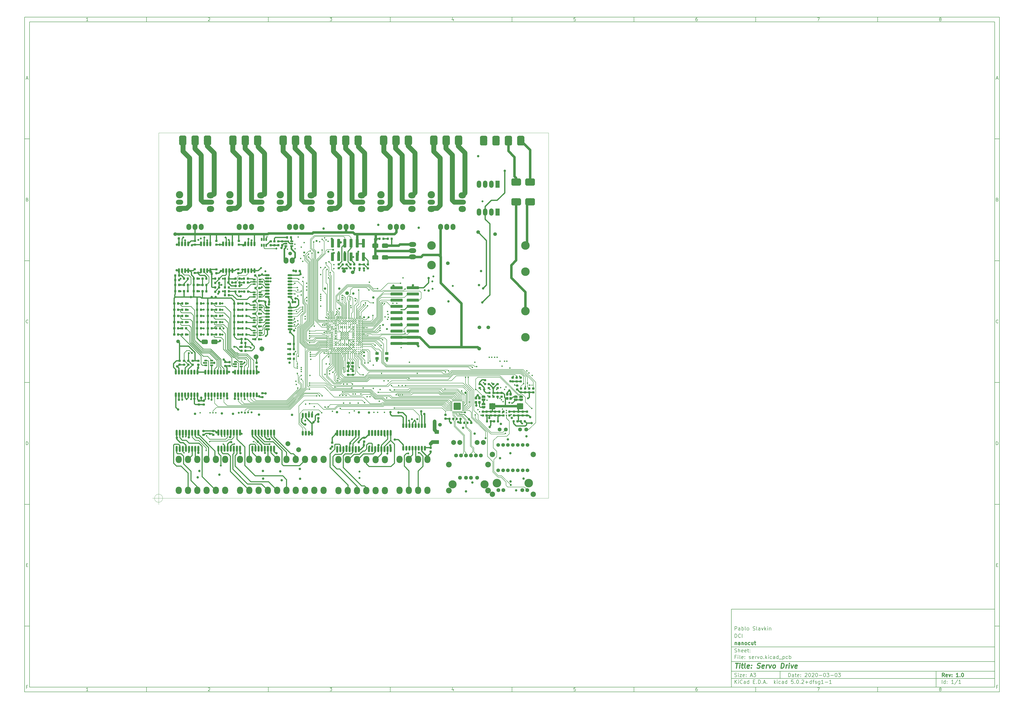
<source format=gbr>
G04 #@! TF.GenerationSoftware,KiCad,Pcbnew,5.0.2+dfsg1-1*
G04 #@! TF.CreationDate,2020-03-03T23:04:43-03:00*
G04 #@! TF.ProjectId,servo,73657276-6f2e-46b6-9963-61645f706362,1.0*
G04 #@! TF.SameCoordinates,PX3dfd240PYc5e32e0*
G04 #@! TF.FileFunction,Copper,L1,Top*
G04 #@! TF.FilePolarity,Positive*
%FSLAX46Y46*%
G04 Gerber Fmt 4.6, Leading zero omitted, Abs format (unit mm)*
G04 Created by KiCad (PCBNEW 5.0.2+dfsg1-1) date Tue 03 Mar 2020 11:04:43 PM -03*
%MOMM*%
%LPD*%
G01*
G04 APERTURE LIST*
%ADD10C,0.100000*%
%ADD11C,0.150000*%
%ADD12C,0.300000*%
%ADD13C,0.400000*%
G04 #@! TA.AperFunction,NonConductor*
%ADD14C,0.100000*%
G04 #@! TD*
G04 #@! TA.AperFunction,ComponentPad*
%ADD15C,3.500000*%
G04 #@! TD*
G04 #@! TA.AperFunction,ComponentPad*
%ADD16C,1.600000*%
G04 #@! TD*
G04 #@! TA.AperFunction,ComponentPad*
%ADD17C,1.500000*%
G04 #@! TD*
G04 #@! TA.AperFunction,ComponentPad*
%ADD18C,2.200000*%
G04 #@! TD*
G04 #@! TA.AperFunction,Conductor*
%ADD19C,0.100000*%
G04 #@! TD*
G04 #@! TA.AperFunction,SMDPad,CuDef*
%ADD20C,0.875000*%
G04 #@! TD*
G04 #@! TA.AperFunction,ComponentPad*
%ADD21O,2.500000X3.000000*%
G04 #@! TD*
G04 #@! TA.AperFunction,SMDPad,CuDef*
%ADD22C,1.800000*%
G04 #@! TD*
G04 #@! TA.AperFunction,ComponentPad*
%ADD23O,2.000000X2.500000*%
G04 #@! TD*
G04 #@! TA.AperFunction,ComponentPad*
%ADD24O,3.000000X2.000000*%
G04 #@! TD*
G04 #@! TA.AperFunction,ComponentPad*
%ADD25O,3.000000X2.500000*%
G04 #@! TD*
G04 #@! TA.AperFunction,ComponentPad*
%ADD26O,3.000000X3.000000*%
G04 #@! TD*
G04 #@! TA.AperFunction,SMDPad,CuDef*
%ADD27C,0.650000*%
G04 #@! TD*
G04 #@! TA.AperFunction,SMDPad,CuDef*
%ADD28O,0.800000X2.000000*%
G04 #@! TD*
G04 #@! TA.AperFunction,SMDPad,CuDef*
%ADD29O,0.800000X2.500000*%
G04 #@! TD*
G04 #@! TA.AperFunction,BGAPad,CuDef*
%ADD30C,0.400000*%
G04 #@! TD*
G04 #@! TA.AperFunction,SMDPad,CuDef*
%ADD31C,1.000000*%
G04 #@! TD*
G04 #@! TA.AperFunction,SMDPad,CuDef*
%ADD32O,2.000000X0.800000*%
G04 #@! TD*
G04 #@! TA.AperFunction,SMDPad,CuDef*
%ADD33C,0.500000*%
G04 #@! TD*
G04 #@! TA.AperFunction,Conductor*
%ADD34C,2.500000*%
G04 #@! TD*
G04 #@! TA.AperFunction,ViaPad*
%ADD35C,0.500000*%
G04 #@! TD*
G04 #@! TA.AperFunction,SMDPad,CuDef*
%ADD36C,1.150000*%
G04 #@! TD*
G04 #@! TA.AperFunction,SMDPad,CuDef*
%ADD37C,3.000000*%
G04 #@! TD*
G04 #@! TA.AperFunction,BGAPad,CuDef*
%ADD38C,1.000000*%
G04 #@! TD*
G04 #@! TA.AperFunction,SMDPad,CuDef*
%ADD39C,1.200000*%
G04 #@! TD*
G04 #@! TA.AperFunction,ComponentPad*
%ADD40C,2.000000*%
G04 #@! TD*
G04 #@! TA.AperFunction,SMDPad,CuDef*
%ADD41C,0.250000*%
G04 #@! TD*
G04 #@! TA.AperFunction,SMDPad,CuDef*
%ADD42C,2.900000*%
G04 #@! TD*
G04 #@! TA.AperFunction,ComponentPad*
%ADD43C,3.000000*%
G04 #@! TD*
G04 #@! TA.AperFunction,ComponentPad*
%ADD44C,3.326000*%
G04 #@! TD*
G04 #@! TA.AperFunction,ComponentPad*
%ADD45C,2.355000*%
G04 #@! TD*
G04 #@! TA.AperFunction,SMDPad,CuDef*
%ADD46C,1.575000*%
G04 #@! TD*
G04 #@! TA.AperFunction,ComponentPad*
%ADD47R,1.800000X3.000000*%
G04 #@! TD*
G04 #@! TA.AperFunction,ComponentPad*
%ADD48O,1.800000X3.000000*%
G04 #@! TD*
G04 #@! TA.AperFunction,ViaPad*
%ADD49C,1.500000*%
G04 #@! TD*
G04 #@! TA.AperFunction,ViaPad*
%ADD50C,0.457000*%
G04 #@! TD*
G04 #@! TA.AperFunction,ViaPad*
%ADD51C,1.000000*%
G04 #@! TD*
G04 #@! TA.AperFunction,ViaPad*
%ADD52C,0.600000*%
G04 #@! TD*
G04 #@! TA.AperFunction,ViaPad*
%ADD53C,0.800000*%
G04 #@! TD*
G04 #@! TA.AperFunction,ViaPad*
%ADD54C,0.700000*%
G04 #@! TD*
G04 #@! TA.AperFunction,Conductor*
%ADD55C,0.500000*%
G04 #@! TD*
G04 #@! TA.AperFunction,Conductor*
%ADD56C,0.152400*%
G04 #@! TD*
G04 #@! TA.AperFunction,Conductor*
%ADD57C,0.200000*%
G04 #@! TD*
G04 #@! TA.AperFunction,Conductor*
%ADD58C,0.250000*%
G04 #@! TD*
G04 #@! TA.AperFunction,Conductor*
%ADD59C,0.400000*%
G04 #@! TD*
G04 #@! TA.AperFunction,Conductor*
%ADD60C,1.000000*%
G04 #@! TD*
G04 #@! TA.AperFunction,Conductor*
%ADD61C,1.500000*%
G04 #@! TD*
G04 #@! TA.AperFunction,Conductor*
%ADD62C,2.000000*%
G04 #@! TD*
G04 #@! TA.AperFunction,Conductor*
%ADD63C,0.700000*%
G04 #@! TD*
G04 #@! TA.AperFunction,Conductor*
%ADD64C,0.600000*%
G04 #@! TD*
G04 APERTURE END LIST*
D10*
D11*
X234989000Y-45502200D02*
X234989000Y-77502200D01*
X342989000Y-77502200D01*
X342989000Y-45502200D01*
X234989000Y-45502200D01*
D10*
D11*
X-55000000Y197500000D02*
X-55000000Y-79502200D01*
X344989000Y-79502200D01*
X344989000Y197500000D01*
X-55000000Y197500000D01*
D10*
D11*
X-53000000Y195500000D02*
X-53000000Y-77502200D01*
X342989000Y-77502200D01*
X342989000Y195500000D01*
X-53000000Y195500000D01*
D10*
D11*
X-5000000Y195500000D02*
X-5000000Y197500000D01*
D10*
D11*
X45000000Y195500000D02*
X45000000Y197500000D01*
D10*
D11*
X95000000Y195500000D02*
X95000000Y197500000D01*
D10*
D11*
X145000000Y195500000D02*
X145000000Y197500000D01*
D10*
D11*
X195000000Y195500000D02*
X195000000Y197500000D01*
D10*
D11*
X245000000Y195500000D02*
X245000000Y197500000D01*
D10*
D11*
X295000000Y195500000D02*
X295000000Y197500000D01*
D10*
D11*
X-28934524Y195911905D02*
X-29677381Y195911905D01*
X-29305953Y195911905D02*
X-29305953Y197211905D01*
X-29429762Y197026191D01*
X-29553572Y196902381D01*
X-29677381Y196840477D01*
D10*
D11*
X20322619Y197088096D02*
X20384523Y197150000D01*
X20508333Y197211905D01*
X20817857Y197211905D01*
X20941666Y197150000D01*
X21003571Y197088096D01*
X21065476Y196964286D01*
X21065476Y196840477D01*
X21003571Y196654762D01*
X20260714Y195911905D01*
X21065476Y195911905D01*
D10*
D11*
X70260714Y197211905D02*
X71065476Y197211905D01*
X70632142Y196716667D01*
X70817857Y196716667D01*
X70941666Y196654762D01*
X71003571Y196592858D01*
X71065476Y196469048D01*
X71065476Y196159524D01*
X71003571Y196035715D01*
X70941666Y195973810D01*
X70817857Y195911905D01*
X70446428Y195911905D01*
X70322619Y195973810D01*
X70260714Y196035715D01*
D10*
D11*
X120941666Y196778572D02*
X120941666Y195911905D01*
X120632142Y197273810D02*
X120322619Y196345239D01*
X121127380Y196345239D01*
D10*
D11*
X171003571Y197211905D02*
X170384523Y197211905D01*
X170322619Y196592858D01*
X170384523Y196654762D01*
X170508333Y196716667D01*
X170817857Y196716667D01*
X170941666Y196654762D01*
X171003571Y196592858D01*
X171065476Y196469048D01*
X171065476Y196159524D01*
X171003571Y196035715D01*
X170941666Y195973810D01*
X170817857Y195911905D01*
X170508333Y195911905D01*
X170384523Y195973810D01*
X170322619Y196035715D01*
D10*
D11*
X220941666Y197211905D02*
X220694047Y197211905D01*
X220570238Y197150000D01*
X220508333Y197088096D01*
X220384523Y196902381D01*
X220322619Y196654762D01*
X220322619Y196159524D01*
X220384523Y196035715D01*
X220446428Y195973810D01*
X220570238Y195911905D01*
X220817857Y195911905D01*
X220941666Y195973810D01*
X221003571Y196035715D01*
X221065476Y196159524D01*
X221065476Y196469048D01*
X221003571Y196592858D01*
X220941666Y196654762D01*
X220817857Y196716667D01*
X220570238Y196716667D01*
X220446428Y196654762D01*
X220384523Y196592858D01*
X220322619Y196469048D01*
D10*
D11*
X270260714Y197211905D02*
X271127380Y197211905D01*
X270570238Y195911905D01*
D10*
D11*
X320570238Y196654762D02*
X320446428Y196716667D01*
X320384523Y196778572D01*
X320322619Y196902381D01*
X320322619Y196964286D01*
X320384523Y197088096D01*
X320446428Y197150000D01*
X320570238Y197211905D01*
X320817857Y197211905D01*
X320941666Y197150000D01*
X321003571Y197088096D01*
X321065476Y196964286D01*
X321065476Y196902381D01*
X321003571Y196778572D01*
X320941666Y196716667D01*
X320817857Y196654762D01*
X320570238Y196654762D01*
X320446428Y196592858D01*
X320384523Y196530953D01*
X320322619Y196407143D01*
X320322619Y196159524D01*
X320384523Y196035715D01*
X320446428Y195973810D01*
X320570238Y195911905D01*
X320817857Y195911905D01*
X320941666Y195973810D01*
X321003571Y196035715D01*
X321065476Y196159524D01*
X321065476Y196407143D01*
X321003571Y196530953D01*
X320941666Y196592858D01*
X320817857Y196654762D01*
D10*
D11*
X-5000000Y-77502200D02*
X-5000000Y-79502200D01*
D10*
D11*
X45000000Y-77502200D02*
X45000000Y-79502200D01*
D10*
D11*
X95000000Y-77502200D02*
X95000000Y-79502200D01*
D10*
D11*
X145000000Y-77502200D02*
X145000000Y-79502200D01*
D10*
D11*
X195000000Y-77502200D02*
X195000000Y-79502200D01*
D10*
D11*
X245000000Y-77502200D02*
X245000000Y-79502200D01*
D10*
D11*
X295000000Y-77502200D02*
X295000000Y-79502200D01*
D10*
D11*
X-28934524Y-79090295D02*
X-29677381Y-79090295D01*
X-29305953Y-79090295D02*
X-29305953Y-77790295D01*
X-29429762Y-77976009D01*
X-29553572Y-78099819D01*
X-29677381Y-78161723D01*
D10*
D11*
X20322619Y-77914104D02*
X20384523Y-77852200D01*
X20508333Y-77790295D01*
X20817857Y-77790295D01*
X20941666Y-77852200D01*
X21003571Y-77914104D01*
X21065476Y-78037914D01*
X21065476Y-78161723D01*
X21003571Y-78347438D01*
X20260714Y-79090295D01*
X21065476Y-79090295D01*
D10*
D11*
X70260714Y-77790295D02*
X71065476Y-77790295D01*
X70632142Y-78285533D01*
X70817857Y-78285533D01*
X70941666Y-78347438D01*
X71003571Y-78409342D01*
X71065476Y-78533152D01*
X71065476Y-78842676D01*
X71003571Y-78966485D01*
X70941666Y-79028390D01*
X70817857Y-79090295D01*
X70446428Y-79090295D01*
X70322619Y-79028390D01*
X70260714Y-78966485D01*
D10*
D11*
X120941666Y-78223628D02*
X120941666Y-79090295D01*
X120632142Y-77728390D02*
X120322619Y-78656961D01*
X121127380Y-78656961D01*
D10*
D11*
X171003571Y-77790295D02*
X170384523Y-77790295D01*
X170322619Y-78409342D01*
X170384523Y-78347438D01*
X170508333Y-78285533D01*
X170817857Y-78285533D01*
X170941666Y-78347438D01*
X171003571Y-78409342D01*
X171065476Y-78533152D01*
X171065476Y-78842676D01*
X171003571Y-78966485D01*
X170941666Y-79028390D01*
X170817857Y-79090295D01*
X170508333Y-79090295D01*
X170384523Y-79028390D01*
X170322619Y-78966485D01*
D10*
D11*
X220941666Y-77790295D02*
X220694047Y-77790295D01*
X220570238Y-77852200D01*
X220508333Y-77914104D01*
X220384523Y-78099819D01*
X220322619Y-78347438D01*
X220322619Y-78842676D01*
X220384523Y-78966485D01*
X220446428Y-79028390D01*
X220570238Y-79090295D01*
X220817857Y-79090295D01*
X220941666Y-79028390D01*
X221003571Y-78966485D01*
X221065476Y-78842676D01*
X221065476Y-78533152D01*
X221003571Y-78409342D01*
X220941666Y-78347438D01*
X220817857Y-78285533D01*
X220570238Y-78285533D01*
X220446428Y-78347438D01*
X220384523Y-78409342D01*
X220322619Y-78533152D01*
D10*
D11*
X270260714Y-77790295D02*
X271127380Y-77790295D01*
X270570238Y-79090295D01*
D10*
D11*
X320570238Y-78347438D02*
X320446428Y-78285533D01*
X320384523Y-78223628D01*
X320322619Y-78099819D01*
X320322619Y-78037914D01*
X320384523Y-77914104D01*
X320446428Y-77852200D01*
X320570238Y-77790295D01*
X320817857Y-77790295D01*
X320941666Y-77852200D01*
X321003571Y-77914104D01*
X321065476Y-78037914D01*
X321065476Y-78099819D01*
X321003571Y-78223628D01*
X320941666Y-78285533D01*
X320817857Y-78347438D01*
X320570238Y-78347438D01*
X320446428Y-78409342D01*
X320384523Y-78471247D01*
X320322619Y-78595057D01*
X320322619Y-78842676D01*
X320384523Y-78966485D01*
X320446428Y-79028390D01*
X320570238Y-79090295D01*
X320817857Y-79090295D01*
X320941666Y-79028390D01*
X321003571Y-78966485D01*
X321065476Y-78842676D01*
X321065476Y-78595057D01*
X321003571Y-78471247D01*
X320941666Y-78409342D01*
X320817857Y-78347438D01*
D10*
D11*
X-55000000Y147500000D02*
X-53000000Y147500000D01*
D10*
D11*
X-55000000Y97500000D02*
X-53000000Y97500000D01*
D10*
D11*
X-55000000Y47500000D02*
X-53000000Y47500000D01*
D10*
D11*
X-55000000Y-2500000D02*
X-53000000Y-2500000D01*
D10*
D11*
X-55000000Y-52500000D02*
X-53000000Y-52500000D01*
D10*
D11*
X-54309524Y172283334D02*
X-53690477Y172283334D01*
X-54433334Y171911905D02*
X-54000000Y173211905D01*
X-53566667Y171911905D01*
D10*
D11*
X-53907143Y122592858D02*
X-53721429Y122530953D01*
X-53659524Y122469048D01*
X-53597620Y122345239D01*
X-53597620Y122159524D01*
X-53659524Y122035715D01*
X-53721429Y121973810D01*
X-53845239Y121911905D01*
X-54340477Y121911905D01*
X-54340477Y123211905D01*
X-53907143Y123211905D01*
X-53783334Y123150000D01*
X-53721429Y123088096D01*
X-53659524Y122964286D01*
X-53659524Y122840477D01*
X-53721429Y122716667D01*
X-53783334Y122654762D01*
X-53907143Y122592858D01*
X-54340477Y122592858D01*
D10*
D11*
X-53597620Y72035715D02*
X-53659524Y71973810D01*
X-53845239Y71911905D01*
X-53969048Y71911905D01*
X-54154762Y71973810D01*
X-54278572Y72097620D01*
X-54340477Y72221429D01*
X-54402381Y72469048D01*
X-54402381Y72654762D01*
X-54340477Y72902381D01*
X-54278572Y73026191D01*
X-54154762Y73150000D01*
X-53969048Y73211905D01*
X-53845239Y73211905D01*
X-53659524Y73150000D01*
X-53597620Y73088096D01*
D10*
D11*
X-54340477Y21911905D02*
X-54340477Y23211905D01*
X-54030953Y23211905D01*
X-53845239Y23150000D01*
X-53721429Y23026191D01*
X-53659524Y22902381D01*
X-53597620Y22654762D01*
X-53597620Y22469048D01*
X-53659524Y22221429D01*
X-53721429Y22097620D01*
X-53845239Y21973810D01*
X-54030953Y21911905D01*
X-54340477Y21911905D01*
D10*
D11*
X-54278572Y-27407142D02*
X-53845239Y-27407142D01*
X-53659524Y-28088095D02*
X-54278572Y-28088095D01*
X-54278572Y-26788095D01*
X-53659524Y-26788095D01*
D10*
D11*
X-53814286Y-77407142D02*
X-54247620Y-77407142D01*
X-54247620Y-78088095D02*
X-54247620Y-76788095D01*
X-53628572Y-76788095D01*
D10*
D11*
X344989000Y147500000D02*
X342989000Y147500000D01*
D10*
D11*
X344989000Y97500000D02*
X342989000Y97500000D01*
D10*
D11*
X344989000Y47500000D02*
X342989000Y47500000D01*
D10*
D11*
X344989000Y-2500000D02*
X342989000Y-2500000D01*
D10*
D11*
X344989000Y-52500000D02*
X342989000Y-52500000D01*
D10*
D11*
X343679476Y172283334D02*
X344298523Y172283334D01*
X343555666Y171911905D02*
X343989000Y173211905D01*
X344422333Y171911905D01*
D10*
D11*
X344081857Y122592858D02*
X344267571Y122530953D01*
X344329476Y122469048D01*
X344391380Y122345239D01*
X344391380Y122159524D01*
X344329476Y122035715D01*
X344267571Y121973810D01*
X344143761Y121911905D01*
X343648523Y121911905D01*
X343648523Y123211905D01*
X344081857Y123211905D01*
X344205666Y123150000D01*
X344267571Y123088096D01*
X344329476Y122964286D01*
X344329476Y122840477D01*
X344267571Y122716667D01*
X344205666Y122654762D01*
X344081857Y122592858D01*
X343648523Y122592858D01*
D10*
D11*
X344391380Y72035715D02*
X344329476Y71973810D01*
X344143761Y71911905D01*
X344019952Y71911905D01*
X343834238Y71973810D01*
X343710428Y72097620D01*
X343648523Y72221429D01*
X343586619Y72469048D01*
X343586619Y72654762D01*
X343648523Y72902381D01*
X343710428Y73026191D01*
X343834238Y73150000D01*
X344019952Y73211905D01*
X344143761Y73211905D01*
X344329476Y73150000D01*
X344391380Y73088096D01*
D10*
D11*
X343648523Y21911905D02*
X343648523Y23211905D01*
X343958047Y23211905D01*
X344143761Y23150000D01*
X344267571Y23026191D01*
X344329476Y22902381D01*
X344391380Y22654762D01*
X344391380Y22469048D01*
X344329476Y22221429D01*
X344267571Y22097620D01*
X344143761Y21973810D01*
X343958047Y21911905D01*
X343648523Y21911905D01*
D10*
D11*
X343710428Y-27407142D02*
X344143761Y-27407142D01*
X344329476Y-28088095D02*
X343710428Y-28088095D01*
X343710428Y-26788095D01*
X344329476Y-26788095D01*
D10*
D11*
X344174714Y-77407142D02*
X343741380Y-77407142D01*
X343741380Y-78088095D02*
X343741380Y-76788095D01*
X344360428Y-76788095D01*
D10*
D11*
X258421142Y-73280771D02*
X258421142Y-71780771D01*
X258778285Y-71780771D01*
X258992571Y-71852200D01*
X259135428Y-71995057D01*
X259206857Y-72137914D01*
X259278285Y-72423628D01*
X259278285Y-72637914D01*
X259206857Y-72923628D01*
X259135428Y-73066485D01*
X258992571Y-73209342D01*
X258778285Y-73280771D01*
X258421142Y-73280771D01*
X260564000Y-73280771D02*
X260564000Y-72495057D01*
X260492571Y-72352200D01*
X260349714Y-72280771D01*
X260064000Y-72280771D01*
X259921142Y-72352200D01*
X260564000Y-73209342D02*
X260421142Y-73280771D01*
X260064000Y-73280771D01*
X259921142Y-73209342D01*
X259849714Y-73066485D01*
X259849714Y-72923628D01*
X259921142Y-72780771D01*
X260064000Y-72709342D01*
X260421142Y-72709342D01*
X260564000Y-72637914D01*
X261064000Y-72280771D02*
X261635428Y-72280771D01*
X261278285Y-71780771D02*
X261278285Y-73066485D01*
X261349714Y-73209342D01*
X261492571Y-73280771D01*
X261635428Y-73280771D01*
X262706857Y-73209342D02*
X262564000Y-73280771D01*
X262278285Y-73280771D01*
X262135428Y-73209342D01*
X262064000Y-73066485D01*
X262064000Y-72495057D01*
X262135428Y-72352200D01*
X262278285Y-72280771D01*
X262564000Y-72280771D01*
X262706857Y-72352200D01*
X262778285Y-72495057D01*
X262778285Y-72637914D01*
X262064000Y-72780771D01*
X263421142Y-73137914D02*
X263492571Y-73209342D01*
X263421142Y-73280771D01*
X263349714Y-73209342D01*
X263421142Y-73137914D01*
X263421142Y-73280771D01*
X263421142Y-72352200D02*
X263492571Y-72423628D01*
X263421142Y-72495057D01*
X263349714Y-72423628D01*
X263421142Y-72352200D01*
X263421142Y-72495057D01*
X265206857Y-71923628D02*
X265278285Y-71852200D01*
X265421142Y-71780771D01*
X265778285Y-71780771D01*
X265921142Y-71852200D01*
X265992571Y-71923628D01*
X266064000Y-72066485D01*
X266064000Y-72209342D01*
X265992571Y-72423628D01*
X265135428Y-73280771D01*
X266064000Y-73280771D01*
X266992571Y-71780771D02*
X267135428Y-71780771D01*
X267278285Y-71852200D01*
X267349714Y-71923628D01*
X267421142Y-72066485D01*
X267492571Y-72352200D01*
X267492571Y-72709342D01*
X267421142Y-72995057D01*
X267349714Y-73137914D01*
X267278285Y-73209342D01*
X267135428Y-73280771D01*
X266992571Y-73280771D01*
X266849714Y-73209342D01*
X266778285Y-73137914D01*
X266706857Y-72995057D01*
X266635428Y-72709342D01*
X266635428Y-72352200D01*
X266706857Y-72066485D01*
X266778285Y-71923628D01*
X266849714Y-71852200D01*
X266992571Y-71780771D01*
X268064000Y-71923628D02*
X268135428Y-71852200D01*
X268278285Y-71780771D01*
X268635428Y-71780771D01*
X268778285Y-71852200D01*
X268849714Y-71923628D01*
X268921142Y-72066485D01*
X268921142Y-72209342D01*
X268849714Y-72423628D01*
X267992571Y-73280771D01*
X268921142Y-73280771D01*
X269849714Y-71780771D02*
X269992571Y-71780771D01*
X270135428Y-71852200D01*
X270206857Y-71923628D01*
X270278285Y-72066485D01*
X270349714Y-72352200D01*
X270349714Y-72709342D01*
X270278285Y-72995057D01*
X270206857Y-73137914D01*
X270135428Y-73209342D01*
X269992571Y-73280771D01*
X269849714Y-73280771D01*
X269706857Y-73209342D01*
X269635428Y-73137914D01*
X269564000Y-72995057D01*
X269492571Y-72709342D01*
X269492571Y-72352200D01*
X269564000Y-72066485D01*
X269635428Y-71923628D01*
X269706857Y-71852200D01*
X269849714Y-71780771D01*
X270992571Y-72709342D02*
X272135428Y-72709342D01*
X273135428Y-71780771D02*
X273278285Y-71780771D01*
X273421142Y-71852200D01*
X273492571Y-71923628D01*
X273564000Y-72066485D01*
X273635428Y-72352200D01*
X273635428Y-72709342D01*
X273564000Y-72995057D01*
X273492571Y-73137914D01*
X273421142Y-73209342D01*
X273278285Y-73280771D01*
X273135428Y-73280771D01*
X272992571Y-73209342D01*
X272921142Y-73137914D01*
X272849714Y-72995057D01*
X272778285Y-72709342D01*
X272778285Y-72352200D01*
X272849714Y-72066485D01*
X272921142Y-71923628D01*
X272992571Y-71852200D01*
X273135428Y-71780771D01*
X274135428Y-71780771D02*
X275064000Y-71780771D01*
X274564000Y-72352200D01*
X274778285Y-72352200D01*
X274921142Y-72423628D01*
X274992571Y-72495057D01*
X275064000Y-72637914D01*
X275064000Y-72995057D01*
X274992571Y-73137914D01*
X274921142Y-73209342D01*
X274778285Y-73280771D01*
X274349714Y-73280771D01*
X274206857Y-73209342D01*
X274135428Y-73137914D01*
X275706857Y-72709342D02*
X276849714Y-72709342D01*
X277849714Y-71780771D02*
X277992571Y-71780771D01*
X278135428Y-71852200D01*
X278206857Y-71923628D01*
X278278285Y-72066485D01*
X278349714Y-72352200D01*
X278349714Y-72709342D01*
X278278285Y-72995057D01*
X278206857Y-73137914D01*
X278135428Y-73209342D01*
X277992571Y-73280771D01*
X277849714Y-73280771D01*
X277706857Y-73209342D01*
X277635428Y-73137914D01*
X277564000Y-72995057D01*
X277492571Y-72709342D01*
X277492571Y-72352200D01*
X277564000Y-72066485D01*
X277635428Y-71923628D01*
X277706857Y-71852200D01*
X277849714Y-71780771D01*
X278849714Y-71780771D02*
X279778285Y-71780771D01*
X279278285Y-72352200D01*
X279492571Y-72352200D01*
X279635428Y-72423628D01*
X279706857Y-72495057D01*
X279778285Y-72637914D01*
X279778285Y-72995057D01*
X279706857Y-73137914D01*
X279635428Y-73209342D01*
X279492571Y-73280771D01*
X279064000Y-73280771D01*
X278921142Y-73209342D01*
X278849714Y-73137914D01*
D10*
D11*
X234989000Y-74002200D02*
X342989000Y-74002200D01*
D10*
D11*
X236421142Y-76080771D02*
X236421142Y-74580771D01*
X237278285Y-76080771D02*
X236635428Y-75223628D01*
X237278285Y-74580771D02*
X236421142Y-75437914D01*
X237921142Y-76080771D02*
X237921142Y-75080771D01*
X237921142Y-74580771D02*
X237849714Y-74652200D01*
X237921142Y-74723628D01*
X237992571Y-74652200D01*
X237921142Y-74580771D01*
X237921142Y-74723628D01*
X239492571Y-75937914D02*
X239421142Y-76009342D01*
X239206857Y-76080771D01*
X239064000Y-76080771D01*
X238849714Y-76009342D01*
X238706857Y-75866485D01*
X238635428Y-75723628D01*
X238564000Y-75437914D01*
X238564000Y-75223628D01*
X238635428Y-74937914D01*
X238706857Y-74795057D01*
X238849714Y-74652200D01*
X239064000Y-74580771D01*
X239206857Y-74580771D01*
X239421142Y-74652200D01*
X239492571Y-74723628D01*
X240778285Y-76080771D02*
X240778285Y-75295057D01*
X240706857Y-75152200D01*
X240564000Y-75080771D01*
X240278285Y-75080771D01*
X240135428Y-75152200D01*
X240778285Y-76009342D02*
X240635428Y-76080771D01*
X240278285Y-76080771D01*
X240135428Y-76009342D01*
X240064000Y-75866485D01*
X240064000Y-75723628D01*
X240135428Y-75580771D01*
X240278285Y-75509342D01*
X240635428Y-75509342D01*
X240778285Y-75437914D01*
X242135428Y-76080771D02*
X242135428Y-74580771D01*
X242135428Y-76009342D02*
X241992571Y-76080771D01*
X241706857Y-76080771D01*
X241564000Y-76009342D01*
X241492571Y-75937914D01*
X241421142Y-75795057D01*
X241421142Y-75366485D01*
X241492571Y-75223628D01*
X241564000Y-75152200D01*
X241706857Y-75080771D01*
X241992571Y-75080771D01*
X242135428Y-75152200D01*
X243992571Y-75295057D02*
X244492571Y-75295057D01*
X244706857Y-76080771D02*
X243992571Y-76080771D01*
X243992571Y-74580771D01*
X244706857Y-74580771D01*
X245349714Y-75937914D02*
X245421142Y-76009342D01*
X245349714Y-76080771D01*
X245278285Y-76009342D01*
X245349714Y-75937914D01*
X245349714Y-76080771D01*
X246064000Y-76080771D02*
X246064000Y-74580771D01*
X246421142Y-74580771D01*
X246635428Y-74652200D01*
X246778285Y-74795057D01*
X246849714Y-74937914D01*
X246921142Y-75223628D01*
X246921142Y-75437914D01*
X246849714Y-75723628D01*
X246778285Y-75866485D01*
X246635428Y-76009342D01*
X246421142Y-76080771D01*
X246064000Y-76080771D01*
X247564000Y-75937914D02*
X247635428Y-76009342D01*
X247564000Y-76080771D01*
X247492571Y-76009342D01*
X247564000Y-75937914D01*
X247564000Y-76080771D01*
X248206857Y-75652200D02*
X248921142Y-75652200D01*
X248064000Y-76080771D02*
X248564000Y-74580771D01*
X249064000Y-76080771D01*
X249564000Y-75937914D02*
X249635428Y-76009342D01*
X249564000Y-76080771D01*
X249492571Y-76009342D01*
X249564000Y-75937914D01*
X249564000Y-76080771D01*
X252564000Y-76080771D02*
X252564000Y-74580771D01*
X252706857Y-75509342D02*
X253135428Y-76080771D01*
X253135428Y-75080771D02*
X252564000Y-75652200D01*
X253778285Y-76080771D02*
X253778285Y-75080771D01*
X253778285Y-74580771D02*
X253706857Y-74652200D01*
X253778285Y-74723628D01*
X253849714Y-74652200D01*
X253778285Y-74580771D01*
X253778285Y-74723628D01*
X255135428Y-76009342D02*
X254992571Y-76080771D01*
X254706857Y-76080771D01*
X254564000Y-76009342D01*
X254492571Y-75937914D01*
X254421142Y-75795057D01*
X254421142Y-75366485D01*
X254492571Y-75223628D01*
X254564000Y-75152200D01*
X254706857Y-75080771D01*
X254992571Y-75080771D01*
X255135428Y-75152200D01*
X256421142Y-76080771D02*
X256421142Y-75295057D01*
X256349714Y-75152200D01*
X256206857Y-75080771D01*
X255921142Y-75080771D01*
X255778285Y-75152200D01*
X256421142Y-76009342D02*
X256278285Y-76080771D01*
X255921142Y-76080771D01*
X255778285Y-76009342D01*
X255706857Y-75866485D01*
X255706857Y-75723628D01*
X255778285Y-75580771D01*
X255921142Y-75509342D01*
X256278285Y-75509342D01*
X256421142Y-75437914D01*
X257778285Y-76080771D02*
X257778285Y-74580771D01*
X257778285Y-76009342D02*
X257635428Y-76080771D01*
X257349714Y-76080771D01*
X257206857Y-76009342D01*
X257135428Y-75937914D01*
X257064000Y-75795057D01*
X257064000Y-75366485D01*
X257135428Y-75223628D01*
X257206857Y-75152200D01*
X257349714Y-75080771D01*
X257635428Y-75080771D01*
X257778285Y-75152200D01*
X260349714Y-74580771D02*
X259635428Y-74580771D01*
X259564000Y-75295057D01*
X259635428Y-75223628D01*
X259778285Y-75152200D01*
X260135428Y-75152200D01*
X260278285Y-75223628D01*
X260349714Y-75295057D01*
X260421142Y-75437914D01*
X260421142Y-75795057D01*
X260349714Y-75937914D01*
X260278285Y-76009342D01*
X260135428Y-76080771D01*
X259778285Y-76080771D01*
X259635428Y-76009342D01*
X259564000Y-75937914D01*
X261064000Y-75937914D02*
X261135428Y-76009342D01*
X261064000Y-76080771D01*
X260992571Y-76009342D01*
X261064000Y-75937914D01*
X261064000Y-76080771D01*
X262064000Y-74580771D02*
X262206857Y-74580771D01*
X262349714Y-74652200D01*
X262421142Y-74723628D01*
X262492571Y-74866485D01*
X262564000Y-75152200D01*
X262564000Y-75509342D01*
X262492571Y-75795057D01*
X262421142Y-75937914D01*
X262349714Y-76009342D01*
X262206857Y-76080771D01*
X262064000Y-76080771D01*
X261921142Y-76009342D01*
X261849714Y-75937914D01*
X261778285Y-75795057D01*
X261706857Y-75509342D01*
X261706857Y-75152200D01*
X261778285Y-74866485D01*
X261849714Y-74723628D01*
X261921142Y-74652200D01*
X262064000Y-74580771D01*
X263206857Y-75937914D02*
X263278285Y-76009342D01*
X263206857Y-76080771D01*
X263135428Y-76009342D01*
X263206857Y-75937914D01*
X263206857Y-76080771D01*
X263849714Y-74723628D02*
X263921142Y-74652200D01*
X264064000Y-74580771D01*
X264421142Y-74580771D01*
X264564000Y-74652200D01*
X264635428Y-74723628D01*
X264706857Y-74866485D01*
X264706857Y-75009342D01*
X264635428Y-75223628D01*
X263778285Y-76080771D01*
X264706857Y-76080771D01*
X265349714Y-75509342D02*
X266492571Y-75509342D01*
X265921142Y-76080771D02*
X265921142Y-74937914D01*
X267849714Y-76080771D02*
X267849714Y-74580771D01*
X267849714Y-76009342D02*
X267706857Y-76080771D01*
X267421142Y-76080771D01*
X267278285Y-76009342D01*
X267206857Y-75937914D01*
X267135428Y-75795057D01*
X267135428Y-75366485D01*
X267206857Y-75223628D01*
X267278285Y-75152200D01*
X267421142Y-75080771D01*
X267706857Y-75080771D01*
X267849714Y-75152200D01*
X268349714Y-75080771D02*
X268921142Y-75080771D01*
X268564000Y-76080771D02*
X268564000Y-74795057D01*
X268635428Y-74652200D01*
X268778285Y-74580771D01*
X268921142Y-74580771D01*
X269349714Y-76009342D02*
X269492571Y-76080771D01*
X269778285Y-76080771D01*
X269921142Y-76009342D01*
X269992571Y-75866485D01*
X269992571Y-75795057D01*
X269921142Y-75652200D01*
X269778285Y-75580771D01*
X269564000Y-75580771D01*
X269421142Y-75509342D01*
X269349714Y-75366485D01*
X269349714Y-75295057D01*
X269421142Y-75152200D01*
X269564000Y-75080771D01*
X269778285Y-75080771D01*
X269921142Y-75152200D01*
X271278285Y-75080771D02*
X271278285Y-76295057D01*
X271206857Y-76437914D01*
X271135428Y-76509342D01*
X270992571Y-76580771D01*
X270778285Y-76580771D01*
X270635428Y-76509342D01*
X271278285Y-76009342D02*
X271135428Y-76080771D01*
X270849714Y-76080771D01*
X270706857Y-76009342D01*
X270635428Y-75937914D01*
X270564000Y-75795057D01*
X270564000Y-75366485D01*
X270635428Y-75223628D01*
X270706857Y-75152200D01*
X270849714Y-75080771D01*
X271135428Y-75080771D01*
X271278285Y-75152200D01*
X272778285Y-76080771D02*
X271921142Y-76080771D01*
X272349714Y-76080771D02*
X272349714Y-74580771D01*
X272206857Y-74795057D01*
X272064000Y-74937914D01*
X271921142Y-75009342D01*
X273421142Y-75509342D02*
X274564000Y-75509342D01*
X276064000Y-76080771D02*
X275206857Y-76080771D01*
X275635428Y-76080771D02*
X275635428Y-74580771D01*
X275492571Y-74795057D01*
X275349714Y-74937914D01*
X275206857Y-75009342D01*
D10*
D11*
X234989000Y-71002200D02*
X342989000Y-71002200D01*
D10*
D12*
X322398285Y-73280771D02*
X321898285Y-72566485D01*
X321541142Y-73280771D02*
X321541142Y-71780771D01*
X322112571Y-71780771D01*
X322255428Y-71852200D01*
X322326857Y-71923628D01*
X322398285Y-72066485D01*
X322398285Y-72280771D01*
X322326857Y-72423628D01*
X322255428Y-72495057D01*
X322112571Y-72566485D01*
X321541142Y-72566485D01*
X323612571Y-73209342D02*
X323469714Y-73280771D01*
X323184000Y-73280771D01*
X323041142Y-73209342D01*
X322969714Y-73066485D01*
X322969714Y-72495057D01*
X323041142Y-72352200D01*
X323184000Y-72280771D01*
X323469714Y-72280771D01*
X323612571Y-72352200D01*
X323684000Y-72495057D01*
X323684000Y-72637914D01*
X322969714Y-72780771D01*
X324184000Y-72280771D02*
X324541142Y-73280771D01*
X324898285Y-72280771D01*
X325469714Y-73137914D02*
X325541142Y-73209342D01*
X325469714Y-73280771D01*
X325398285Y-73209342D01*
X325469714Y-73137914D01*
X325469714Y-73280771D01*
X325469714Y-72352200D02*
X325541142Y-72423628D01*
X325469714Y-72495057D01*
X325398285Y-72423628D01*
X325469714Y-72352200D01*
X325469714Y-72495057D01*
X328112571Y-73280771D02*
X327255428Y-73280771D01*
X327684000Y-73280771D02*
X327684000Y-71780771D01*
X327541142Y-71995057D01*
X327398285Y-72137914D01*
X327255428Y-72209342D01*
X328755428Y-73137914D02*
X328826857Y-73209342D01*
X328755428Y-73280771D01*
X328684000Y-73209342D01*
X328755428Y-73137914D01*
X328755428Y-73280771D01*
X329755428Y-71780771D02*
X329898285Y-71780771D01*
X330041142Y-71852200D01*
X330112571Y-71923628D01*
X330184000Y-72066485D01*
X330255428Y-72352200D01*
X330255428Y-72709342D01*
X330184000Y-72995057D01*
X330112571Y-73137914D01*
X330041142Y-73209342D01*
X329898285Y-73280771D01*
X329755428Y-73280771D01*
X329612571Y-73209342D01*
X329541142Y-73137914D01*
X329469714Y-72995057D01*
X329398285Y-72709342D01*
X329398285Y-72352200D01*
X329469714Y-72066485D01*
X329541142Y-71923628D01*
X329612571Y-71852200D01*
X329755428Y-71780771D01*
D10*
D11*
X236349714Y-73209342D02*
X236564000Y-73280771D01*
X236921142Y-73280771D01*
X237064000Y-73209342D01*
X237135428Y-73137914D01*
X237206857Y-72995057D01*
X237206857Y-72852200D01*
X237135428Y-72709342D01*
X237064000Y-72637914D01*
X236921142Y-72566485D01*
X236635428Y-72495057D01*
X236492571Y-72423628D01*
X236421142Y-72352200D01*
X236349714Y-72209342D01*
X236349714Y-72066485D01*
X236421142Y-71923628D01*
X236492571Y-71852200D01*
X236635428Y-71780771D01*
X236992571Y-71780771D01*
X237206857Y-71852200D01*
X237849714Y-73280771D02*
X237849714Y-72280771D01*
X237849714Y-71780771D02*
X237778285Y-71852200D01*
X237849714Y-71923628D01*
X237921142Y-71852200D01*
X237849714Y-71780771D01*
X237849714Y-71923628D01*
X238421142Y-72280771D02*
X239206857Y-72280771D01*
X238421142Y-73280771D01*
X239206857Y-73280771D01*
X240349714Y-73209342D02*
X240206857Y-73280771D01*
X239921142Y-73280771D01*
X239778285Y-73209342D01*
X239706857Y-73066485D01*
X239706857Y-72495057D01*
X239778285Y-72352200D01*
X239921142Y-72280771D01*
X240206857Y-72280771D01*
X240349714Y-72352200D01*
X240421142Y-72495057D01*
X240421142Y-72637914D01*
X239706857Y-72780771D01*
X241064000Y-73137914D02*
X241135428Y-73209342D01*
X241064000Y-73280771D01*
X240992571Y-73209342D01*
X241064000Y-73137914D01*
X241064000Y-73280771D01*
X241064000Y-72352200D02*
X241135428Y-72423628D01*
X241064000Y-72495057D01*
X240992571Y-72423628D01*
X241064000Y-72352200D01*
X241064000Y-72495057D01*
X242849714Y-72852200D02*
X243564000Y-72852200D01*
X242706857Y-73280771D02*
X243206857Y-71780771D01*
X243706857Y-73280771D01*
X244064000Y-71780771D02*
X244992571Y-71780771D01*
X244492571Y-72352200D01*
X244706857Y-72352200D01*
X244849714Y-72423628D01*
X244921142Y-72495057D01*
X244992571Y-72637914D01*
X244992571Y-72995057D01*
X244921142Y-73137914D01*
X244849714Y-73209342D01*
X244706857Y-73280771D01*
X244278285Y-73280771D01*
X244135428Y-73209342D01*
X244064000Y-73137914D01*
D10*
D11*
X321421142Y-76080771D02*
X321421142Y-74580771D01*
X322778285Y-76080771D02*
X322778285Y-74580771D01*
X322778285Y-76009342D02*
X322635428Y-76080771D01*
X322349714Y-76080771D01*
X322206857Y-76009342D01*
X322135428Y-75937914D01*
X322064000Y-75795057D01*
X322064000Y-75366485D01*
X322135428Y-75223628D01*
X322206857Y-75152200D01*
X322349714Y-75080771D01*
X322635428Y-75080771D01*
X322778285Y-75152200D01*
X323492571Y-75937914D02*
X323564000Y-76009342D01*
X323492571Y-76080771D01*
X323421142Y-76009342D01*
X323492571Y-75937914D01*
X323492571Y-76080771D01*
X323492571Y-75152200D02*
X323564000Y-75223628D01*
X323492571Y-75295057D01*
X323421142Y-75223628D01*
X323492571Y-75152200D01*
X323492571Y-75295057D01*
X326135428Y-76080771D02*
X325278285Y-76080771D01*
X325706857Y-76080771D02*
X325706857Y-74580771D01*
X325564000Y-74795057D01*
X325421142Y-74937914D01*
X325278285Y-75009342D01*
X327849714Y-74509342D02*
X326564000Y-76437914D01*
X329135428Y-76080771D02*
X328278285Y-76080771D01*
X328706857Y-76080771D02*
X328706857Y-74580771D01*
X328564000Y-74795057D01*
X328421142Y-74937914D01*
X328278285Y-75009342D01*
D10*
D11*
X234989000Y-67002200D02*
X342989000Y-67002200D01*
D10*
D13*
X236701380Y-67706961D02*
X237844238Y-67706961D01*
X237022809Y-69706961D02*
X237272809Y-67706961D01*
X238260904Y-69706961D02*
X238427571Y-68373628D01*
X238510904Y-67706961D02*
X238403761Y-67802200D01*
X238487095Y-67897438D01*
X238594238Y-67802200D01*
X238510904Y-67706961D01*
X238487095Y-67897438D01*
X239094238Y-68373628D02*
X239856142Y-68373628D01*
X239463285Y-67706961D02*
X239249000Y-69421247D01*
X239320428Y-69611723D01*
X239499000Y-69706961D01*
X239689476Y-69706961D01*
X240641857Y-69706961D02*
X240463285Y-69611723D01*
X240391857Y-69421247D01*
X240606142Y-67706961D01*
X242177571Y-69611723D02*
X241975190Y-69706961D01*
X241594238Y-69706961D01*
X241415666Y-69611723D01*
X241344238Y-69421247D01*
X241439476Y-68659342D01*
X241558523Y-68468866D01*
X241760904Y-68373628D01*
X242141857Y-68373628D01*
X242320428Y-68468866D01*
X242391857Y-68659342D01*
X242368047Y-68849819D01*
X241391857Y-69040295D01*
X243141857Y-69516485D02*
X243225190Y-69611723D01*
X243118047Y-69706961D01*
X243034714Y-69611723D01*
X243141857Y-69516485D01*
X243118047Y-69706961D01*
X243272809Y-68468866D02*
X243356142Y-68564104D01*
X243249000Y-68659342D01*
X243165666Y-68564104D01*
X243272809Y-68468866D01*
X243249000Y-68659342D01*
X245510904Y-69611723D02*
X245784714Y-69706961D01*
X246260904Y-69706961D01*
X246463285Y-69611723D01*
X246570428Y-69516485D01*
X246689476Y-69326009D01*
X246713285Y-69135533D01*
X246641857Y-68945057D01*
X246558523Y-68849819D01*
X246379952Y-68754580D01*
X246010904Y-68659342D01*
X245832333Y-68564104D01*
X245749000Y-68468866D01*
X245677571Y-68278390D01*
X245701380Y-68087914D01*
X245820428Y-67897438D01*
X245927571Y-67802200D01*
X246129952Y-67706961D01*
X246606142Y-67706961D01*
X246879952Y-67802200D01*
X248272809Y-69611723D02*
X248070428Y-69706961D01*
X247689476Y-69706961D01*
X247510904Y-69611723D01*
X247439476Y-69421247D01*
X247534714Y-68659342D01*
X247653761Y-68468866D01*
X247856142Y-68373628D01*
X248237095Y-68373628D01*
X248415666Y-68468866D01*
X248487095Y-68659342D01*
X248463285Y-68849819D01*
X247487095Y-69040295D01*
X249213285Y-69706961D02*
X249379952Y-68373628D01*
X249332333Y-68754580D02*
X249451380Y-68564104D01*
X249558523Y-68468866D01*
X249760904Y-68373628D01*
X249951380Y-68373628D01*
X250427571Y-68373628D02*
X250737095Y-69706961D01*
X251379952Y-68373628D01*
X252260904Y-69706961D02*
X252082333Y-69611723D01*
X251999000Y-69516485D01*
X251927571Y-69326009D01*
X251999000Y-68754580D01*
X252118047Y-68564104D01*
X252225190Y-68468866D01*
X252427571Y-68373628D01*
X252713285Y-68373628D01*
X252891857Y-68468866D01*
X252975190Y-68564104D01*
X253046619Y-68754580D01*
X252975190Y-69326009D01*
X252856142Y-69516485D01*
X252749000Y-69611723D01*
X252546619Y-69706961D01*
X252260904Y-69706961D01*
X255308523Y-69706961D02*
X255558523Y-67706961D01*
X256034714Y-67706961D01*
X256308523Y-67802200D01*
X256475190Y-67992676D01*
X256546619Y-68183152D01*
X256594238Y-68564104D01*
X256558523Y-68849819D01*
X256415666Y-69230771D01*
X256296619Y-69421247D01*
X256082333Y-69611723D01*
X255784714Y-69706961D01*
X255308523Y-69706961D01*
X257308523Y-69706961D02*
X257475190Y-68373628D01*
X257427571Y-68754580D02*
X257546619Y-68564104D01*
X257653761Y-68468866D01*
X257856142Y-68373628D01*
X258046619Y-68373628D01*
X258546619Y-69706961D02*
X258713285Y-68373628D01*
X258796619Y-67706961D02*
X258689476Y-67802200D01*
X258772809Y-67897438D01*
X258879952Y-67802200D01*
X258796619Y-67706961D01*
X258772809Y-67897438D01*
X259475190Y-68373628D02*
X259784714Y-69706961D01*
X260427571Y-68373628D01*
X261796619Y-69611723D02*
X261594238Y-69706961D01*
X261213285Y-69706961D01*
X261034714Y-69611723D01*
X260963285Y-69421247D01*
X261058523Y-68659342D01*
X261177571Y-68468866D01*
X261379952Y-68373628D01*
X261760904Y-68373628D01*
X261939476Y-68468866D01*
X262010904Y-68659342D01*
X261987095Y-68849819D01*
X261010904Y-69040295D01*
D10*
D11*
X236921142Y-65095057D02*
X236421142Y-65095057D01*
X236421142Y-65880771D02*
X236421142Y-64380771D01*
X237135428Y-64380771D01*
X237706857Y-65880771D02*
X237706857Y-64880771D01*
X237706857Y-64380771D02*
X237635428Y-64452200D01*
X237706857Y-64523628D01*
X237778285Y-64452200D01*
X237706857Y-64380771D01*
X237706857Y-64523628D01*
X238635428Y-65880771D02*
X238492571Y-65809342D01*
X238421142Y-65666485D01*
X238421142Y-64380771D01*
X239778285Y-65809342D02*
X239635428Y-65880771D01*
X239349714Y-65880771D01*
X239206857Y-65809342D01*
X239135428Y-65666485D01*
X239135428Y-65095057D01*
X239206857Y-64952200D01*
X239349714Y-64880771D01*
X239635428Y-64880771D01*
X239778285Y-64952200D01*
X239849714Y-65095057D01*
X239849714Y-65237914D01*
X239135428Y-65380771D01*
X240492571Y-65737914D02*
X240564000Y-65809342D01*
X240492571Y-65880771D01*
X240421142Y-65809342D01*
X240492571Y-65737914D01*
X240492571Y-65880771D01*
X240492571Y-64952200D02*
X240564000Y-65023628D01*
X240492571Y-65095057D01*
X240421142Y-65023628D01*
X240492571Y-64952200D01*
X240492571Y-65095057D01*
X242278285Y-65809342D02*
X242421142Y-65880771D01*
X242706857Y-65880771D01*
X242849714Y-65809342D01*
X242921142Y-65666485D01*
X242921142Y-65595057D01*
X242849714Y-65452200D01*
X242706857Y-65380771D01*
X242492571Y-65380771D01*
X242349714Y-65309342D01*
X242278285Y-65166485D01*
X242278285Y-65095057D01*
X242349714Y-64952200D01*
X242492571Y-64880771D01*
X242706857Y-64880771D01*
X242849714Y-64952200D01*
X244135428Y-65809342D02*
X243992571Y-65880771D01*
X243706857Y-65880771D01*
X243564000Y-65809342D01*
X243492571Y-65666485D01*
X243492571Y-65095057D01*
X243564000Y-64952200D01*
X243706857Y-64880771D01*
X243992571Y-64880771D01*
X244135428Y-64952200D01*
X244206857Y-65095057D01*
X244206857Y-65237914D01*
X243492571Y-65380771D01*
X244849714Y-65880771D02*
X244849714Y-64880771D01*
X244849714Y-65166485D02*
X244921142Y-65023628D01*
X244992571Y-64952200D01*
X245135428Y-64880771D01*
X245278285Y-64880771D01*
X245635428Y-64880771D02*
X245992571Y-65880771D01*
X246349714Y-64880771D01*
X247135428Y-65880771D02*
X246992571Y-65809342D01*
X246921142Y-65737914D01*
X246849714Y-65595057D01*
X246849714Y-65166485D01*
X246921142Y-65023628D01*
X246992571Y-64952200D01*
X247135428Y-64880771D01*
X247349714Y-64880771D01*
X247492571Y-64952200D01*
X247564000Y-65023628D01*
X247635428Y-65166485D01*
X247635428Y-65595057D01*
X247564000Y-65737914D01*
X247492571Y-65809342D01*
X247349714Y-65880771D01*
X247135428Y-65880771D01*
X248278285Y-65737914D02*
X248349714Y-65809342D01*
X248278285Y-65880771D01*
X248206857Y-65809342D01*
X248278285Y-65737914D01*
X248278285Y-65880771D01*
X248992571Y-65880771D02*
X248992571Y-64380771D01*
X249135428Y-65309342D02*
X249564000Y-65880771D01*
X249564000Y-64880771D02*
X248992571Y-65452200D01*
X250206857Y-65880771D02*
X250206857Y-64880771D01*
X250206857Y-64380771D02*
X250135428Y-64452200D01*
X250206857Y-64523628D01*
X250278285Y-64452200D01*
X250206857Y-64380771D01*
X250206857Y-64523628D01*
X251564000Y-65809342D02*
X251421142Y-65880771D01*
X251135428Y-65880771D01*
X250992571Y-65809342D01*
X250921142Y-65737914D01*
X250849714Y-65595057D01*
X250849714Y-65166485D01*
X250921142Y-65023628D01*
X250992571Y-64952200D01*
X251135428Y-64880771D01*
X251421142Y-64880771D01*
X251564000Y-64952200D01*
X252849714Y-65880771D02*
X252849714Y-65095057D01*
X252778285Y-64952200D01*
X252635428Y-64880771D01*
X252349714Y-64880771D01*
X252206857Y-64952200D01*
X252849714Y-65809342D02*
X252706857Y-65880771D01*
X252349714Y-65880771D01*
X252206857Y-65809342D01*
X252135428Y-65666485D01*
X252135428Y-65523628D01*
X252206857Y-65380771D01*
X252349714Y-65309342D01*
X252706857Y-65309342D01*
X252849714Y-65237914D01*
X254206857Y-65880771D02*
X254206857Y-64380771D01*
X254206857Y-65809342D02*
X254064000Y-65880771D01*
X253778285Y-65880771D01*
X253635428Y-65809342D01*
X253564000Y-65737914D01*
X253492571Y-65595057D01*
X253492571Y-65166485D01*
X253564000Y-65023628D01*
X253635428Y-64952200D01*
X253778285Y-64880771D01*
X254064000Y-64880771D01*
X254206857Y-64952200D01*
X254564000Y-66023628D02*
X255706857Y-66023628D01*
X256064000Y-64880771D02*
X256064000Y-66380771D01*
X256064000Y-64952200D02*
X256206857Y-64880771D01*
X256492571Y-64880771D01*
X256635428Y-64952200D01*
X256706857Y-65023628D01*
X256778285Y-65166485D01*
X256778285Y-65595057D01*
X256706857Y-65737914D01*
X256635428Y-65809342D01*
X256492571Y-65880771D01*
X256206857Y-65880771D01*
X256064000Y-65809342D01*
X258064000Y-65809342D02*
X257921142Y-65880771D01*
X257635428Y-65880771D01*
X257492571Y-65809342D01*
X257421142Y-65737914D01*
X257349714Y-65595057D01*
X257349714Y-65166485D01*
X257421142Y-65023628D01*
X257492571Y-64952200D01*
X257635428Y-64880771D01*
X257921142Y-64880771D01*
X258064000Y-64952200D01*
X258706857Y-65880771D02*
X258706857Y-64380771D01*
X258706857Y-64952200D02*
X258849714Y-64880771D01*
X259135428Y-64880771D01*
X259278285Y-64952200D01*
X259349714Y-65023628D01*
X259421142Y-65166485D01*
X259421142Y-65595057D01*
X259349714Y-65737914D01*
X259278285Y-65809342D01*
X259135428Y-65880771D01*
X258849714Y-65880771D01*
X258706857Y-65809342D01*
D10*
D11*
X234989000Y-61002200D02*
X342989000Y-61002200D01*
D10*
D11*
X236349714Y-63109342D02*
X236564000Y-63180771D01*
X236921142Y-63180771D01*
X237064000Y-63109342D01*
X237135428Y-63037914D01*
X237206857Y-62895057D01*
X237206857Y-62752200D01*
X237135428Y-62609342D01*
X237064000Y-62537914D01*
X236921142Y-62466485D01*
X236635428Y-62395057D01*
X236492571Y-62323628D01*
X236421142Y-62252200D01*
X236349714Y-62109342D01*
X236349714Y-61966485D01*
X236421142Y-61823628D01*
X236492571Y-61752200D01*
X236635428Y-61680771D01*
X236992571Y-61680771D01*
X237206857Y-61752200D01*
X237849714Y-63180771D02*
X237849714Y-61680771D01*
X238492571Y-63180771D02*
X238492571Y-62395057D01*
X238421142Y-62252200D01*
X238278285Y-62180771D01*
X238064000Y-62180771D01*
X237921142Y-62252200D01*
X237849714Y-62323628D01*
X239778285Y-63109342D02*
X239635428Y-63180771D01*
X239349714Y-63180771D01*
X239206857Y-63109342D01*
X239135428Y-62966485D01*
X239135428Y-62395057D01*
X239206857Y-62252200D01*
X239349714Y-62180771D01*
X239635428Y-62180771D01*
X239778285Y-62252200D01*
X239849714Y-62395057D01*
X239849714Y-62537914D01*
X239135428Y-62680771D01*
X241064000Y-63109342D02*
X240921142Y-63180771D01*
X240635428Y-63180771D01*
X240492571Y-63109342D01*
X240421142Y-62966485D01*
X240421142Y-62395057D01*
X240492571Y-62252200D01*
X240635428Y-62180771D01*
X240921142Y-62180771D01*
X241064000Y-62252200D01*
X241135428Y-62395057D01*
X241135428Y-62537914D01*
X240421142Y-62680771D01*
X241564000Y-62180771D02*
X242135428Y-62180771D01*
X241778285Y-61680771D02*
X241778285Y-62966485D01*
X241849714Y-63109342D01*
X241992571Y-63180771D01*
X242135428Y-63180771D01*
X242635428Y-63037914D02*
X242706857Y-63109342D01*
X242635428Y-63180771D01*
X242564000Y-63109342D01*
X242635428Y-63037914D01*
X242635428Y-63180771D01*
X242635428Y-62252200D02*
X242706857Y-62323628D01*
X242635428Y-62395057D01*
X242564000Y-62323628D01*
X242635428Y-62252200D01*
X242635428Y-62395057D01*
D10*
D12*
X236541142Y-59180771D02*
X236541142Y-60180771D01*
X236541142Y-59323628D02*
X236612571Y-59252200D01*
X236755428Y-59180771D01*
X236969714Y-59180771D01*
X237112571Y-59252200D01*
X237184000Y-59395057D01*
X237184000Y-60180771D01*
X238541142Y-60180771D02*
X238541142Y-59395057D01*
X238469714Y-59252200D01*
X238326857Y-59180771D01*
X238041142Y-59180771D01*
X237898285Y-59252200D01*
X238541142Y-60109342D02*
X238398285Y-60180771D01*
X238041142Y-60180771D01*
X237898285Y-60109342D01*
X237826857Y-59966485D01*
X237826857Y-59823628D01*
X237898285Y-59680771D01*
X238041142Y-59609342D01*
X238398285Y-59609342D01*
X238541142Y-59537914D01*
X239255428Y-59180771D02*
X239255428Y-60180771D01*
X239255428Y-59323628D02*
X239326857Y-59252200D01*
X239469714Y-59180771D01*
X239684000Y-59180771D01*
X239826857Y-59252200D01*
X239898285Y-59395057D01*
X239898285Y-60180771D01*
X240826857Y-60180771D02*
X240684000Y-60109342D01*
X240612571Y-60037914D01*
X240541142Y-59895057D01*
X240541142Y-59466485D01*
X240612571Y-59323628D01*
X240684000Y-59252200D01*
X240826857Y-59180771D01*
X241041142Y-59180771D01*
X241184000Y-59252200D01*
X241255428Y-59323628D01*
X241326857Y-59466485D01*
X241326857Y-59895057D01*
X241255428Y-60037914D01*
X241184000Y-60109342D01*
X241041142Y-60180771D01*
X240826857Y-60180771D01*
X242612571Y-60109342D02*
X242469714Y-60180771D01*
X242184000Y-60180771D01*
X242041142Y-60109342D01*
X241969714Y-60037914D01*
X241898285Y-59895057D01*
X241898285Y-59466485D01*
X241969714Y-59323628D01*
X242041142Y-59252200D01*
X242184000Y-59180771D01*
X242469714Y-59180771D01*
X242612571Y-59252200D01*
X243898285Y-59180771D02*
X243898285Y-60180771D01*
X243255428Y-59180771D02*
X243255428Y-59966485D01*
X243326857Y-60109342D01*
X243469714Y-60180771D01*
X243684000Y-60180771D01*
X243826857Y-60109342D01*
X243898285Y-60037914D01*
X244398285Y-59180771D02*
X244969714Y-59180771D01*
X244612571Y-58680771D02*
X244612571Y-59966485D01*
X244684000Y-60109342D01*
X244826857Y-60180771D01*
X244969714Y-60180771D01*
D10*
D11*
X236421142Y-57180771D02*
X236421142Y-55680771D01*
X236778285Y-55680771D01*
X236992571Y-55752200D01*
X237135428Y-55895057D01*
X237206857Y-56037914D01*
X237278285Y-56323628D01*
X237278285Y-56537914D01*
X237206857Y-56823628D01*
X237135428Y-56966485D01*
X236992571Y-57109342D01*
X236778285Y-57180771D01*
X236421142Y-57180771D01*
X238778285Y-57037914D02*
X238706857Y-57109342D01*
X238492571Y-57180771D01*
X238349714Y-57180771D01*
X238135428Y-57109342D01*
X237992571Y-56966485D01*
X237921142Y-56823628D01*
X237849714Y-56537914D01*
X237849714Y-56323628D01*
X237921142Y-56037914D01*
X237992571Y-55895057D01*
X238135428Y-55752200D01*
X238349714Y-55680771D01*
X238492571Y-55680771D01*
X238706857Y-55752200D01*
X238778285Y-55823628D01*
X239421142Y-57180771D02*
X239421142Y-55680771D01*
D10*
D11*
X236421142Y-54180771D02*
X236421142Y-52680771D01*
X236992571Y-52680771D01*
X237135428Y-52752200D01*
X237206857Y-52823628D01*
X237278285Y-52966485D01*
X237278285Y-53180771D01*
X237206857Y-53323628D01*
X237135428Y-53395057D01*
X236992571Y-53466485D01*
X236421142Y-53466485D01*
X238564000Y-54180771D02*
X238564000Y-53395057D01*
X238492571Y-53252200D01*
X238349714Y-53180771D01*
X238064000Y-53180771D01*
X237921142Y-53252200D01*
X238564000Y-54109342D02*
X238421142Y-54180771D01*
X238064000Y-54180771D01*
X237921142Y-54109342D01*
X237849714Y-53966485D01*
X237849714Y-53823628D01*
X237921142Y-53680771D01*
X238064000Y-53609342D01*
X238421142Y-53609342D01*
X238564000Y-53537914D01*
X239278285Y-54180771D02*
X239278285Y-52680771D01*
X239278285Y-53252200D02*
X239421142Y-53180771D01*
X239706857Y-53180771D01*
X239849714Y-53252200D01*
X239921142Y-53323628D01*
X239992571Y-53466485D01*
X239992571Y-53895057D01*
X239921142Y-54037914D01*
X239849714Y-54109342D01*
X239706857Y-54180771D01*
X239421142Y-54180771D01*
X239278285Y-54109342D01*
X240849714Y-54180771D02*
X240706857Y-54109342D01*
X240635428Y-53966485D01*
X240635428Y-52680771D01*
X241635428Y-54180771D02*
X241492571Y-54109342D01*
X241421142Y-54037914D01*
X241349714Y-53895057D01*
X241349714Y-53466485D01*
X241421142Y-53323628D01*
X241492571Y-53252200D01*
X241635428Y-53180771D01*
X241849714Y-53180771D01*
X241992571Y-53252200D01*
X242064000Y-53323628D01*
X242135428Y-53466485D01*
X242135428Y-53895057D01*
X242064000Y-54037914D01*
X241992571Y-54109342D01*
X241849714Y-54180771D01*
X241635428Y-54180771D01*
X243849714Y-54109342D02*
X244064000Y-54180771D01*
X244421142Y-54180771D01*
X244564000Y-54109342D01*
X244635428Y-54037914D01*
X244706857Y-53895057D01*
X244706857Y-53752200D01*
X244635428Y-53609342D01*
X244564000Y-53537914D01*
X244421142Y-53466485D01*
X244135428Y-53395057D01*
X243992571Y-53323628D01*
X243921142Y-53252200D01*
X243849714Y-53109342D01*
X243849714Y-52966485D01*
X243921142Y-52823628D01*
X243992571Y-52752200D01*
X244135428Y-52680771D01*
X244492571Y-52680771D01*
X244706857Y-52752200D01*
X245564000Y-54180771D02*
X245421142Y-54109342D01*
X245349714Y-53966485D01*
X245349714Y-52680771D01*
X246778285Y-54180771D02*
X246778285Y-53395057D01*
X246706857Y-53252200D01*
X246564000Y-53180771D01*
X246278285Y-53180771D01*
X246135428Y-53252200D01*
X246778285Y-54109342D02*
X246635428Y-54180771D01*
X246278285Y-54180771D01*
X246135428Y-54109342D01*
X246064000Y-53966485D01*
X246064000Y-53823628D01*
X246135428Y-53680771D01*
X246278285Y-53609342D01*
X246635428Y-53609342D01*
X246778285Y-53537914D01*
X247349714Y-53180771D02*
X247706857Y-54180771D01*
X248064000Y-53180771D01*
X248635428Y-54180771D02*
X248635428Y-52680771D01*
X248778285Y-53609342D02*
X249206857Y-54180771D01*
X249206857Y-53180771D02*
X248635428Y-53752200D01*
X249849714Y-54180771D02*
X249849714Y-53180771D01*
X249849714Y-52680771D02*
X249778285Y-52752200D01*
X249849714Y-52823628D01*
X249921142Y-52752200D01*
X249849714Y-52680771D01*
X249849714Y-52823628D01*
X250564000Y-53180771D02*
X250564000Y-54180771D01*
X250564000Y-53323628D02*
X250635428Y-53252200D01*
X250778285Y-53180771D01*
X250992571Y-53180771D01*
X251135428Y-53252200D01*
X251206857Y-53395057D01*
X251206857Y-54180771D01*
D10*
D11*
X254989000Y-71002200D02*
X254989000Y-74002200D01*
D10*
D11*
X318989000Y-71002200D02*
X318989000Y-77502200D01*
D14*
X1666666Y0D02*
G75*
G03X1666666Y0I-1666666J0D01*
G01*
X-2500000Y0D02*
X2500000Y0D01*
X0Y2500000D02*
X0Y-2500000D01*
X160000000Y0D02*
X0Y0D01*
X160000000Y150000000D02*
X160000000Y0D01*
X0Y150000000D02*
X160000000Y150000000D01*
X0Y0D02*
X0Y150000000D01*
D15*
G04 #@! TO.P,J401,*
G04 #@! TO.N,*
X151879200Y6177200D03*
X138769200Y6177200D03*
D16*
G04 #@! TO.P,J401,22*
G04 #@! TO.N,ECAT0_RJ_LED1*
X150784200Y28197200D03*
G04 #@! TO.P,J401,21*
G04 #@! TO.N,Net-(J401-Pad21)*
X148244200Y28197200D03*
G04 #@! TO.P,J401,20*
G04 #@! TO.N,ECAT0_RJ_LED0*
X142404200Y28197200D03*
G04 #@! TO.P,J401,19*
G04 #@! TO.N,Net-(J401-Pad19)*
X139864200Y28197200D03*
G04 #@! TO.P,J401,18*
G04 #@! TO.N,ECAT1_RJ_LED0*
X151269200Y3337200D03*
G04 #@! TO.P,J401,17*
G04 #@! TO.N,Net-(J401-Pad17)*
X149234200Y3337200D03*
G04 #@! TO.P,J401,16*
G04 #@! TO.N,ECAT1_RJ_LED1*
X141414200Y3337200D03*
G04 #@! TO.P,J401,15*
G04 #@! TO.N,Net-(J401-Pad15)*
X139379200Y3337200D03*
D17*
G04 #@! TO.P,J401,14*
G04 #@! TO.N,Earth*
X151354200Y21847200D03*
G04 #@! TO.P,J401,13*
G04 #@! TO.N,/ethercat/P0_RD_N*
X149344200Y21847200D03*
G04 #@! TO.P,J401,12*
G04 #@! TO.N,3V3*
X147334200Y21847200D03*
G04 #@! TO.P,J401,11*
G04 #@! TO.N,/ethercat/P0_RD_P*
X145324200Y21847200D03*
G04 #@! TO.P,J401,10*
G04 #@! TO.N,/ethercat/P0_TD_N*
X143314200Y21847200D03*
G04 #@! TO.P,J401,9*
G04 #@! TO.N,3V3*
X141304200Y21847200D03*
G04 #@! TO.P,J401,8*
G04 #@! TO.N,/ethercat/P0_TD_P*
X139294200Y21847200D03*
G04 #@! TO.P,J401,7*
G04 #@! TO.N,Earth*
X151354200Y11437200D03*
G04 #@! TO.P,J401,6*
G04 #@! TO.N,/ethercat/P1_RD_N*
X149344200Y11437200D03*
G04 #@! TO.P,J401,5*
G04 #@! TO.N,3V3*
X147334200Y11437200D03*
G04 #@! TO.P,J401,4*
G04 #@! TO.N,/ethercat/P1_RD_P*
X145324200Y11437200D03*
G04 #@! TO.P,J401,3*
G04 #@! TO.N,/ethercat/P1_TD_N*
X143314200Y11437200D03*
G04 #@! TO.P,J401,2*
G04 #@! TO.N,3V3*
X141304200Y11437200D03*
G04 #@! TO.P,J401,1*
G04 #@! TO.N,/ethercat/P1_TD_P*
X139294200Y11437200D03*
D18*
G04 #@! TO.P,J401,*
G04 #@! TO.N,*
X136942200Y17988200D03*
X153731600Y17988200D03*
X153731600Y1605200D03*
X136942200Y1605200D03*
G04 #@! TD*
D19*
G04 #@! TO.N,3V3*
G04 #@! TO.C,R422*
G36*
X141704891Y34396147D02*
X141726126Y34392997D01*
X141746950Y34387781D01*
X141767162Y34380549D01*
X141786568Y34371370D01*
X141804981Y34360334D01*
X141822224Y34347546D01*
X141838130Y34333130D01*
X141852546Y34317224D01*
X141865334Y34299981D01*
X141876370Y34281568D01*
X141885549Y34262162D01*
X141892781Y34241950D01*
X141897997Y34221126D01*
X141901147Y34199891D01*
X141902200Y34178450D01*
X141902200Y33740950D01*
X141901147Y33719509D01*
X141897997Y33698274D01*
X141892781Y33677450D01*
X141885549Y33657238D01*
X141876370Y33637832D01*
X141865334Y33619419D01*
X141852546Y33602176D01*
X141838130Y33586270D01*
X141822224Y33571854D01*
X141804981Y33559066D01*
X141786568Y33548030D01*
X141767162Y33538851D01*
X141746950Y33531619D01*
X141726126Y33526403D01*
X141704891Y33523253D01*
X141683450Y33522200D01*
X141170950Y33522200D01*
X141149509Y33523253D01*
X141128274Y33526403D01*
X141107450Y33531619D01*
X141087238Y33538851D01*
X141067832Y33548030D01*
X141049419Y33559066D01*
X141032176Y33571854D01*
X141016270Y33586270D01*
X141001854Y33602176D01*
X140989066Y33619419D01*
X140978030Y33637832D01*
X140968851Y33657238D01*
X140961619Y33677450D01*
X140956403Y33698274D01*
X140953253Y33719509D01*
X140952200Y33740950D01*
X140952200Y34178450D01*
X140953253Y34199891D01*
X140956403Y34221126D01*
X140961619Y34241950D01*
X140968851Y34262162D01*
X140978030Y34281568D01*
X140989066Y34299981D01*
X141001854Y34317224D01*
X141016270Y34333130D01*
X141032176Y34347546D01*
X141049419Y34360334D01*
X141067832Y34371370D01*
X141087238Y34380549D01*
X141107450Y34387781D01*
X141128274Y34392997D01*
X141149509Y34396147D01*
X141170950Y34397200D01*
X141683450Y34397200D01*
X141704891Y34396147D01*
X141704891Y34396147D01*
G37*
D20*
G04 #@! TD*
G04 #@! TO.P,R422,2*
G04 #@! TO.N,3V3*
X141427200Y33959700D03*
D19*
G04 #@! TO.N,/ethercat/ecat0_bias*
G04 #@! TO.C,R422*
G36*
X141704891Y35971147D02*
X141726126Y35967997D01*
X141746950Y35962781D01*
X141767162Y35955549D01*
X141786568Y35946370D01*
X141804981Y35935334D01*
X141822224Y35922546D01*
X141838130Y35908130D01*
X141852546Y35892224D01*
X141865334Y35874981D01*
X141876370Y35856568D01*
X141885549Y35837162D01*
X141892781Y35816950D01*
X141897997Y35796126D01*
X141901147Y35774891D01*
X141902200Y35753450D01*
X141902200Y35315950D01*
X141901147Y35294509D01*
X141897997Y35273274D01*
X141892781Y35252450D01*
X141885549Y35232238D01*
X141876370Y35212832D01*
X141865334Y35194419D01*
X141852546Y35177176D01*
X141838130Y35161270D01*
X141822224Y35146854D01*
X141804981Y35134066D01*
X141786568Y35123030D01*
X141767162Y35113851D01*
X141746950Y35106619D01*
X141726126Y35101403D01*
X141704891Y35098253D01*
X141683450Y35097200D01*
X141170950Y35097200D01*
X141149509Y35098253D01*
X141128274Y35101403D01*
X141107450Y35106619D01*
X141087238Y35113851D01*
X141067832Y35123030D01*
X141049419Y35134066D01*
X141032176Y35146854D01*
X141016270Y35161270D01*
X141001854Y35177176D01*
X140989066Y35194419D01*
X140978030Y35212832D01*
X140968851Y35232238D01*
X140961619Y35252450D01*
X140956403Y35273274D01*
X140953253Y35294509D01*
X140952200Y35315950D01*
X140952200Y35753450D01*
X140953253Y35774891D01*
X140956403Y35796126D01*
X140961619Y35816950D01*
X140968851Y35837162D01*
X140978030Y35856568D01*
X140989066Y35874981D01*
X141001854Y35892224D01*
X141016270Y35908130D01*
X141032176Y35922546D01*
X141049419Y35935334D01*
X141067832Y35946370D01*
X141087238Y35955549D01*
X141107450Y35962781D01*
X141128274Y35967997D01*
X141149509Y35971147D01*
X141170950Y35972200D01*
X141683450Y35972200D01*
X141704891Y35971147D01*
X141704891Y35971147D01*
G37*
D20*
G04 #@! TD*
G04 #@! TO.P,R422,1*
G04 #@! TO.N,/ethercat/ecat0_bias*
X141427200Y35534700D03*
D21*
G04 #@! TO.P,J1001,1b*
G04 #@! TO.N,5VI*
X8275000Y15908000D03*
G04 #@! TO.P,J1001,2b*
G04 #@! TO.N,/step_dir/STEP2_P_H*
X12085000Y15908000D03*
G04 #@! TO.P,J1001,3b*
G04 #@! TO.N,/step_dir/STEP2_N_H*
X15895000Y15908000D03*
G04 #@! TO.P,J1001,4b*
G04 #@! TO.N,/step_dir/DIR2_A_P_H*
X19705000Y15908000D03*
G04 #@! TO.P,J1001,5b*
G04 #@! TO.N,/step_dir/DIR2_A_N_H*
X23515000Y15908000D03*
G04 #@! TO.P,J1001,1a*
G04 #@! TO.N,5VI*
X8275000Y3208000D03*
G04 #@! TO.P,J1001,2a*
G04 #@! TO.N,/step_dir/STEP1_P_H*
X12085000Y3208000D03*
G04 #@! TO.P,J1001,3a*
G04 #@! TO.N,/step_dir/STEP1_N_H*
X15895000Y3208000D03*
G04 #@! TO.P,J1001,4a*
G04 #@! TO.N,/step_dir/DIR1_A_P_H*
X19705000Y3208000D03*
G04 #@! TO.P,J1001,5a*
G04 #@! TO.N,/step_dir/DIR1_A_N_H*
X23515000Y3208000D03*
G04 #@! TO.P,J1001,6a*
G04 #@! TO.N,GNDI*
X27325000Y3208000D03*
G04 #@! TO.P,J1001,6b*
X27325000Y15908000D03*
G04 #@! TD*
D19*
G04 #@! TO.N,3V3*
G04 #@! TO.C,D708*
G36*
X93745085Y104555787D02*
X93788768Y104549307D01*
X93831605Y104538577D01*
X93873185Y104523700D01*
X93913106Y104504819D01*
X93950984Y104482115D01*
X93986454Y104455809D01*
X94019175Y104426152D01*
X94048832Y104393431D01*
X94075138Y104357961D01*
X94097842Y104320083D01*
X94116723Y104280162D01*
X94131600Y104238582D01*
X94142330Y104195745D01*
X94148810Y104152062D01*
X94150977Y104107954D01*
X94150977Y103207954D01*
X94148810Y103163846D01*
X94142330Y103120163D01*
X94131600Y103077326D01*
X94116723Y103035746D01*
X94097842Y102995825D01*
X94075138Y102957947D01*
X94048832Y102922477D01*
X94019175Y102889756D01*
X93986454Y102860099D01*
X93950984Y102833793D01*
X93913106Y102811089D01*
X93873185Y102792208D01*
X93831605Y102777331D01*
X93788768Y102766601D01*
X93745085Y102760121D01*
X93700977Y102757954D01*
X92100977Y102757954D01*
X92056869Y102760121D01*
X92013186Y102766601D01*
X91970349Y102777331D01*
X91928769Y102792208D01*
X91888848Y102811089D01*
X91850970Y102833793D01*
X91815500Y102860099D01*
X91782779Y102889756D01*
X91753122Y102922477D01*
X91726816Y102957947D01*
X91704112Y102995825D01*
X91685231Y103035746D01*
X91670354Y103077326D01*
X91659624Y103120163D01*
X91653144Y103163846D01*
X91650977Y103207954D01*
X91650977Y104107954D01*
X91653144Y104152062D01*
X91659624Y104195745D01*
X91670354Y104238582D01*
X91685231Y104280162D01*
X91704112Y104320083D01*
X91726816Y104357961D01*
X91753122Y104393431D01*
X91782779Y104426152D01*
X91815500Y104455809D01*
X91850970Y104482115D01*
X91888848Y104504819D01*
X91928769Y104523700D01*
X91970349Y104538577D01*
X92013186Y104549307D01*
X92056869Y104555787D01*
X92100977Y104557954D01*
X93700977Y104557954D01*
X93745085Y104555787D01*
X93745085Y104555787D01*
G37*
D22*
G04 #@! TD*
G04 #@! TO.P,D708,1*
G04 #@! TO.N,3V3*
X92900977Y103657954D03*
D19*
G04 #@! TO.N,GND*
G04 #@! TO.C,D708*
G36*
X89745085Y104555787D02*
X89788768Y104549307D01*
X89831605Y104538577D01*
X89873185Y104523700D01*
X89913106Y104504819D01*
X89950984Y104482115D01*
X89986454Y104455809D01*
X90019175Y104426152D01*
X90048832Y104393431D01*
X90075138Y104357961D01*
X90097842Y104320083D01*
X90116723Y104280162D01*
X90131600Y104238582D01*
X90142330Y104195745D01*
X90148810Y104152062D01*
X90150977Y104107954D01*
X90150977Y103207954D01*
X90148810Y103163846D01*
X90142330Y103120163D01*
X90131600Y103077326D01*
X90116723Y103035746D01*
X90097842Y102995825D01*
X90075138Y102957947D01*
X90048832Y102922477D01*
X90019175Y102889756D01*
X89986454Y102860099D01*
X89950984Y102833793D01*
X89913106Y102811089D01*
X89873185Y102792208D01*
X89831605Y102777331D01*
X89788768Y102766601D01*
X89745085Y102760121D01*
X89700977Y102757954D01*
X88100977Y102757954D01*
X88056869Y102760121D01*
X88013186Y102766601D01*
X87970349Y102777331D01*
X87928769Y102792208D01*
X87888848Y102811089D01*
X87850970Y102833793D01*
X87815500Y102860099D01*
X87782779Y102889756D01*
X87753122Y102922477D01*
X87726816Y102957947D01*
X87704112Y102995825D01*
X87685231Y103035746D01*
X87670354Y103077326D01*
X87659624Y103120163D01*
X87653144Y103163846D01*
X87650977Y103207954D01*
X87650977Y104107954D01*
X87653144Y104152062D01*
X87659624Y104195745D01*
X87670354Y104238582D01*
X87685231Y104280162D01*
X87704112Y104320083D01*
X87726816Y104357961D01*
X87753122Y104393431D01*
X87782779Y104426152D01*
X87815500Y104455809D01*
X87850970Y104482115D01*
X87888848Y104504819D01*
X87928769Y104523700D01*
X87970349Y104538577D01*
X88013186Y104549307D01*
X88056869Y104555787D01*
X88100977Y104557954D01*
X89700977Y104557954D01*
X89745085Y104555787D01*
X89745085Y104555787D01*
G37*
D22*
G04 #@! TD*
G04 #@! TO.P,D708,2*
G04 #@! TO.N,GND*
X88900977Y103657954D03*
D19*
G04 #@! TO.N,5VC*
G04 #@! TO.C,D707*
G36*
X93745085Y99737916D02*
X93788768Y99731436D01*
X93831605Y99720706D01*
X93873185Y99705829D01*
X93913106Y99686948D01*
X93950984Y99664244D01*
X93986454Y99637938D01*
X94019175Y99608281D01*
X94048832Y99575560D01*
X94075138Y99540090D01*
X94097842Y99502212D01*
X94116723Y99462291D01*
X94131600Y99420711D01*
X94142330Y99377874D01*
X94148810Y99334191D01*
X94150977Y99290083D01*
X94150977Y98390083D01*
X94148810Y98345975D01*
X94142330Y98302292D01*
X94131600Y98259455D01*
X94116723Y98217875D01*
X94097842Y98177954D01*
X94075138Y98140076D01*
X94048832Y98104606D01*
X94019175Y98071885D01*
X93986454Y98042228D01*
X93950984Y98015922D01*
X93913106Y97993218D01*
X93873185Y97974337D01*
X93831605Y97959460D01*
X93788768Y97948730D01*
X93745085Y97942250D01*
X93700977Y97940083D01*
X92100977Y97940083D01*
X92056869Y97942250D01*
X92013186Y97948730D01*
X91970349Y97959460D01*
X91928769Y97974337D01*
X91888848Y97993218D01*
X91850970Y98015922D01*
X91815500Y98042228D01*
X91782779Y98071885D01*
X91753122Y98104606D01*
X91726816Y98140076D01*
X91704112Y98177954D01*
X91685231Y98217875D01*
X91670354Y98259455D01*
X91659624Y98302292D01*
X91653144Y98345975D01*
X91650977Y98390083D01*
X91650977Y99290083D01*
X91653144Y99334191D01*
X91659624Y99377874D01*
X91670354Y99420711D01*
X91685231Y99462291D01*
X91704112Y99502212D01*
X91726816Y99540090D01*
X91753122Y99575560D01*
X91782779Y99608281D01*
X91815500Y99637938D01*
X91850970Y99664244D01*
X91888848Y99686948D01*
X91928769Y99705829D01*
X91970349Y99720706D01*
X92013186Y99731436D01*
X92056869Y99737916D01*
X92100977Y99740083D01*
X93700977Y99740083D01*
X93745085Y99737916D01*
X93745085Y99737916D01*
G37*
D22*
G04 #@! TD*
G04 #@! TO.P,D707,1*
G04 #@! TO.N,5VC*
X92900977Y98840083D03*
D19*
G04 #@! TO.N,GND*
G04 #@! TO.C,D707*
G36*
X89745085Y99737916D02*
X89788768Y99731436D01*
X89831605Y99720706D01*
X89873185Y99705829D01*
X89913106Y99686948D01*
X89950984Y99664244D01*
X89986454Y99637938D01*
X90019175Y99608281D01*
X90048832Y99575560D01*
X90075138Y99540090D01*
X90097842Y99502212D01*
X90116723Y99462291D01*
X90131600Y99420711D01*
X90142330Y99377874D01*
X90148810Y99334191D01*
X90150977Y99290083D01*
X90150977Y98390083D01*
X90148810Y98345975D01*
X90142330Y98302292D01*
X90131600Y98259455D01*
X90116723Y98217875D01*
X90097842Y98177954D01*
X90075138Y98140076D01*
X90048832Y98104606D01*
X90019175Y98071885D01*
X89986454Y98042228D01*
X89950984Y98015922D01*
X89913106Y97993218D01*
X89873185Y97974337D01*
X89831605Y97959460D01*
X89788768Y97948730D01*
X89745085Y97942250D01*
X89700977Y97940083D01*
X88100977Y97940083D01*
X88056869Y97942250D01*
X88013186Y97948730D01*
X87970349Y97959460D01*
X87928769Y97974337D01*
X87888848Y97993218D01*
X87850970Y98015922D01*
X87815500Y98042228D01*
X87782779Y98071885D01*
X87753122Y98104606D01*
X87726816Y98140076D01*
X87704112Y98177954D01*
X87685231Y98217875D01*
X87670354Y98259455D01*
X87659624Y98302292D01*
X87653144Y98345975D01*
X87650977Y98390083D01*
X87650977Y99290083D01*
X87653144Y99334191D01*
X87659624Y99377874D01*
X87670354Y99420711D01*
X87685231Y99462291D01*
X87704112Y99502212D01*
X87726816Y99540090D01*
X87753122Y99575560D01*
X87782779Y99608281D01*
X87815500Y99637938D01*
X87850970Y99664244D01*
X87888848Y99686948D01*
X87928769Y99705829D01*
X87970349Y99720706D01*
X88013186Y99731436D01*
X88056869Y99737916D01*
X88100977Y99740083D01*
X89700977Y99740083D01*
X89745085Y99737916D01*
X89745085Y99737916D01*
G37*
D22*
G04 #@! TD*
G04 #@! TO.P,D707,2*
G04 #@! TO.N,GND*
X88900977Y98840083D03*
D19*
G04 #@! TO.N,5VP*
G04 #@! TO.C,D704*
G36*
X23744108Y65097833D02*
X23787791Y65091353D01*
X23830628Y65080623D01*
X23872208Y65065746D01*
X23912129Y65046865D01*
X23950007Y65024161D01*
X23985477Y64997855D01*
X24018198Y64968198D01*
X24047855Y64935477D01*
X24074161Y64900007D01*
X24096865Y64862129D01*
X24115746Y64822208D01*
X24130623Y64780628D01*
X24141353Y64737791D01*
X24147833Y64694108D01*
X24150000Y64650000D01*
X24150000Y63750000D01*
X24147833Y63705892D01*
X24141353Y63662209D01*
X24130623Y63619372D01*
X24115746Y63577792D01*
X24096865Y63537871D01*
X24074161Y63499993D01*
X24047855Y63464523D01*
X24018198Y63431802D01*
X23985477Y63402145D01*
X23950007Y63375839D01*
X23912129Y63353135D01*
X23872208Y63334254D01*
X23830628Y63319377D01*
X23787791Y63308647D01*
X23744108Y63302167D01*
X23700000Y63300000D01*
X22100000Y63300000D01*
X22055892Y63302167D01*
X22012209Y63308647D01*
X21969372Y63319377D01*
X21927792Y63334254D01*
X21887871Y63353135D01*
X21849993Y63375839D01*
X21814523Y63402145D01*
X21781802Y63431802D01*
X21752145Y63464523D01*
X21725839Y63499993D01*
X21703135Y63537871D01*
X21684254Y63577792D01*
X21669377Y63619372D01*
X21658647Y63662209D01*
X21652167Y63705892D01*
X21650000Y63750000D01*
X21650000Y64650000D01*
X21652167Y64694108D01*
X21658647Y64737791D01*
X21669377Y64780628D01*
X21684254Y64822208D01*
X21703135Y64862129D01*
X21725839Y64900007D01*
X21752145Y64935477D01*
X21781802Y64968198D01*
X21814523Y64997855D01*
X21849993Y65024161D01*
X21887871Y65046865D01*
X21927792Y65065746D01*
X21969372Y65080623D01*
X22012209Y65091353D01*
X22055892Y65097833D01*
X22100000Y65100000D01*
X23700000Y65100000D01*
X23744108Y65097833D01*
X23744108Y65097833D01*
G37*
D22*
G04 #@! TD*
G04 #@! TO.P,D704,1*
G04 #@! TO.N,5VP*
X22900000Y64200000D03*
D19*
G04 #@! TO.N,GNDP*
G04 #@! TO.C,D704*
G36*
X19744108Y65097833D02*
X19787791Y65091353D01*
X19830628Y65080623D01*
X19872208Y65065746D01*
X19912129Y65046865D01*
X19950007Y65024161D01*
X19985477Y64997855D01*
X20018198Y64968198D01*
X20047855Y64935477D01*
X20074161Y64900007D01*
X20096865Y64862129D01*
X20115746Y64822208D01*
X20130623Y64780628D01*
X20141353Y64737791D01*
X20147833Y64694108D01*
X20150000Y64650000D01*
X20150000Y63750000D01*
X20147833Y63705892D01*
X20141353Y63662209D01*
X20130623Y63619372D01*
X20115746Y63577792D01*
X20096865Y63537871D01*
X20074161Y63499993D01*
X20047855Y63464523D01*
X20018198Y63431802D01*
X19985477Y63402145D01*
X19950007Y63375839D01*
X19912129Y63353135D01*
X19872208Y63334254D01*
X19830628Y63319377D01*
X19787791Y63308647D01*
X19744108Y63302167D01*
X19700000Y63300000D01*
X18100000Y63300000D01*
X18055892Y63302167D01*
X18012209Y63308647D01*
X17969372Y63319377D01*
X17927792Y63334254D01*
X17887871Y63353135D01*
X17849993Y63375839D01*
X17814523Y63402145D01*
X17781802Y63431802D01*
X17752145Y63464523D01*
X17725839Y63499993D01*
X17703135Y63537871D01*
X17684254Y63577792D01*
X17669377Y63619372D01*
X17658647Y63662209D01*
X17652167Y63705892D01*
X17650000Y63750000D01*
X17650000Y64650000D01*
X17652167Y64694108D01*
X17658647Y64737791D01*
X17669377Y64780628D01*
X17684254Y64822208D01*
X17703135Y64862129D01*
X17725839Y64900007D01*
X17752145Y64935477D01*
X17781802Y64968198D01*
X17814523Y64997855D01*
X17849993Y65024161D01*
X17887871Y65046865D01*
X17927792Y65065746D01*
X17969372Y65080623D01*
X18012209Y65091353D01*
X18055892Y65097833D01*
X18100000Y65100000D01*
X19700000Y65100000D01*
X19744108Y65097833D01*
X19744108Y65097833D01*
G37*
D22*
G04 #@! TD*
G04 #@! TO.P,D704,2*
G04 #@! TO.N,GNDP*
X18900000Y64200000D03*
D23*
G04 #@! TO.P,U1502,7*
G04 #@! TO.N,Net-(R1503-Pad1)*
X58815080Y111336920D03*
G04 #@! TO.P,U1502,9*
G04 #@! TO.N,5VC*
X53735080Y111336920D03*
G04 #@! TO.P,U1502,8*
G04 #@! TO.N,GND*
X56275080Y111336920D03*
D24*
G04 #@! TO.P,U1502,2*
G04 #@! TO.N,/lem/LemA_All_2*
X49920000Y121502000D03*
D25*
G04 #@! TO.P,U1502,1*
G04 #@! TO.N,/lem/LemA_All_1*
X49920000Y118712000D03*
D26*
G04 #@! TO.P,U1502,3*
G04 #@! TO.N,/lem/LemA_All_3*
X49920000Y124542000D03*
D25*
G04 #@! TO.P,U1502,4*
G04 #@! TO.N,/lem/LemA_All_4*
X62620000Y124292000D03*
G04 #@! TO.P,U1502,6*
G04 #@! TO.N,/lem/LemA_All_6*
X62620000Y118712000D03*
D24*
G04 #@! TO.P,U1502,5*
G04 #@! TO.N,/lem/LemA_All_5*
X62620000Y121502000D03*
G04 #@! TD*
D23*
G04 #@! TO.P,U1501,7*
G04 #@! TO.N,Net-(R1501-Pad1)*
X38161080Y111336920D03*
G04 #@! TO.P,U1501,9*
G04 #@! TO.N,5VC*
X33081080Y111336920D03*
G04 #@! TO.P,U1501,8*
G04 #@! TO.N,GND*
X35621080Y111336920D03*
D24*
G04 #@! TO.P,U1501,2*
G04 #@! TO.N,/lem/LemAV_2*
X29266000Y121502000D03*
D25*
G04 #@! TO.P,U1501,1*
G04 #@! TO.N,/lem/LemAV_1*
X29266000Y118712000D03*
D26*
G04 #@! TO.P,U1501,3*
G04 #@! TO.N,/lem/LemAV_3*
X29266000Y124542000D03*
D25*
G04 #@! TO.P,U1501,4*
G04 #@! TO.N,/lem/LemAV_4*
X41966000Y124292000D03*
G04 #@! TO.P,U1501,6*
G04 #@! TO.N,/lem/LemAV_6*
X41966000Y118712000D03*
D24*
G04 #@! TO.P,U1501,5*
G04 #@! TO.N,/lem/LemAV_5*
X41966000Y121502000D03*
G04 #@! TD*
D23*
G04 #@! TO.P,U1505,7*
G04 #@! TO.N,Net-(R1509-Pad1)*
X100123080Y111336920D03*
G04 #@! TO.P,U1505,9*
G04 #@! TO.N,5VC*
X95043080Y111336920D03*
G04 #@! TO.P,U1505,8*
G04 #@! TO.N,GND*
X97583080Y111336920D03*
D24*
G04 #@! TO.P,U1505,2*
G04 #@! TO.N,/lem/LemBV_2*
X91228000Y121502000D03*
D25*
G04 #@! TO.P,U1505,1*
G04 #@! TO.N,/lem/LemBV_1*
X91228000Y118712000D03*
D26*
G04 #@! TO.P,U1505,3*
G04 #@! TO.N,/lem/LemBV_3*
X91228000Y124542000D03*
D25*
G04 #@! TO.P,U1505,4*
G04 #@! TO.N,/lem/LemBV_4*
X103928000Y124292000D03*
G04 #@! TO.P,U1505,6*
G04 #@! TO.N,/lem/LemBV_6*
X103928000Y118712000D03*
D24*
G04 #@! TO.P,U1505,5*
G04 #@! TO.N,/lem/LemBV_5*
X103928000Y121502000D03*
G04 #@! TD*
D23*
G04 #@! TO.P,U1504,7*
G04 #@! TO.N,Net-(R1507-Pad1)*
X79469080Y111336920D03*
G04 #@! TO.P,U1504,9*
G04 #@! TO.N,5VC*
X74389080Y111336920D03*
G04 #@! TO.P,U1504,8*
G04 #@! TO.N,GND*
X76929080Y111336920D03*
D24*
G04 #@! TO.P,U1504,2*
G04 #@! TO.N,/lem/LemBU_2*
X70574000Y121502000D03*
D25*
G04 #@! TO.P,U1504,1*
G04 #@! TO.N,/lem/LemBU_1*
X70574000Y118712000D03*
D26*
G04 #@! TO.P,U1504,3*
G04 #@! TO.N,/lem/LemBU_3*
X70574000Y124542000D03*
D25*
G04 #@! TO.P,U1504,4*
G04 #@! TO.N,/lem/LemBU_4*
X83274000Y124292000D03*
G04 #@! TO.P,U1504,6*
G04 #@! TO.N,/lem/LemBU_6*
X83274000Y118712000D03*
D24*
G04 #@! TO.P,U1504,5*
G04 #@! TO.N,/lem/LemBU_5*
X83274000Y121502000D03*
G04 #@! TD*
D23*
G04 #@! TO.P,U1503,7*
G04 #@! TO.N,Net-(R1505-Pad1)*
X17507080Y111336920D03*
G04 #@! TO.P,U1503,9*
G04 #@! TO.N,5VC*
X12427080Y111336920D03*
G04 #@! TO.P,U1503,8*
G04 #@! TO.N,GND*
X14967080Y111336920D03*
D24*
G04 #@! TO.P,U1503,2*
G04 #@! TO.N,/lem/LemAU_2*
X8612000Y121502000D03*
D25*
G04 #@! TO.P,U1503,1*
G04 #@! TO.N,/lem/LemAU_1*
X8612000Y118712000D03*
D26*
G04 #@! TO.P,U1503,3*
G04 #@! TO.N,/lem/LemAU_3*
X8612000Y124542000D03*
D25*
G04 #@! TO.P,U1503,4*
G04 #@! TO.N,/lem/LemAU_4*
X21312000Y124292000D03*
G04 #@! TO.P,U1503,6*
G04 #@! TO.N,/lem/LemAU_6*
X21312000Y118712000D03*
D24*
G04 #@! TO.P,U1503,5*
G04 #@! TO.N,/lem/LemAU_5*
X21312000Y121502000D03*
G04 #@! TD*
D23*
G04 #@! TO.P,U1506,7*
G04 #@! TO.N,Net-(R1511-Pad1)*
X120777080Y111336920D03*
G04 #@! TO.P,U1506,9*
G04 #@! TO.N,5VC*
X115697080Y111336920D03*
G04 #@! TO.P,U1506,8*
G04 #@! TO.N,GND*
X118237080Y111336920D03*
D24*
G04 #@! TO.P,U1506,2*
G04 #@! TO.N,/lem/LemB_All_2*
X111882000Y121502000D03*
D25*
G04 #@! TO.P,U1506,1*
G04 #@! TO.N,/lem/LemB_All_1*
X111882000Y118712000D03*
D26*
G04 #@! TO.P,U1506,3*
G04 #@! TO.N,/lem/LemB_All_3*
X111882000Y124542000D03*
D25*
G04 #@! TO.P,U1506,4*
G04 #@! TO.N,/lem/LemB_All_4*
X124582000Y124292000D03*
G04 #@! TO.P,U1506,6*
G04 #@! TO.N,/lem/LemB_All_6*
X124582000Y118712000D03*
D24*
G04 #@! TO.P,U1506,5*
G04 #@! TO.N,/lem/LemB_All_5*
X124582000Y121502000D03*
G04 #@! TD*
D19*
G04 #@! TO.N,/ui/speaker-*
G04 #@! TO.C,U1401*
G36*
X55054405Y103864299D02*
X55070179Y103861959D01*
X55085648Y103858084D01*
X55100663Y103852711D01*
X55115079Y103845893D01*
X55128757Y103837695D01*
X55141566Y103828195D01*
X55153382Y103817486D01*
X55164091Y103805670D01*
X55173591Y103792861D01*
X55181789Y103779183D01*
X55188607Y103764767D01*
X55193980Y103749752D01*
X55197855Y103734283D01*
X55200195Y103718509D01*
X55200977Y103702581D01*
X55200977Y103377581D01*
X55200195Y103361653D01*
X55197855Y103345879D01*
X55193980Y103330410D01*
X55188607Y103315395D01*
X55181789Y103300979D01*
X55173591Y103287301D01*
X55164091Y103274492D01*
X55153382Y103262676D01*
X55141566Y103251967D01*
X55128757Y103242467D01*
X55115079Y103234269D01*
X55100663Y103227451D01*
X55085648Y103222078D01*
X55070179Y103218203D01*
X55054405Y103215863D01*
X55038477Y103215081D01*
X54163477Y103215081D01*
X54147549Y103215863D01*
X54131775Y103218203D01*
X54116306Y103222078D01*
X54101291Y103227451D01*
X54086875Y103234269D01*
X54073197Y103242467D01*
X54060388Y103251967D01*
X54048572Y103262676D01*
X54037863Y103274492D01*
X54028363Y103287301D01*
X54020165Y103300979D01*
X54013347Y103315395D01*
X54007974Y103330410D01*
X54004099Y103345879D01*
X54001759Y103361653D01*
X54000977Y103377581D01*
X54000977Y103702581D01*
X54001759Y103718509D01*
X54004099Y103734283D01*
X54007974Y103749752D01*
X54013347Y103764767D01*
X54020165Y103779183D01*
X54028363Y103792861D01*
X54037863Y103805670D01*
X54048572Y103817486D01*
X54060388Y103828195D01*
X54073197Y103837695D01*
X54086875Y103845893D01*
X54101291Y103852711D01*
X54116306Y103858084D01*
X54131775Y103861959D01*
X54147549Y103864299D01*
X54163477Y103865081D01*
X55038477Y103865081D01*
X55054405Y103864299D01*
X55054405Y103864299D01*
G37*
D27*
G04 #@! TD*
G04 #@! TO.P,U1401,1*
G04 #@! TO.N,/ui/speaker-*
X54600977Y103540081D03*
D19*
G04 #@! TO.N,GND*
G04 #@! TO.C,U1401*
G36*
X55054405Y104814299D02*
X55070179Y104811959D01*
X55085648Y104808084D01*
X55100663Y104802711D01*
X55115079Y104795893D01*
X55128757Y104787695D01*
X55141566Y104778195D01*
X55153382Y104767486D01*
X55164091Y104755670D01*
X55173591Y104742861D01*
X55181789Y104729183D01*
X55188607Y104714767D01*
X55193980Y104699752D01*
X55197855Y104684283D01*
X55200195Y104668509D01*
X55200977Y104652581D01*
X55200977Y104327581D01*
X55200195Y104311653D01*
X55197855Y104295879D01*
X55193980Y104280410D01*
X55188607Y104265395D01*
X55181789Y104250979D01*
X55173591Y104237301D01*
X55164091Y104224492D01*
X55153382Y104212676D01*
X55141566Y104201967D01*
X55128757Y104192467D01*
X55115079Y104184269D01*
X55100663Y104177451D01*
X55085648Y104172078D01*
X55070179Y104168203D01*
X55054405Y104165863D01*
X55038477Y104165081D01*
X54163477Y104165081D01*
X54147549Y104165863D01*
X54131775Y104168203D01*
X54116306Y104172078D01*
X54101291Y104177451D01*
X54086875Y104184269D01*
X54073197Y104192467D01*
X54060388Y104201967D01*
X54048572Y104212676D01*
X54037863Y104224492D01*
X54028363Y104237301D01*
X54020165Y104250979D01*
X54013347Y104265395D01*
X54007974Y104280410D01*
X54004099Y104295879D01*
X54001759Y104311653D01*
X54000977Y104327581D01*
X54000977Y104652581D01*
X54001759Y104668509D01*
X54004099Y104684283D01*
X54007974Y104699752D01*
X54013347Y104714767D01*
X54020165Y104729183D01*
X54028363Y104742861D01*
X54037863Y104755670D01*
X54048572Y104767486D01*
X54060388Y104778195D01*
X54073197Y104787695D01*
X54086875Y104795893D01*
X54101291Y104802711D01*
X54116306Y104808084D01*
X54131775Y104811959D01*
X54147549Y104814299D01*
X54163477Y104815081D01*
X55038477Y104815081D01*
X55054405Y104814299D01*
X55054405Y104814299D01*
G37*
D27*
G04 #@! TD*
G04 #@! TO.P,U1401,2*
G04 #@! TO.N,GND*
X54600977Y104490081D03*
D19*
G04 #@! TO.N,Net-(C1404-Pad2)*
G04 #@! TO.C,U1401*
G36*
X55054405Y105764299D02*
X55070179Y105761959D01*
X55085648Y105758084D01*
X55100663Y105752711D01*
X55115079Y105745893D01*
X55128757Y105737695D01*
X55141566Y105728195D01*
X55153382Y105717486D01*
X55164091Y105705670D01*
X55173591Y105692861D01*
X55181789Y105679183D01*
X55188607Y105664767D01*
X55193980Y105649752D01*
X55197855Y105634283D01*
X55200195Y105618509D01*
X55200977Y105602581D01*
X55200977Y105277581D01*
X55200195Y105261653D01*
X55197855Y105245879D01*
X55193980Y105230410D01*
X55188607Y105215395D01*
X55181789Y105200979D01*
X55173591Y105187301D01*
X55164091Y105174492D01*
X55153382Y105162676D01*
X55141566Y105151967D01*
X55128757Y105142467D01*
X55115079Y105134269D01*
X55100663Y105127451D01*
X55085648Y105122078D01*
X55070179Y105118203D01*
X55054405Y105115863D01*
X55038477Y105115081D01*
X54163477Y105115081D01*
X54147549Y105115863D01*
X54131775Y105118203D01*
X54116306Y105122078D01*
X54101291Y105127451D01*
X54086875Y105134269D01*
X54073197Y105142467D01*
X54060388Y105151967D01*
X54048572Y105162676D01*
X54037863Y105174492D01*
X54028363Y105187301D01*
X54020165Y105200979D01*
X54013347Y105215395D01*
X54007974Y105230410D01*
X54004099Y105245879D01*
X54001759Y105261653D01*
X54000977Y105277581D01*
X54000977Y105602581D01*
X54001759Y105618509D01*
X54004099Y105634283D01*
X54007974Y105649752D01*
X54013347Y105664767D01*
X54020165Y105679183D01*
X54028363Y105692861D01*
X54037863Y105705670D01*
X54048572Y105717486D01*
X54060388Y105728195D01*
X54073197Y105737695D01*
X54086875Y105745893D01*
X54101291Y105752711D01*
X54116306Y105758084D01*
X54131775Y105761959D01*
X54147549Y105764299D01*
X54163477Y105765081D01*
X55038477Y105765081D01*
X55054405Y105764299D01*
X55054405Y105764299D01*
G37*
D27*
G04 #@! TD*
G04 #@! TO.P,U1401,3*
G04 #@! TO.N,Net-(C1404-Pad2)*
X54600977Y105440081D03*
D19*
G04 #@! TO.N,GND*
G04 #@! TO.C,U1401*
G36*
X52654405Y105764299D02*
X52670179Y105761959D01*
X52685648Y105758084D01*
X52700663Y105752711D01*
X52715079Y105745893D01*
X52728757Y105737695D01*
X52741566Y105728195D01*
X52753382Y105717486D01*
X52764091Y105705670D01*
X52773591Y105692861D01*
X52781789Y105679183D01*
X52788607Y105664767D01*
X52793980Y105649752D01*
X52797855Y105634283D01*
X52800195Y105618509D01*
X52800977Y105602581D01*
X52800977Y105277581D01*
X52800195Y105261653D01*
X52797855Y105245879D01*
X52793980Y105230410D01*
X52788607Y105215395D01*
X52781789Y105200979D01*
X52773591Y105187301D01*
X52764091Y105174492D01*
X52753382Y105162676D01*
X52741566Y105151967D01*
X52728757Y105142467D01*
X52715079Y105134269D01*
X52700663Y105127451D01*
X52685648Y105122078D01*
X52670179Y105118203D01*
X52654405Y105115863D01*
X52638477Y105115081D01*
X51763477Y105115081D01*
X51747549Y105115863D01*
X51731775Y105118203D01*
X51716306Y105122078D01*
X51701291Y105127451D01*
X51686875Y105134269D01*
X51673197Y105142467D01*
X51660388Y105151967D01*
X51648572Y105162676D01*
X51637863Y105174492D01*
X51628363Y105187301D01*
X51620165Y105200979D01*
X51613347Y105215395D01*
X51607974Y105230410D01*
X51604099Y105245879D01*
X51601759Y105261653D01*
X51600977Y105277581D01*
X51600977Y105602581D01*
X51601759Y105618509D01*
X51604099Y105634283D01*
X51607974Y105649752D01*
X51613347Y105664767D01*
X51620165Y105679183D01*
X51628363Y105692861D01*
X51637863Y105705670D01*
X51648572Y105717486D01*
X51660388Y105728195D01*
X51673197Y105737695D01*
X51686875Y105745893D01*
X51701291Y105752711D01*
X51716306Y105758084D01*
X51731775Y105761959D01*
X51747549Y105764299D01*
X51763477Y105765081D01*
X52638477Y105765081D01*
X52654405Y105764299D01*
X52654405Y105764299D01*
G37*
D27*
G04 #@! TD*
G04 #@! TO.P,U1401,4*
G04 #@! TO.N,GND*
X52200977Y105440081D03*
D19*
G04 #@! TO.N,/ui/speaker+*
G04 #@! TO.C,U1401*
G36*
X52654405Y103864299D02*
X52670179Y103861959D01*
X52685648Y103858084D01*
X52700663Y103852711D01*
X52715079Y103845893D01*
X52728757Y103837695D01*
X52741566Y103828195D01*
X52753382Y103817486D01*
X52764091Y103805670D01*
X52773591Y103792861D01*
X52781789Y103779183D01*
X52788607Y103764767D01*
X52793980Y103749752D01*
X52797855Y103734283D01*
X52800195Y103718509D01*
X52800977Y103702581D01*
X52800977Y103377581D01*
X52800195Y103361653D01*
X52797855Y103345879D01*
X52793980Y103330410D01*
X52788607Y103315395D01*
X52781789Y103300979D01*
X52773591Y103287301D01*
X52764091Y103274492D01*
X52753382Y103262676D01*
X52741566Y103251967D01*
X52728757Y103242467D01*
X52715079Y103234269D01*
X52700663Y103227451D01*
X52685648Y103222078D01*
X52670179Y103218203D01*
X52654405Y103215863D01*
X52638477Y103215081D01*
X51763477Y103215081D01*
X51747549Y103215863D01*
X51731775Y103218203D01*
X51716306Y103222078D01*
X51701291Y103227451D01*
X51686875Y103234269D01*
X51673197Y103242467D01*
X51660388Y103251967D01*
X51648572Y103262676D01*
X51637863Y103274492D01*
X51628363Y103287301D01*
X51620165Y103300979D01*
X51613347Y103315395D01*
X51607974Y103330410D01*
X51604099Y103345879D01*
X51601759Y103361653D01*
X51600977Y103377581D01*
X51600977Y103702581D01*
X51601759Y103718509D01*
X51604099Y103734283D01*
X51607974Y103749752D01*
X51613347Y103764767D01*
X51620165Y103779183D01*
X51628363Y103792861D01*
X51637863Y103805670D01*
X51648572Y103817486D01*
X51660388Y103828195D01*
X51673197Y103837695D01*
X51686875Y103845893D01*
X51701291Y103852711D01*
X51716306Y103858084D01*
X51731775Y103861959D01*
X51747549Y103864299D01*
X51763477Y103865081D01*
X52638477Y103865081D01*
X52654405Y103864299D01*
X52654405Y103864299D01*
G37*
D27*
G04 #@! TD*
G04 #@! TO.P,U1401,6*
G04 #@! TO.N,/ui/speaker+*
X52200977Y103540081D03*
D19*
G04 #@! TO.N,5VC*
G04 #@! TO.C,U1401*
G36*
X52654405Y104814299D02*
X52670179Y104811959D01*
X52685648Y104808084D01*
X52700663Y104802711D01*
X52715079Y104795893D01*
X52728757Y104787695D01*
X52741566Y104778195D01*
X52753382Y104767486D01*
X52764091Y104755670D01*
X52773591Y104742861D01*
X52781789Y104729183D01*
X52788607Y104714767D01*
X52793980Y104699752D01*
X52797855Y104684283D01*
X52800195Y104668509D01*
X52800977Y104652581D01*
X52800977Y104327581D01*
X52800195Y104311653D01*
X52797855Y104295879D01*
X52793980Y104280410D01*
X52788607Y104265395D01*
X52781789Y104250979D01*
X52773591Y104237301D01*
X52764091Y104224492D01*
X52753382Y104212676D01*
X52741566Y104201967D01*
X52728757Y104192467D01*
X52715079Y104184269D01*
X52700663Y104177451D01*
X52685648Y104172078D01*
X52670179Y104168203D01*
X52654405Y104165863D01*
X52638477Y104165081D01*
X51763477Y104165081D01*
X51747549Y104165863D01*
X51731775Y104168203D01*
X51716306Y104172078D01*
X51701291Y104177451D01*
X51686875Y104184269D01*
X51673197Y104192467D01*
X51660388Y104201967D01*
X51648572Y104212676D01*
X51637863Y104224492D01*
X51628363Y104237301D01*
X51620165Y104250979D01*
X51613347Y104265395D01*
X51607974Y104280410D01*
X51604099Y104295879D01*
X51601759Y104311653D01*
X51600977Y104327581D01*
X51600977Y104652581D01*
X51601759Y104668509D01*
X51604099Y104684283D01*
X51607974Y104699752D01*
X51613347Y104714767D01*
X51620165Y104729183D01*
X51628363Y104742861D01*
X51637863Y104755670D01*
X51648572Y104767486D01*
X51660388Y104778195D01*
X51673197Y104787695D01*
X51686875Y104795893D01*
X51701291Y104802711D01*
X51716306Y104808084D01*
X51731775Y104811959D01*
X51747549Y104814299D01*
X51763477Y104815081D01*
X52638477Y104815081D01*
X52654405Y104814299D01*
X52654405Y104814299D01*
G37*
D27*
G04 #@! TD*
G04 #@! TO.P,U1401,5*
G04 #@! TO.N,5VC*
X52200977Y104490081D03*
D19*
G04 #@! TO.N,DACB_DBG*
G04 #@! TO.C,IC305*
G36*
X44328428Y106839299D02*
X44344202Y106836959D01*
X44359671Y106833084D01*
X44374686Y106827711D01*
X44389102Y106820893D01*
X44402780Y106812695D01*
X44415589Y106803195D01*
X44427405Y106792486D01*
X44438114Y106780670D01*
X44447614Y106767861D01*
X44455812Y106754183D01*
X44462630Y106739767D01*
X44468003Y106724752D01*
X44471878Y106709283D01*
X44474218Y106693509D01*
X44475000Y106677581D01*
X44475000Y105802581D01*
X44474218Y105786653D01*
X44471878Y105770879D01*
X44468003Y105755410D01*
X44462630Y105740395D01*
X44455812Y105725979D01*
X44447614Y105712301D01*
X44438114Y105699492D01*
X44427405Y105687676D01*
X44415589Y105676967D01*
X44402780Y105667467D01*
X44389102Y105659269D01*
X44374686Y105652451D01*
X44359671Y105647078D01*
X44344202Y105643203D01*
X44328428Y105640863D01*
X44312500Y105640081D01*
X43987500Y105640081D01*
X43971572Y105640863D01*
X43955798Y105643203D01*
X43940329Y105647078D01*
X43925314Y105652451D01*
X43910898Y105659269D01*
X43897220Y105667467D01*
X43884411Y105676967D01*
X43872595Y105687676D01*
X43861886Y105699492D01*
X43852386Y105712301D01*
X43844188Y105725979D01*
X43837370Y105740395D01*
X43831997Y105755410D01*
X43828122Y105770879D01*
X43825782Y105786653D01*
X43825000Y105802581D01*
X43825000Y106677581D01*
X43825782Y106693509D01*
X43828122Y106709283D01*
X43831997Y106724752D01*
X43837370Y106739767D01*
X43844188Y106754183D01*
X43852386Y106767861D01*
X43861886Y106780670D01*
X43872595Y106792486D01*
X43884411Y106803195D01*
X43897220Y106812695D01*
X43910898Y106820893D01*
X43925314Y106827711D01*
X43940329Y106833084D01*
X43955798Y106836959D01*
X43971572Y106839299D01*
X43987500Y106840081D01*
X44312500Y106840081D01*
X44328428Y106839299D01*
X44328428Y106839299D01*
G37*
D27*
G04 #@! TD*
G04 #@! TO.P,IC305,1*
G04 #@! TO.N,DACB_DBG*
X44150000Y106240081D03*
D19*
G04 #@! TO.N,GND*
G04 #@! TO.C,IC305*
G36*
X43378428Y106839299D02*
X43394202Y106836959D01*
X43409671Y106833084D01*
X43424686Y106827711D01*
X43439102Y106820893D01*
X43452780Y106812695D01*
X43465589Y106803195D01*
X43477405Y106792486D01*
X43488114Y106780670D01*
X43497614Y106767861D01*
X43505812Y106754183D01*
X43512630Y106739767D01*
X43518003Y106724752D01*
X43521878Y106709283D01*
X43524218Y106693509D01*
X43525000Y106677581D01*
X43525000Y105802581D01*
X43524218Y105786653D01*
X43521878Y105770879D01*
X43518003Y105755410D01*
X43512630Y105740395D01*
X43505812Y105725979D01*
X43497614Y105712301D01*
X43488114Y105699492D01*
X43477405Y105687676D01*
X43465589Y105676967D01*
X43452780Y105667467D01*
X43439102Y105659269D01*
X43424686Y105652451D01*
X43409671Y105647078D01*
X43394202Y105643203D01*
X43378428Y105640863D01*
X43362500Y105640081D01*
X43037500Y105640081D01*
X43021572Y105640863D01*
X43005798Y105643203D01*
X42990329Y105647078D01*
X42975314Y105652451D01*
X42960898Y105659269D01*
X42947220Y105667467D01*
X42934411Y105676967D01*
X42922595Y105687676D01*
X42911886Y105699492D01*
X42902386Y105712301D01*
X42894188Y105725979D01*
X42887370Y105740395D01*
X42881997Y105755410D01*
X42878122Y105770879D01*
X42875782Y105786653D01*
X42875000Y105802581D01*
X42875000Y106677581D01*
X42875782Y106693509D01*
X42878122Y106709283D01*
X42881997Y106724752D01*
X42887370Y106739767D01*
X42894188Y106754183D01*
X42902386Y106767861D01*
X42911886Y106780670D01*
X42922595Y106792486D01*
X42934411Y106803195D01*
X42947220Y106812695D01*
X42960898Y106820893D01*
X42975314Y106827711D01*
X42990329Y106833084D01*
X43005798Y106836959D01*
X43021572Y106839299D01*
X43037500Y106840081D01*
X43362500Y106840081D01*
X43378428Y106839299D01*
X43378428Y106839299D01*
G37*
D27*
G04 #@! TD*
G04 #@! TO.P,IC305,2*
G04 #@! TO.N,GND*
X43200000Y106240081D03*
D19*
G04 #@! TO.N,Net-(IC305-Pad3)*
G04 #@! TO.C,IC305*
G36*
X42428428Y106839299D02*
X42444202Y106836959D01*
X42459671Y106833084D01*
X42474686Y106827711D01*
X42489102Y106820893D01*
X42502780Y106812695D01*
X42515589Y106803195D01*
X42527405Y106792486D01*
X42538114Y106780670D01*
X42547614Y106767861D01*
X42555812Y106754183D01*
X42562630Y106739767D01*
X42568003Y106724752D01*
X42571878Y106709283D01*
X42574218Y106693509D01*
X42575000Y106677581D01*
X42575000Y105802581D01*
X42574218Y105786653D01*
X42571878Y105770879D01*
X42568003Y105755410D01*
X42562630Y105740395D01*
X42555812Y105725979D01*
X42547614Y105712301D01*
X42538114Y105699492D01*
X42527405Y105687676D01*
X42515589Y105676967D01*
X42502780Y105667467D01*
X42489102Y105659269D01*
X42474686Y105652451D01*
X42459671Y105647078D01*
X42444202Y105643203D01*
X42428428Y105640863D01*
X42412500Y105640081D01*
X42087500Y105640081D01*
X42071572Y105640863D01*
X42055798Y105643203D01*
X42040329Y105647078D01*
X42025314Y105652451D01*
X42010898Y105659269D01*
X41997220Y105667467D01*
X41984411Y105676967D01*
X41972595Y105687676D01*
X41961886Y105699492D01*
X41952386Y105712301D01*
X41944188Y105725979D01*
X41937370Y105740395D01*
X41931997Y105755410D01*
X41928122Y105770879D01*
X41925782Y105786653D01*
X41925000Y105802581D01*
X41925000Y106677581D01*
X41925782Y106693509D01*
X41928122Y106709283D01*
X41931997Y106724752D01*
X41937370Y106739767D01*
X41944188Y106754183D01*
X41952386Y106767861D01*
X41961886Y106780670D01*
X41972595Y106792486D01*
X41984411Y106803195D01*
X41997220Y106812695D01*
X42010898Y106820893D01*
X42025314Y106827711D01*
X42040329Y106833084D01*
X42055798Y106836959D01*
X42071572Y106839299D01*
X42087500Y106840081D01*
X42412500Y106840081D01*
X42428428Y106839299D01*
X42428428Y106839299D01*
G37*
D27*
G04 #@! TD*
G04 #@! TO.P,IC305,3*
G04 #@! TO.N,Net-(IC305-Pad3)*
X42250000Y106240081D03*
D19*
G04 #@! TO.N,Net-(IC305-Pad4)*
G04 #@! TO.C,IC305*
G36*
X42428428Y104439299D02*
X42444202Y104436959D01*
X42459671Y104433084D01*
X42474686Y104427711D01*
X42489102Y104420893D01*
X42502780Y104412695D01*
X42515589Y104403195D01*
X42527405Y104392486D01*
X42538114Y104380670D01*
X42547614Y104367861D01*
X42555812Y104354183D01*
X42562630Y104339767D01*
X42568003Y104324752D01*
X42571878Y104309283D01*
X42574218Y104293509D01*
X42575000Y104277581D01*
X42575000Y103402581D01*
X42574218Y103386653D01*
X42571878Y103370879D01*
X42568003Y103355410D01*
X42562630Y103340395D01*
X42555812Y103325979D01*
X42547614Y103312301D01*
X42538114Y103299492D01*
X42527405Y103287676D01*
X42515589Y103276967D01*
X42502780Y103267467D01*
X42489102Y103259269D01*
X42474686Y103252451D01*
X42459671Y103247078D01*
X42444202Y103243203D01*
X42428428Y103240863D01*
X42412500Y103240081D01*
X42087500Y103240081D01*
X42071572Y103240863D01*
X42055798Y103243203D01*
X42040329Y103247078D01*
X42025314Y103252451D01*
X42010898Y103259269D01*
X41997220Y103267467D01*
X41984411Y103276967D01*
X41972595Y103287676D01*
X41961886Y103299492D01*
X41952386Y103312301D01*
X41944188Y103325979D01*
X41937370Y103340395D01*
X41931997Y103355410D01*
X41928122Y103370879D01*
X41925782Y103386653D01*
X41925000Y103402581D01*
X41925000Y104277581D01*
X41925782Y104293509D01*
X41928122Y104309283D01*
X41931997Y104324752D01*
X41937370Y104339767D01*
X41944188Y104354183D01*
X41952386Y104367861D01*
X41961886Y104380670D01*
X41972595Y104392486D01*
X41984411Y104403195D01*
X41997220Y104412695D01*
X42010898Y104420893D01*
X42025314Y104427711D01*
X42040329Y104433084D01*
X42055798Y104436959D01*
X42071572Y104439299D01*
X42087500Y104440081D01*
X42412500Y104440081D01*
X42428428Y104439299D01*
X42428428Y104439299D01*
G37*
D27*
G04 #@! TD*
G04 #@! TO.P,IC305,4*
G04 #@! TO.N,Net-(IC305-Pad4)*
X42250000Y103840081D03*
D19*
G04 #@! TO.N,LCD_AUDIO*
G04 #@! TO.C,IC305*
G36*
X44328428Y104439299D02*
X44344202Y104436959D01*
X44359671Y104433084D01*
X44374686Y104427711D01*
X44389102Y104420893D01*
X44402780Y104412695D01*
X44415589Y104403195D01*
X44427405Y104392486D01*
X44438114Y104380670D01*
X44447614Y104367861D01*
X44455812Y104354183D01*
X44462630Y104339767D01*
X44468003Y104324752D01*
X44471878Y104309283D01*
X44474218Y104293509D01*
X44475000Y104277581D01*
X44475000Y103402581D01*
X44474218Y103386653D01*
X44471878Y103370879D01*
X44468003Y103355410D01*
X44462630Y103340395D01*
X44455812Y103325979D01*
X44447614Y103312301D01*
X44438114Y103299492D01*
X44427405Y103287676D01*
X44415589Y103276967D01*
X44402780Y103267467D01*
X44389102Y103259269D01*
X44374686Y103252451D01*
X44359671Y103247078D01*
X44344202Y103243203D01*
X44328428Y103240863D01*
X44312500Y103240081D01*
X43987500Y103240081D01*
X43971572Y103240863D01*
X43955798Y103243203D01*
X43940329Y103247078D01*
X43925314Y103252451D01*
X43910898Y103259269D01*
X43897220Y103267467D01*
X43884411Y103276967D01*
X43872595Y103287676D01*
X43861886Y103299492D01*
X43852386Y103312301D01*
X43844188Y103325979D01*
X43837370Y103340395D01*
X43831997Y103355410D01*
X43828122Y103370879D01*
X43825782Y103386653D01*
X43825000Y103402581D01*
X43825000Y104277581D01*
X43825782Y104293509D01*
X43828122Y104309283D01*
X43831997Y104324752D01*
X43837370Y104339767D01*
X43844188Y104354183D01*
X43852386Y104367861D01*
X43861886Y104380670D01*
X43872595Y104392486D01*
X43884411Y104403195D01*
X43897220Y104412695D01*
X43910898Y104420893D01*
X43925314Y104427711D01*
X43940329Y104433084D01*
X43955798Y104436959D01*
X43971572Y104439299D01*
X43987500Y104440081D01*
X44312500Y104440081D01*
X44328428Y104439299D01*
X44328428Y104439299D01*
G37*
D27*
G04 #@! TD*
G04 #@! TO.P,IC305,6*
G04 #@! TO.N,LCD_AUDIO*
X44150000Y103840081D03*
D19*
G04 #@! TO.N,3V3*
G04 #@! TO.C,IC305*
G36*
X43378428Y104439299D02*
X43394202Y104436959D01*
X43409671Y104433084D01*
X43424686Y104427711D01*
X43439102Y104420893D01*
X43452780Y104412695D01*
X43465589Y104403195D01*
X43477405Y104392486D01*
X43488114Y104380670D01*
X43497614Y104367861D01*
X43505812Y104354183D01*
X43512630Y104339767D01*
X43518003Y104324752D01*
X43521878Y104309283D01*
X43524218Y104293509D01*
X43525000Y104277581D01*
X43525000Y103402581D01*
X43524218Y103386653D01*
X43521878Y103370879D01*
X43518003Y103355410D01*
X43512630Y103340395D01*
X43505812Y103325979D01*
X43497614Y103312301D01*
X43488114Y103299492D01*
X43477405Y103287676D01*
X43465589Y103276967D01*
X43452780Y103267467D01*
X43439102Y103259269D01*
X43424686Y103252451D01*
X43409671Y103247078D01*
X43394202Y103243203D01*
X43378428Y103240863D01*
X43362500Y103240081D01*
X43037500Y103240081D01*
X43021572Y103240863D01*
X43005798Y103243203D01*
X42990329Y103247078D01*
X42975314Y103252451D01*
X42960898Y103259269D01*
X42947220Y103267467D01*
X42934411Y103276967D01*
X42922595Y103287676D01*
X42911886Y103299492D01*
X42902386Y103312301D01*
X42894188Y103325979D01*
X42887370Y103340395D01*
X42881997Y103355410D01*
X42878122Y103370879D01*
X42875782Y103386653D01*
X42875000Y103402581D01*
X42875000Y104277581D01*
X42875782Y104293509D01*
X42878122Y104309283D01*
X42881997Y104324752D01*
X42887370Y104339767D01*
X42894188Y104354183D01*
X42902386Y104367861D01*
X42911886Y104380670D01*
X42922595Y104392486D01*
X42934411Y104403195D01*
X42947220Y104412695D01*
X42960898Y104420893D01*
X42975314Y104427711D01*
X42990329Y104433084D01*
X43005798Y104436959D01*
X43021572Y104439299D01*
X43037500Y104440081D01*
X43362500Y104440081D01*
X43378428Y104439299D01*
X43378428Y104439299D01*
G37*
D27*
G04 #@! TD*
G04 #@! TO.P,IC305,5*
G04 #@! TO.N,3V3*
X43200000Y103840081D03*
D19*
G04 #@! TO.N,Net-(U1801-Pad7)*
G04 #@! TO.C,U1803*
G36*
X19802028Y56798618D02*
X19817802Y56796278D01*
X19833271Y56792403D01*
X19848286Y56787030D01*
X19862702Y56780212D01*
X19876380Y56772014D01*
X19889189Y56762514D01*
X19901005Y56751805D01*
X19911714Y56739989D01*
X19921214Y56727180D01*
X19929412Y56713502D01*
X19936230Y56699086D01*
X19941603Y56684071D01*
X19945478Y56668602D01*
X19947818Y56652828D01*
X19948600Y56636900D01*
X19948600Y56311900D01*
X19947818Y56295972D01*
X19945478Y56280198D01*
X19941603Y56264729D01*
X19936230Y56249714D01*
X19929412Y56235298D01*
X19921214Y56221620D01*
X19911714Y56208811D01*
X19901005Y56196995D01*
X19889189Y56186286D01*
X19876380Y56176786D01*
X19862702Y56168588D01*
X19848286Y56161770D01*
X19833271Y56156397D01*
X19817802Y56152522D01*
X19802028Y56150182D01*
X19786100Y56149400D01*
X18911100Y56149400D01*
X18895172Y56150182D01*
X18879398Y56152522D01*
X18863929Y56156397D01*
X18848914Y56161770D01*
X18834498Y56168588D01*
X18820820Y56176786D01*
X18808011Y56186286D01*
X18796195Y56196995D01*
X18785486Y56208811D01*
X18775986Y56221620D01*
X18767788Y56235298D01*
X18760970Y56249714D01*
X18755597Y56264729D01*
X18751722Y56280198D01*
X18749382Y56295972D01*
X18748600Y56311900D01*
X18748600Y56636900D01*
X18749382Y56652828D01*
X18751722Y56668602D01*
X18755597Y56684071D01*
X18760970Y56699086D01*
X18767788Y56713502D01*
X18775986Y56727180D01*
X18785486Y56739989D01*
X18796195Y56751805D01*
X18808011Y56762514D01*
X18820820Y56772014D01*
X18834498Y56780212D01*
X18848914Y56787030D01*
X18863929Y56792403D01*
X18879398Y56796278D01*
X18895172Y56798618D01*
X18911100Y56799400D01*
X19786100Y56799400D01*
X19802028Y56798618D01*
X19802028Y56798618D01*
G37*
D27*
G04 #@! TD*
G04 #@! TO.P,U1803,1*
G04 #@! TO.N,Net-(U1801-Pad7)*
X19348600Y56474400D03*
D19*
G04 #@! TO.N,GNDP*
G04 #@! TO.C,U1803*
G36*
X19802028Y55848618D02*
X19817802Y55846278D01*
X19833271Y55842403D01*
X19848286Y55837030D01*
X19862702Y55830212D01*
X19876380Y55822014D01*
X19889189Y55812514D01*
X19901005Y55801805D01*
X19911714Y55789989D01*
X19921214Y55777180D01*
X19929412Y55763502D01*
X19936230Y55749086D01*
X19941603Y55734071D01*
X19945478Y55718602D01*
X19947818Y55702828D01*
X19948600Y55686900D01*
X19948600Y55361900D01*
X19947818Y55345972D01*
X19945478Y55330198D01*
X19941603Y55314729D01*
X19936230Y55299714D01*
X19929412Y55285298D01*
X19921214Y55271620D01*
X19911714Y55258811D01*
X19901005Y55246995D01*
X19889189Y55236286D01*
X19876380Y55226786D01*
X19862702Y55218588D01*
X19848286Y55211770D01*
X19833271Y55206397D01*
X19817802Y55202522D01*
X19802028Y55200182D01*
X19786100Y55199400D01*
X18911100Y55199400D01*
X18895172Y55200182D01*
X18879398Y55202522D01*
X18863929Y55206397D01*
X18848914Y55211770D01*
X18834498Y55218588D01*
X18820820Y55226786D01*
X18808011Y55236286D01*
X18796195Y55246995D01*
X18785486Y55258811D01*
X18775986Y55271620D01*
X18767788Y55285298D01*
X18760970Y55299714D01*
X18755597Y55314729D01*
X18751722Y55330198D01*
X18749382Y55345972D01*
X18748600Y55361900D01*
X18748600Y55686900D01*
X18749382Y55702828D01*
X18751722Y55718602D01*
X18755597Y55734071D01*
X18760970Y55749086D01*
X18767788Y55763502D01*
X18775986Y55777180D01*
X18785486Y55789989D01*
X18796195Y55801805D01*
X18808011Y55812514D01*
X18820820Y55822014D01*
X18834498Y55830212D01*
X18848914Y55837030D01*
X18863929Y55842403D01*
X18879398Y55846278D01*
X18895172Y55848618D01*
X18911100Y55849400D01*
X19786100Y55849400D01*
X19802028Y55848618D01*
X19802028Y55848618D01*
G37*
D27*
G04 #@! TD*
G04 #@! TO.P,U1803,2*
G04 #@! TO.N,GNDP*
X19348600Y55524400D03*
D19*
G04 #@! TO.N,Net-(C1805-Pad1)*
G04 #@! TO.C,U1803*
G36*
X19802028Y54898618D02*
X19817802Y54896278D01*
X19833271Y54892403D01*
X19848286Y54887030D01*
X19862702Y54880212D01*
X19876380Y54872014D01*
X19889189Y54862514D01*
X19901005Y54851805D01*
X19911714Y54839989D01*
X19921214Y54827180D01*
X19929412Y54813502D01*
X19936230Y54799086D01*
X19941603Y54784071D01*
X19945478Y54768602D01*
X19947818Y54752828D01*
X19948600Y54736900D01*
X19948600Y54411900D01*
X19947818Y54395972D01*
X19945478Y54380198D01*
X19941603Y54364729D01*
X19936230Y54349714D01*
X19929412Y54335298D01*
X19921214Y54321620D01*
X19911714Y54308811D01*
X19901005Y54296995D01*
X19889189Y54286286D01*
X19876380Y54276786D01*
X19862702Y54268588D01*
X19848286Y54261770D01*
X19833271Y54256397D01*
X19817802Y54252522D01*
X19802028Y54250182D01*
X19786100Y54249400D01*
X18911100Y54249400D01*
X18895172Y54250182D01*
X18879398Y54252522D01*
X18863929Y54256397D01*
X18848914Y54261770D01*
X18834498Y54268588D01*
X18820820Y54276786D01*
X18808011Y54286286D01*
X18796195Y54296995D01*
X18785486Y54308811D01*
X18775986Y54321620D01*
X18767788Y54335298D01*
X18760970Y54349714D01*
X18755597Y54364729D01*
X18751722Y54380198D01*
X18749382Y54395972D01*
X18748600Y54411900D01*
X18748600Y54736900D01*
X18749382Y54752828D01*
X18751722Y54768602D01*
X18755597Y54784071D01*
X18760970Y54799086D01*
X18767788Y54813502D01*
X18775986Y54827180D01*
X18785486Y54839989D01*
X18796195Y54851805D01*
X18808011Y54862514D01*
X18820820Y54872014D01*
X18834498Y54880212D01*
X18848914Y54887030D01*
X18863929Y54892403D01*
X18879398Y54896278D01*
X18895172Y54898618D01*
X18911100Y54899400D01*
X19786100Y54899400D01*
X19802028Y54898618D01*
X19802028Y54898618D01*
G37*
D27*
G04 #@! TD*
G04 #@! TO.P,U1803,3*
G04 #@! TO.N,Net-(C1805-Pad1)*
X19348600Y54574400D03*
D19*
G04 #@! TO.N,Net-(U1801-Pad6)*
G04 #@! TO.C,U1803*
G36*
X22202028Y54898618D02*
X22217802Y54896278D01*
X22233271Y54892403D01*
X22248286Y54887030D01*
X22262702Y54880212D01*
X22276380Y54872014D01*
X22289189Y54862514D01*
X22301005Y54851805D01*
X22311714Y54839989D01*
X22321214Y54827180D01*
X22329412Y54813502D01*
X22336230Y54799086D01*
X22341603Y54784071D01*
X22345478Y54768602D01*
X22347818Y54752828D01*
X22348600Y54736900D01*
X22348600Y54411900D01*
X22347818Y54395972D01*
X22345478Y54380198D01*
X22341603Y54364729D01*
X22336230Y54349714D01*
X22329412Y54335298D01*
X22321214Y54321620D01*
X22311714Y54308811D01*
X22301005Y54296995D01*
X22289189Y54286286D01*
X22276380Y54276786D01*
X22262702Y54268588D01*
X22248286Y54261770D01*
X22233271Y54256397D01*
X22217802Y54252522D01*
X22202028Y54250182D01*
X22186100Y54249400D01*
X21311100Y54249400D01*
X21295172Y54250182D01*
X21279398Y54252522D01*
X21263929Y54256397D01*
X21248914Y54261770D01*
X21234498Y54268588D01*
X21220820Y54276786D01*
X21208011Y54286286D01*
X21196195Y54296995D01*
X21185486Y54308811D01*
X21175986Y54321620D01*
X21167788Y54335298D01*
X21160970Y54349714D01*
X21155597Y54364729D01*
X21151722Y54380198D01*
X21149382Y54395972D01*
X21148600Y54411900D01*
X21148600Y54736900D01*
X21149382Y54752828D01*
X21151722Y54768602D01*
X21155597Y54784071D01*
X21160970Y54799086D01*
X21167788Y54813502D01*
X21175986Y54827180D01*
X21185486Y54839989D01*
X21196195Y54851805D01*
X21208011Y54862514D01*
X21220820Y54872014D01*
X21234498Y54880212D01*
X21248914Y54887030D01*
X21263929Y54892403D01*
X21279398Y54896278D01*
X21295172Y54898618D01*
X21311100Y54899400D01*
X22186100Y54899400D01*
X22202028Y54898618D01*
X22202028Y54898618D01*
G37*
D27*
G04 #@! TD*
G04 #@! TO.P,U1803,4*
G04 #@! TO.N,Net-(U1801-Pad6)*
X21748600Y54574400D03*
D19*
G04 #@! TO.N,Net-(R1801-Pad1)*
G04 #@! TO.C,U1803*
G36*
X22202028Y56798618D02*
X22217802Y56796278D01*
X22233271Y56792403D01*
X22248286Y56787030D01*
X22262702Y56780212D01*
X22276380Y56772014D01*
X22289189Y56762514D01*
X22301005Y56751805D01*
X22311714Y56739989D01*
X22321214Y56727180D01*
X22329412Y56713502D01*
X22336230Y56699086D01*
X22341603Y56684071D01*
X22345478Y56668602D01*
X22347818Y56652828D01*
X22348600Y56636900D01*
X22348600Y56311900D01*
X22347818Y56295972D01*
X22345478Y56280198D01*
X22341603Y56264729D01*
X22336230Y56249714D01*
X22329412Y56235298D01*
X22321214Y56221620D01*
X22311714Y56208811D01*
X22301005Y56196995D01*
X22289189Y56186286D01*
X22276380Y56176786D01*
X22262702Y56168588D01*
X22248286Y56161770D01*
X22233271Y56156397D01*
X22217802Y56152522D01*
X22202028Y56150182D01*
X22186100Y56149400D01*
X21311100Y56149400D01*
X21295172Y56150182D01*
X21279398Y56152522D01*
X21263929Y56156397D01*
X21248914Y56161770D01*
X21234498Y56168588D01*
X21220820Y56176786D01*
X21208011Y56186286D01*
X21196195Y56196995D01*
X21185486Y56208811D01*
X21175986Y56221620D01*
X21167788Y56235298D01*
X21160970Y56249714D01*
X21155597Y56264729D01*
X21151722Y56280198D01*
X21149382Y56295972D01*
X21148600Y56311900D01*
X21148600Y56636900D01*
X21149382Y56652828D01*
X21151722Y56668602D01*
X21155597Y56684071D01*
X21160970Y56699086D01*
X21167788Y56713502D01*
X21175986Y56727180D01*
X21185486Y56739989D01*
X21196195Y56751805D01*
X21208011Y56762514D01*
X21220820Y56772014D01*
X21234498Y56780212D01*
X21248914Y56787030D01*
X21263929Y56792403D01*
X21279398Y56796278D01*
X21295172Y56798618D01*
X21311100Y56799400D01*
X22186100Y56799400D01*
X22202028Y56798618D01*
X22202028Y56798618D01*
G37*
D27*
G04 #@! TD*
G04 #@! TO.P,U1803,6*
G04 #@! TO.N,Net-(R1801-Pad1)*
X21748600Y56474400D03*
D19*
G04 #@! TO.N,5VP*
G04 #@! TO.C,U1803*
G36*
X22202028Y55848618D02*
X22217802Y55846278D01*
X22233271Y55842403D01*
X22248286Y55837030D01*
X22262702Y55830212D01*
X22276380Y55822014D01*
X22289189Y55812514D01*
X22301005Y55801805D01*
X22311714Y55789989D01*
X22321214Y55777180D01*
X22329412Y55763502D01*
X22336230Y55749086D01*
X22341603Y55734071D01*
X22345478Y55718602D01*
X22347818Y55702828D01*
X22348600Y55686900D01*
X22348600Y55361900D01*
X22347818Y55345972D01*
X22345478Y55330198D01*
X22341603Y55314729D01*
X22336230Y55299714D01*
X22329412Y55285298D01*
X22321214Y55271620D01*
X22311714Y55258811D01*
X22301005Y55246995D01*
X22289189Y55236286D01*
X22276380Y55226786D01*
X22262702Y55218588D01*
X22248286Y55211770D01*
X22233271Y55206397D01*
X22217802Y55202522D01*
X22202028Y55200182D01*
X22186100Y55199400D01*
X21311100Y55199400D01*
X21295172Y55200182D01*
X21279398Y55202522D01*
X21263929Y55206397D01*
X21248914Y55211770D01*
X21234498Y55218588D01*
X21220820Y55226786D01*
X21208011Y55236286D01*
X21196195Y55246995D01*
X21185486Y55258811D01*
X21175986Y55271620D01*
X21167788Y55285298D01*
X21160970Y55299714D01*
X21155597Y55314729D01*
X21151722Y55330198D01*
X21149382Y55345972D01*
X21148600Y55361900D01*
X21148600Y55686900D01*
X21149382Y55702828D01*
X21151722Y55718602D01*
X21155597Y55734071D01*
X21160970Y55749086D01*
X21167788Y55763502D01*
X21175986Y55777180D01*
X21185486Y55789989D01*
X21196195Y55801805D01*
X21208011Y55812514D01*
X21220820Y55822014D01*
X21234498Y55830212D01*
X21248914Y55837030D01*
X21263929Y55842403D01*
X21279398Y55846278D01*
X21295172Y55848618D01*
X21311100Y55849400D01*
X22186100Y55849400D01*
X22202028Y55848618D01*
X22202028Y55848618D01*
G37*
D27*
G04 #@! TD*
G04 #@! TO.P,U1803,5*
G04 #@! TO.N,5VP*
X21748600Y55524400D03*
D19*
G04 #@! TO.N,Net-(U1802-Pad7)*
G04 #@! TO.C,U1804*
G36*
X31954405Y56314299D02*
X31970179Y56311959D01*
X31985648Y56308084D01*
X32000663Y56302711D01*
X32015079Y56295893D01*
X32028757Y56287695D01*
X32041566Y56278195D01*
X32053382Y56267486D01*
X32064091Y56255670D01*
X32073591Y56242861D01*
X32081789Y56229183D01*
X32088607Y56214767D01*
X32093980Y56199752D01*
X32097855Y56184283D01*
X32100195Y56168509D01*
X32100977Y56152581D01*
X32100977Y55827581D01*
X32100195Y55811653D01*
X32097855Y55795879D01*
X32093980Y55780410D01*
X32088607Y55765395D01*
X32081789Y55750979D01*
X32073591Y55737301D01*
X32064091Y55724492D01*
X32053382Y55712676D01*
X32041566Y55701967D01*
X32028757Y55692467D01*
X32015079Y55684269D01*
X32000663Y55677451D01*
X31985648Y55672078D01*
X31970179Y55668203D01*
X31954405Y55665863D01*
X31938477Y55665081D01*
X31063477Y55665081D01*
X31047549Y55665863D01*
X31031775Y55668203D01*
X31016306Y55672078D01*
X31001291Y55677451D01*
X30986875Y55684269D01*
X30973197Y55692467D01*
X30960388Y55701967D01*
X30948572Y55712676D01*
X30937863Y55724492D01*
X30928363Y55737301D01*
X30920165Y55750979D01*
X30913347Y55765395D01*
X30907974Y55780410D01*
X30904099Y55795879D01*
X30901759Y55811653D01*
X30900977Y55827581D01*
X30900977Y56152581D01*
X30901759Y56168509D01*
X30904099Y56184283D01*
X30907974Y56199752D01*
X30913347Y56214767D01*
X30920165Y56229183D01*
X30928363Y56242861D01*
X30937863Y56255670D01*
X30948572Y56267486D01*
X30960388Y56278195D01*
X30973197Y56287695D01*
X30986875Y56295893D01*
X31001291Y56302711D01*
X31016306Y56308084D01*
X31031775Y56311959D01*
X31047549Y56314299D01*
X31063477Y56315081D01*
X31938477Y56315081D01*
X31954405Y56314299D01*
X31954405Y56314299D01*
G37*
D27*
G04 #@! TD*
G04 #@! TO.P,U1804,1*
G04 #@! TO.N,Net-(U1802-Pad7)*
X31500977Y55990081D03*
D19*
G04 #@! TO.N,GNDP*
G04 #@! TO.C,U1804*
G36*
X31954405Y55364299D02*
X31970179Y55361959D01*
X31985648Y55358084D01*
X32000663Y55352711D01*
X32015079Y55345893D01*
X32028757Y55337695D01*
X32041566Y55328195D01*
X32053382Y55317486D01*
X32064091Y55305670D01*
X32073591Y55292861D01*
X32081789Y55279183D01*
X32088607Y55264767D01*
X32093980Y55249752D01*
X32097855Y55234283D01*
X32100195Y55218509D01*
X32100977Y55202581D01*
X32100977Y54877581D01*
X32100195Y54861653D01*
X32097855Y54845879D01*
X32093980Y54830410D01*
X32088607Y54815395D01*
X32081789Y54800979D01*
X32073591Y54787301D01*
X32064091Y54774492D01*
X32053382Y54762676D01*
X32041566Y54751967D01*
X32028757Y54742467D01*
X32015079Y54734269D01*
X32000663Y54727451D01*
X31985648Y54722078D01*
X31970179Y54718203D01*
X31954405Y54715863D01*
X31938477Y54715081D01*
X31063477Y54715081D01*
X31047549Y54715863D01*
X31031775Y54718203D01*
X31016306Y54722078D01*
X31001291Y54727451D01*
X30986875Y54734269D01*
X30973197Y54742467D01*
X30960388Y54751967D01*
X30948572Y54762676D01*
X30937863Y54774492D01*
X30928363Y54787301D01*
X30920165Y54800979D01*
X30913347Y54815395D01*
X30907974Y54830410D01*
X30904099Y54845879D01*
X30901759Y54861653D01*
X30900977Y54877581D01*
X30900977Y55202581D01*
X30901759Y55218509D01*
X30904099Y55234283D01*
X30907974Y55249752D01*
X30913347Y55264767D01*
X30920165Y55279183D01*
X30928363Y55292861D01*
X30937863Y55305670D01*
X30948572Y55317486D01*
X30960388Y55328195D01*
X30973197Y55337695D01*
X30986875Y55345893D01*
X31001291Y55352711D01*
X31016306Y55358084D01*
X31031775Y55361959D01*
X31047549Y55364299D01*
X31063477Y55365081D01*
X31938477Y55365081D01*
X31954405Y55364299D01*
X31954405Y55364299D01*
G37*
D27*
G04 #@! TD*
G04 #@! TO.P,U1804,2*
G04 #@! TO.N,GNDP*
X31500977Y55040081D03*
D19*
G04 #@! TO.N,Net-(C1808-Pad1)*
G04 #@! TO.C,U1804*
G36*
X31954405Y54414299D02*
X31970179Y54411959D01*
X31985648Y54408084D01*
X32000663Y54402711D01*
X32015079Y54395893D01*
X32028757Y54387695D01*
X32041566Y54378195D01*
X32053382Y54367486D01*
X32064091Y54355670D01*
X32073591Y54342861D01*
X32081789Y54329183D01*
X32088607Y54314767D01*
X32093980Y54299752D01*
X32097855Y54284283D01*
X32100195Y54268509D01*
X32100977Y54252581D01*
X32100977Y53927581D01*
X32100195Y53911653D01*
X32097855Y53895879D01*
X32093980Y53880410D01*
X32088607Y53865395D01*
X32081789Y53850979D01*
X32073591Y53837301D01*
X32064091Y53824492D01*
X32053382Y53812676D01*
X32041566Y53801967D01*
X32028757Y53792467D01*
X32015079Y53784269D01*
X32000663Y53777451D01*
X31985648Y53772078D01*
X31970179Y53768203D01*
X31954405Y53765863D01*
X31938477Y53765081D01*
X31063477Y53765081D01*
X31047549Y53765863D01*
X31031775Y53768203D01*
X31016306Y53772078D01*
X31001291Y53777451D01*
X30986875Y53784269D01*
X30973197Y53792467D01*
X30960388Y53801967D01*
X30948572Y53812676D01*
X30937863Y53824492D01*
X30928363Y53837301D01*
X30920165Y53850979D01*
X30913347Y53865395D01*
X30907974Y53880410D01*
X30904099Y53895879D01*
X30901759Y53911653D01*
X30900977Y53927581D01*
X30900977Y54252581D01*
X30901759Y54268509D01*
X30904099Y54284283D01*
X30907974Y54299752D01*
X30913347Y54314767D01*
X30920165Y54329183D01*
X30928363Y54342861D01*
X30937863Y54355670D01*
X30948572Y54367486D01*
X30960388Y54378195D01*
X30973197Y54387695D01*
X30986875Y54395893D01*
X31001291Y54402711D01*
X31016306Y54408084D01*
X31031775Y54411959D01*
X31047549Y54414299D01*
X31063477Y54415081D01*
X31938477Y54415081D01*
X31954405Y54414299D01*
X31954405Y54414299D01*
G37*
D27*
G04 #@! TD*
G04 #@! TO.P,U1804,3*
G04 #@! TO.N,Net-(C1808-Pad1)*
X31500977Y54090081D03*
D19*
G04 #@! TO.N,Net-(U1802-Pad6)*
G04 #@! TO.C,U1804*
G36*
X34354405Y54414299D02*
X34370179Y54411959D01*
X34385648Y54408084D01*
X34400663Y54402711D01*
X34415079Y54395893D01*
X34428757Y54387695D01*
X34441566Y54378195D01*
X34453382Y54367486D01*
X34464091Y54355670D01*
X34473591Y54342861D01*
X34481789Y54329183D01*
X34488607Y54314767D01*
X34493980Y54299752D01*
X34497855Y54284283D01*
X34500195Y54268509D01*
X34500977Y54252581D01*
X34500977Y53927581D01*
X34500195Y53911653D01*
X34497855Y53895879D01*
X34493980Y53880410D01*
X34488607Y53865395D01*
X34481789Y53850979D01*
X34473591Y53837301D01*
X34464091Y53824492D01*
X34453382Y53812676D01*
X34441566Y53801967D01*
X34428757Y53792467D01*
X34415079Y53784269D01*
X34400663Y53777451D01*
X34385648Y53772078D01*
X34370179Y53768203D01*
X34354405Y53765863D01*
X34338477Y53765081D01*
X33463477Y53765081D01*
X33447549Y53765863D01*
X33431775Y53768203D01*
X33416306Y53772078D01*
X33401291Y53777451D01*
X33386875Y53784269D01*
X33373197Y53792467D01*
X33360388Y53801967D01*
X33348572Y53812676D01*
X33337863Y53824492D01*
X33328363Y53837301D01*
X33320165Y53850979D01*
X33313347Y53865395D01*
X33307974Y53880410D01*
X33304099Y53895879D01*
X33301759Y53911653D01*
X33300977Y53927581D01*
X33300977Y54252581D01*
X33301759Y54268509D01*
X33304099Y54284283D01*
X33307974Y54299752D01*
X33313347Y54314767D01*
X33320165Y54329183D01*
X33328363Y54342861D01*
X33337863Y54355670D01*
X33348572Y54367486D01*
X33360388Y54378195D01*
X33373197Y54387695D01*
X33386875Y54395893D01*
X33401291Y54402711D01*
X33416306Y54408084D01*
X33431775Y54411959D01*
X33447549Y54414299D01*
X33463477Y54415081D01*
X34338477Y54415081D01*
X34354405Y54414299D01*
X34354405Y54414299D01*
G37*
D27*
G04 #@! TD*
G04 #@! TO.P,U1804,4*
G04 #@! TO.N,Net-(U1802-Pad6)*
X33900977Y54090081D03*
D19*
G04 #@! TO.N,Net-(R1812-Pad1)*
G04 #@! TO.C,U1804*
G36*
X34354405Y56314299D02*
X34370179Y56311959D01*
X34385648Y56308084D01*
X34400663Y56302711D01*
X34415079Y56295893D01*
X34428757Y56287695D01*
X34441566Y56278195D01*
X34453382Y56267486D01*
X34464091Y56255670D01*
X34473591Y56242861D01*
X34481789Y56229183D01*
X34488607Y56214767D01*
X34493980Y56199752D01*
X34497855Y56184283D01*
X34500195Y56168509D01*
X34500977Y56152581D01*
X34500977Y55827581D01*
X34500195Y55811653D01*
X34497855Y55795879D01*
X34493980Y55780410D01*
X34488607Y55765395D01*
X34481789Y55750979D01*
X34473591Y55737301D01*
X34464091Y55724492D01*
X34453382Y55712676D01*
X34441566Y55701967D01*
X34428757Y55692467D01*
X34415079Y55684269D01*
X34400663Y55677451D01*
X34385648Y55672078D01*
X34370179Y55668203D01*
X34354405Y55665863D01*
X34338477Y55665081D01*
X33463477Y55665081D01*
X33447549Y55665863D01*
X33431775Y55668203D01*
X33416306Y55672078D01*
X33401291Y55677451D01*
X33386875Y55684269D01*
X33373197Y55692467D01*
X33360388Y55701967D01*
X33348572Y55712676D01*
X33337863Y55724492D01*
X33328363Y55737301D01*
X33320165Y55750979D01*
X33313347Y55765395D01*
X33307974Y55780410D01*
X33304099Y55795879D01*
X33301759Y55811653D01*
X33300977Y55827581D01*
X33300977Y56152581D01*
X33301759Y56168509D01*
X33304099Y56184283D01*
X33307974Y56199752D01*
X33313347Y56214767D01*
X33320165Y56229183D01*
X33328363Y56242861D01*
X33337863Y56255670D01*
X33348572Y56267486D01*
X33360388Y56278195D01*
X33373197Y56287695D01*
X33386875Y56295893D01*
X33401291Y56302711D01*
X33416306Y56308084D01*
X33431775Y56311959D01*
X33447549Y56314299D01*
X33463477Y56315081D01*
X34338477Y56315081D01*
X34354405Y56314299D01*
X34354405Y56314299D01*
G37*
D27*
G04 #@! TD*
G04 #@! TO.P,U1804,6*
G04 #@! TO.N,Net-(R1812-Pad1)*
X33900977Y55990081D03*
D19*
G04 #@! TO.N,5VP*
G04 #@! TO.C,U1804*
G36*
X34354405Y55364299D02*
X34370179Y55361959D01*
X34385648Y55358084D01*
X34400663Y55352711D01*
X34415079Y55345893D01*
X34428757Y55337695D01*
X34441566Y55328195D01*
X34453382Y55317486D01*
X34464091Y55305670D01*
X34473591Y55292861D01*
X34481789Y55279183D01*
X34488607Y55264767D01*
X34493980Y55249752D01*
X34497855Y55234283D01*
X34500195Y55218509D01*
X34500977Y55202581D01*
X34500977Y54877581D01*
X34500195Y54861653D01*
X34497855Y54845879D01*
X34493980Y54830410D01*
X34488607Y54815395D01*
X34481789Y54800979D01*
X34473591Y54787301D01*
X34464091Y54774492D01*
X34453382Y54762676D01*
X34441566Y54751967D01*
X34428757Y54742467D01*
X34415079Y54734269D01*
X34400663Y54727451D01*
X34385648Y54722078D01*
X34370179Y54718203D01*
X34354405Y54715863D01*
X34338477Y54715081D01*
X33463477Y54715081D01*
X33447549Y54715863D01*
X33431775Y54718203D01*
X33416306Y54722078D01*
X33401291Y54727451D01*
X33386875Y54734269D01*
X33373197Y54742467D01*
X33360388Y54751967D01*
X33348572Y54762676D01*
X33337863Y54774492D01*
X33328363Y54787301D01*
X33320165Y54800979D01*
X33313347Y54815395D01*
X33307974Y54830410D01*
X33304099Y54845879D01*
X33301759Y54861653D01*
X33300977Y54877581D01*
X33300977Y55202581D01*
X33301759Y55218509D01*
X33304099Y55234283D01*
X33307974Y55249752D01*
X33313347Y55264767D01*
X33320165Y55279183D01*
X33328363Y55292861D01*
X33337863Y55305670D01*
X33348572Y55317486D01*
X33360388Y55328195D01*
X33373197Y55337695D01*
X33386875Y55345893D01*
X33401291Y55352711D01*
X33416306Y55358084D01*
X33431775Y55361959D01*
X33447549Y55364299D01*
X33463477Y55365081D01*
X34338477Y55365081D01*
X34354405Y55364299D01*
X34354405Y55364299D01*
G37*
D27*
G04 #@! TD*
G04 #@! TO.P,U1804,5*
G04 #@! TO.N,5VP*
X33900977Y55040081D03*
D19*
G04 #@! TO.N,Net-(U812-Pad1)*
G04 #@! TO.C,U812*
G36*
X42062088Y88194564D02*
X42077862Y88192224D01*
X42093331Y88188349D01*
X42108346Y88182976D01*
X42122762Y88176158D01*
X42136440Y88167960D01*
X42149249Y88158460D01*
X42161065Y88147751D01*
X42171774Y88135935D01*
X42181274Y88123126D01*
X42189472Y88109448D01*
X42196290Y88095032D01*
X42201663Y88080017D01*
X42205538Y88064548D01*
X42207878Y88048774D01*
X42208660Y88032846D01*
X42208660Y87707846D01*
X42207878Y87691918D01*
X42205538Y87676144D01*
X42201663Y87660675D01*
X42196290Y87645660D01*
X42189472Y87631244D01*
X42181274Y87617566D01*
X42171774Y87604757D01*
X42161065Y87592941D01*
X42149249Y87582232D01*
X42136440Y87572732D01*
X42122762Y87564534D01*
X42108346Y87557716D01*
X42093331Y87552343D01*
X42077862Y87548468D01*
X42062088Y87546128D01*
X42046160Y87545346D01*
X41171160Y87545346D01*
X41155232Y87546128D01*
X41139458Y87548468D01*
X41123989Y87552343D01*
X41108974Y87557716D01*
X41094558Y87564534D01*
X41080880Y87572732D01*
X41068071Y87582232D01*
X41056255Y87592941D01*
X41045546Y87604757D01*
X41036046Y87617566D01*
X41027848Y87631244D01*
X41021030Y87645660D01*
X41015657Y87660675D01*
X41011782Y87676144D01*
X41009442Y87691918D01*
X41008660Y87707846D01*
X41008660Y88032846D01*
X41009442Y88048774D01*
X41011782Y88064548D01*
X41015657Y88080017D01*
X41021030Y88095032D01*
X41027848Y88109448D01*
X41036046Y88123126D01*
X41045546Y88135935D01*
X41056255Y88147751D01*
X41068071Y88158460D01*
X41080880Y88167960D01*
X41094558Y88176158D01*
X41108974Y88182976D01*
X41123989Y88188349D01*
X41139458Y88192224D01*
X41155232Y88194564D01*
X41171160Y88195346D01*
X42046160Y88195346D01*
X42062088Y88194564D01*
X42062088Y88194564D01*
G37*
D27*
G04 #@! TD*
G04 #@! TO.P,U812,1*
G04 #@! TO.N,Net-(U812-Pad1)*
X41608660Y87870346D03*
D19*
G04 #@! TO.N,GNDP*
G04 #@! TO.C,U812*
G36*
X42062088Y89144564D02*
X42077862Y89142224D01*
X42093331Y89138349D01*
X42108346Y89132976D01*
X42122762Y89126158D01*
X42136440Y89117960D01*
X42149249Y89108460D01*
X42161065Y89097751D01*
X42171774Y89085935D01*
X42181274Y89073126D01*
X42189472Y89059448D01*
X42196290Y89045032D01*
X42201663Y89030017D01*
X42205538Y89014548D01*
X42207878Y88998774D01*
X42208660Y88982846D01*
X42208660Y88657846D01*
X42207878Y88641918D01*
X42205538Y88626144D01*
X42201663Y88610675D01*
X42196290Y88595660D01*
X42189472Y88581244D01*
X42181274Y88567566D01*
X42171774Y88554757D01*
X42161065Y88542941D01*
X42149249Y88532232D01*
X42136440Y88522732D01*
X42122762Y88514534D01*
X42108346Y88507716D01*
X42093331Y88502343D01*
X42077862Y88498468D01*
X42062088Y88496128D01*
X42046160Y88495346D01*
X41171160Y88495346D01*
X41155232Y88496128D01*
X41139458Y88498468D01*
X41123989Y88502343D01*
X41108974Y88507716D01*
X41094558Y88514534D01*
X41080880Y88522732D01*
X41068071Y88532232D01*
X41056255Y88542941D01*
X41045546Y88554757D01*
X41036046Y88567566D01*
X41027848Y88581244D01*
X41021030Y88595660D01*
X41015657Y88610675D01*
X41011782Y88626144D01*
X41009442Y88641918D01*
X41008660Y88657846D01*
X41008660Y88982846D01*
X41009442Y88998774D01*
X41011782Y89014548D01*
X41015657Y89030017D01*
X41021030Y89045032D01*
X41027848Y89059448D01*
X41036046Y89073126D01*
X41045546Y89085935D01*
X41056255Y89097751D01*
X41068071Y89108460D01*
X41080880Y89117960D01*
X41094558Y89126158D01*
X41108974Y89132976D01*
X41123989Y89138349D01*
X41139458Y89142224D01*
X41155232Y89144564D01*
X41171160Y89145346D01*
X42046160Y89145346D01*
X42062088Y89144564D01*
X42062088Y89144564D01*
G37*
D27*
G04 #@! TD*
G04 #@! TO.P,U812,2*
G04 #@! TO.N,GNDP*
X41608660Y88820346D03*
D19*
G04 #@! TO.N,Net-(U812-Pad3)*
G04 #@! TO.C,U812*
G36*
X42062088Y90094564D02*
X42077862Y90092224D01*
X42093331Y90088349D01*
X42108346Y90082976D01*
X42122762Y90076158D01*
X42136440Y90067960D01*
X42149249Y90058460D01*
X42161065Y90047751D01*
X42171774Y90035935D01*
X42181274Y90023126D01*
X42189472Y90009448D01*
X42196290Y89995032D01*
X42201663Y89980017D01*
X42205538Y89964548D01*
X42207878Y89948774D01*
X42208660Y89932846D01*
X42208660Y89607846D01*
X42207878Y89591918D01*
X42205538Y89576144D01*
X42201663Y89560675D01*
X42196290Y89545660D01*
X42189472Y89531244D01*
X42181274Y89517566D01*
X42171774Y89504757D01*
X42161065Y89492941D01*
X42149249Y89482232D01*
X42136440Y89472732D01*
X42122762Y89464534D01*
X42108346Y89457716D01*
X42093331Y89452343D01*
X42077862Y89448468D01*
X42062088Y89446128D01*
X42046160Y89445346D01*
X41171160Y89445346D01*
X41155232Y89446128D01*
X41139458Y89448468D01*
X41123989Y89452343D01*
X41108974Y89457716D01*
X41094558Y89464534D01*
X41080880Y89472732D01*
X41068071Y89482232D01*
X41056255Y89492941D01*
X41045546Y89504757D01*
X41036046Y89517566D01*
X41027848Y89531244D01*
X41021030Y89545660D01*
X41015657Y89560675D01*
X41011782Y89576144D01*
X41009442Y89591918D01*
X41008660Y89607846D01*
X41008660Y89932846D01*
X41009442Y89948774D01*
X41011782Y89964548D01*
X41015657Y89980017D01*
X41021030Y89995032D01*
X41027848Y90009448D01*
X41036046Y90023126D01*
X41045546Y90035935D01*
X41056255Y90047751D01*
X41068071Y90058460D01*
X41080880Y90067960D01*
X41094558Y90076158D01*
X41108974Y90082976D01*
X41123989Y90088349D01*
X41139458Y90092224D01*
X41155232Y90094564D01*
X41171160Y90095346D01*
X42046160Y90095346D01*
X42062088Y90094564D01*
X42062088Y90094564D01*
G37*
D27*
G04 #@! TD*
G04 #@! TO.P,U812,3*
G04 #@! TO.N,Net-(U812-Pad3)*
X41608660Y89770346D03*
D19*
G04 #@! TO.N,Net-(R822-Pad2)*
G04 #@! TO.C,U812*
G36*
X39662088Y90094564D02*
X39677862Y90092224D01*
X39693331Y90088349D01*
X39708346Y90082976D01*
X39722762Y90076158D01*
X39736440Y90067960D01*
X39749249Y90058460D01*
X39761065Y90047751D01*
X39771774Y90035935D01*
X39781274Y90023126D01*
X39789472Y90009448D01*
X39796290Y89995032D01*
X39801663Y89980017D01*
X39805538Y89964548D01*
X39807878Y89948774D01*
X39808660Y89932846D01*
X39808660Y89607846D01*
X39807878Y89591918D01*
X39805538Y89576144D01*
X39801663Y89560675D01*
X39796290Y89545660D01*
X39789472Y89531244D01*
X39781274Y89517566D01*
X39771774Y89504757D01*
X39761065Y89492941D01*
X39749249Y89482232D01*
X39736440Y89472732D01*
X39722762Y89464534D01*
X39708346Y89457716D01*
X39693331Y89452343D01*
X39677862Y89448468D01*
X39662088Y89446128D01*
X39646160Y89445346D01*
X38771160Y89445346D01*
X38755232Y89446128D01*
X38739458Y89448468D01*
X38723989Y89452343D01*
X38708974Y89457716D01*
X38694558Y89464534D01*
X38680880Y89472732D01*
X38668071Y89482232D01*
X38656255Y89492941D01*
X38645546Y89504757D01*
X38636046Y89517566D01*
X38627848Y89531244D01*
X38621030Y89545660D01*
X38615657Y89560675D01*
X38611782Y89576144D01*
X38609442Y89591918D01*
X38608660Y89607846D01*
X38608660Y89932846D01*
X38609442Y89948774D01*
X38611782Y89964548D01*
X38615657Y89980017D01*
X38621030Y89995032D01*
X38627848Y90009448D01*
X38636046Y90023126D01*
X38645546Y90035935D01*
X38656255Y90047751D01*
X38668071Y90058460D01*
X38680880Y90067960D01*
X38694558Y90076158D01*
X38708974Y90082976D01*
X38723989Y90088349D01*
X38739458Y90092224D01*
X38755232Y90094564D01*
X38771160Y90095346D01*
X39646160Y90095346D01*
X39662088Y90094564D01*
X39662088Y90094564D01*
G37*
D27*
G04 #@! TD*
G04 #@! TO.P,U812,4*
G04 #@! TO.N,Net-(R822-Pad2)*
X39208660Y89770346D03*
D19*
G04 #@! TO.N,Net-(R821-Pad2)*
G04 #@! TO.C,U812*
G36*
X39662088Y88194564D02*
X39677862Y88192224D01*
X39693331Y88188349D01*
X39708346Y88182976D01*
X39722762Y88176158D01*
X39736440Y88167960D01*
X39749249Y88158460D01*
X39761065Y88147751D01*
X39771774Y88135935D01*
X39781274Y88123126D01*
X39789472Y88109448D01*
X39796290Y88095032D01*
X39801663Y88080017D01*
X39805538Y88064548D01*
X39807878Y88048774D01*
X39808660Y88032846D01*
X39808660Y87707846D01*
X39807878Y87691918D01*
X39805538Y87676144D01*
X39801663Y87660675D01*
X39796290Y87645660D01*
X39789472Y87631244D01*
X39781274Y87617566D01*
X39771774Y87604757D01*
X39761065Y87592941D01*
X39749249Y87582232D01*
X39736440Y87572732D01*
X39722762Y87564534D01*
X39708346Y87557716D01*
X39693331Y87552343D01*
X39677862Y87548468D01*
X39662088Y87546128D01*
X39646160Y87545346D01*
X38771160Y87545346D01*
X38755232Y87546128D01*
X38739458Y87548468D01*
X38723989Y87552343D01*
X38708974Y87557716D01*
X38694558Y87564534D01*
X38680880Y87572732D01*
X38668071Y87582232D01*
X38656255Y87592941D01*
X38645546Y87604757D01*
X38636046Y87617566D01*
X38627848Y87631244D01*
X38621030Y87645660D01*
X38615657Y87660675D01*
X38611782Y87676144D01*
X38609442Y87691918D01*
X38608660Y87707846D01*
X38608660Y88032846D01*
X38609442Y88048774D01*
X38611782Y88064548D01*
X38615657Y88080017D01*
X38621030Y88095032D01*
X38627848Y88109448D01*
X38636046Y88123126D01*
X38645546Y88135935D01*
X38656255Y88147751D01*
X38668071Y88158460D01*
X38680880Y88167960D01*
X38694558Y88176158D01*
X38708974Y88182976D01*
X38723989Y88188349D01*
X38739458Y88192224D01*
X38755232Y88194564D01*
X38771160Y88195346D01*
X39646160Y88195346D01*
X39662088Y88194564D01*
X39662088Y88194564D01*
G37*
D27*
G04 #@! TD*
G04 #@! TO.P,U812,6*
G04 #@! TO.N,Net-(R821-Pad2)*
X39208660Y87870346D03*
D19*
G04 #@! TO.N,5VP*
G04 #@! TO.C,U812*
G36*
X39662088Y89144564D02*
X39677862Y89142224D01*
X39693331Y89138349D01*
X39708346Y89132976D01*
X39722762Y89126158D01*
X39736440Y89117960D01*
X39749249Y89108460D01*
X39761065Y89097751D01*
X39771774Y89085935D01*
X39781274Y89073126D01*
X39789472Y89059448D01*
X39796290Y89045032D01*
X39801663Y89030017D01*
X39805538Y89014548D01*
X39807878Y88998774D01*
X39808660Y88982846D01*
X39808660Y88657846D01*
X39807878Y88641918D01*
X39805538Y88626144D01*
X39801663Y88610675D01*
X39796290Y88595660D01*
X39789472Y88581244D01*
X39781274Y88567566D01*
X39771774Y88554757D01*
X39761065Y88542941D01*
X39749249Y88532232D01*
X39736440Y88522732D01*
X39722762Y88514534D01*
X39708346Y88507716D01*
X39693331Y88502343D01*
X39677862Y88498468D01*
X39662088Y88496128D01*
X39646160Y88495346D01*
X38771160Y88495346D01*
X38755232Y88496128D01*
X38739458Y88498468D01*
X38723989Y88502343D01*
X38708974Y88507716D01*
X38694558Y88514534D01*
X38680880Y88522732D01*
X38668071Y88532232D01*
X38656255Y88542941D01*
X38645546Y88554757D01*
X38636046Y88567566D01*
X38627848Y88581244D01*
X38621030Y88595660D01*
X38615657Y88610675D01*
X38611782Y88626144D01*
X38609442Y88641918D01*
X38608660Y88657846D01*
X38608660Y88982846D01*
X38609442Y88998774D01*
X38611782Y89014548D01*
X38615657Y89030017D01*
X38621030Y89045032D01*
X38627848Y89059448D01*
X38636046Y89073126D01*
X38645546Y89085935D01*
X38656255Y89097751D01*
X38668071Y89108460D01*
X38680880Y89117960D01*
X38694558Y89126158D01*
X38708974Y89132976D01*
X38723989Y89138349D01*
X38739458Y89142224D01*
X38755232Y89144564D01*
X38771160Y89145346D01*
X39646160Y89145346D01*
X39662088Y89144564D01*
X39662088Y89144564D01*
G37*
D27*
G04 #@! TD*
G04 #@! TO.P,U812,5*
G04 #@! TO.N,5VP*
X39208660Y88820346D03*
D19*
G04 #@! TO.N,Net-(U811-Pad1)*
G04 #@! TO.C,U811*
G36*
X42062088Y82957288D02*
X42077862Y82954948D01*
X42093331Y82951073D01*
X42108346Y82945700D01*
X42122762Y82938882D01*
X42136440Y82930684D01*
X42149249Y82921184D01*
X42161065Y82910475D01*
X42171774Y82898659D01*
X42181274Y82885850D01*
X42189472Y82872172D01*
X42196290Y82857756D01*
X42201663Y82842741D01*
X42205538Y82827272D01*
X42207878Y82811498D01*
X42208660Y82795570D01*
X42208660Y82470570D01*
X42207878Y82454642D01*
X42205538Y82438868D01*
X42201663Y82423399D01*
X42196290Y82408384D01*
X42189472Y82393968D01*
X42181274Y82380290D01*
X42171774Y82367481D01*
X42161065Y82355665D01*
X42149249Y82344956D01*
X42136440Y82335456D01*
X42122762Y82327258D01*
X42108346Y82320440D01*
X42093331Y82315067D01*
X42077862Y82311192D01*
X42062088Y82308852D01*
X42046160Y82308070D01*
X41171160Y82308070D01*
X41155232Y82308852D01*
X41139458Y82311192D01*
X41123989Y82315067D01*
X41108974Y82320440D01*
X41094558Y82327258D01*
X41080880Y82335456D01*
X41068071Y82344956D01*
X41056255Y82355665D01*
X41045546Y82367481D01*
X41036046Y82380290D01*
X41027848Y82393968D01*
X41021030Y82408384D01*
X41015657Y82423399D01*
X41011782Y82438868D01*
X41009442Y82454642D01*
X41008660Y82470570D01*
X41008660Y82795570D01*
X41009442Y82811498D01*
X41011782Y82827272D01*
X41015657Y82842741D01*
X41021030Y82857756D01*
X41027848Y82872172D01*
X41036046Y82885850D01*
X41045546Y82898659D01*
X41056255Y82910475D01*
X41068071Y82921184D01*
X41080880Y82930684D01*
X41094558Y82938882D01*
X41108974Y82945700D01*
X41123989Y82951073D01*
X41139458Y82954948D01*
X41155232Y82957288D01*
X41171160Y82958070D01*
X42046160Y82958070D01*
X42062088Y82957288D01*
X42062088Y82957288D01*
G37*
D27*
G04 #@! TD*
G04 #@! TO.P,U811,1*
G04 #@! TO.N,Net-(U811-Pad1)*
X41608660Y82633070D03*
D19*
G04 #@! TO.N,GNDP*
G04 #@! TO.C,U811*
G36*
X42062088Y83907288D02*
X42077862Y83904948D01*
X42093331Y83901073D01*
X42108346Y83895700D01*
X42122762Y83888882D01*
X42136440Y83880684D01*
X42149249Y83871184D01*
X42161065Y83860475D01*
X42171774Y83848659D01*
X42181274Y83835850D01*
X42189472Y83822172D01*
X42196290Y83807756D01*
X42201663Y83792741D01*
X42205538Y83777272D01*
X42207878Y83761498D01*
X42208660Y83745570D01*
X42208660Y83420570D01*
X42207878Y83404642D01*
X42205538Y83388868D01*
X42201663Y83373399D01*
X42196290Y83358384D01*
X42189472Y83343968D01*
X42181274Y83330290D01*
X42171774Y83317481D01*
X42161065Y83305665D01*
X42149249Y83294956D01*
X42136440Y83285456D01*
X42122762Y83277258D01*
X42108346Y83270440D01*
X42093331Y83265067D01*
X42077862Y83261192D01*
X42062088Y83258852D01*
X42046160Y83258070D01*
X41171160Y83258070D01*
X41155232Y83258852D01*
X41139458Y83261192D01*
X41123989Y83265067D01*
X41108974Y83270440D01*
X41094558Y83277258D01*
X41080880Y83285456D01*
X41068071Y83294956D01*
X41056255Y83305665D01*
X41045546Y83317481D01*
X41036046Y83330290D01*
X41027848Y83343968D01*
X41021030Y83358384D01*
X41015657Y83373399D01*
X41011782Y83388868D01*
X41009442Y83404642D01*
X41008660Y83420570D01*
X41008660Y83745570D01*
X41009442Y83761498D01*
X41011782Y83777272D01*
X41015657Y83792741D01*
X41021030Y83807756D01*
X41027848Y83822172D01*
X41036046Y83835850D01*
X41045546Y83848659D01*
X41056255Y83860475D01*
X41068071Y83871184D01*
X41080880Y83880684D01*
X41094558Y83888882D01*
X41108974Y83895700D01*
X41123989Y83901073D01*
X41139458Y83904948D01*
X41155232Y83907288D01*
X41171160Y83908070D01*
X42046160Y83908070D01*
X42062088Y83907288D01*
X42062088Y83907288D01*
G37*
D27*
G04 #@! TD*
G04 #@! TO.P,U811,2*
G04 #@! TO.N,GNDP*
X41608660Y83583070D03*
D19*
G04 #@! TO.N,Net-(U811-Pad3)*
G04 #@! TO.C,U811*
G36*
X42062088Y84857288D02*
X42077862Y84854948D01*
X42093331Y84851073D01*
X42108346Y84845700D01*
X42122762Y84838882D01*
X42136440Y84830684D01*
X42149249Y84821184D01*
X42161065Y84810475D01*
X42171774Y84798659D01*
X42181274Y84785850D01*
X42189472Y84772172D01*
X42196290Y84757756D01*
X42201663Y84742741D01*
X42205538Y84727272D01*
X42207878Y84711498D01*
X42208660Y84695570D01*
X42208660Y84370570D01*
X42207878Y84354642D01*
X42205538Y84338868D01*
X42201663Y84323399D01*
X42196290Y84308384D01*
X42189472Y84293968D01*
X42181274Y84280290D01*
X42171774Y84267481D01*
X42161065Y84255665D01*
X42149249Y84244956D01*
X42136440Y84235456D01*
X42122762Y84227258D01*
X42108346Y84220440D01*
X42093331Y84215067D01*
X42077862Y84211192D01*
X42062088Y84208852D01*
X42046160Y84208070D01*
X41171160Y84208070D01*
X41155232Y84208852D01*
X41139458Y84211192D01*
X41123989Y84215067D01*
X41108974Y84220440D01*
X41094558Y84227258D01*
X41080880Y84235456D01*
X41068071Y84244956D01*
X41056255Y84255665D01*
X41045546Y84267481D01*
X41036046Y84280290D01*
X41027848Y84293968D01*
X41021030Y84308384D01*
X41015657Y84323399D01*
X41011782Y84338868D01*
X41009442Y84354642D01*
X41008660Y84370570D01*
X41008660Y84695570D01*
X41009442Y84711498D01*
X41011782Y84727272D01*
X41015657Y84742741D01*
X41021030Y84757756D01*
X41027848Y84772172D01*
X41036046Y84785850D01*
X41045546Y84798659D01*
X41056255Y84810475D01*
X41068071Y84821184D01*
X41080880Y84830684D01*
X41094558Y84838882D01*
X41108974Y84845700D01*
X41123989Y84851073D01*
X41139458Y84854948D01*
X41155232Y84857288D01*
X41171160Y84858070D01*
X42046160Y84858070D01*
X42062088Y84857288D01*
X42062088Y84857288D01*
G37*
D27*
G04 #@! TD*
G04 #@! TO.P,U811,3*
G04 #@! TO.N,Net-(U811-Pad3)*
X41608660Y84533070D03*
D19*
G04 #@! TO.N,Net-(R820-Pad2)*
G04 #@! TO.C,U811*
G36*
X39662088Y84857288D02*
X39677862Y84854948D01*
X39693331Y84851073D01*
X39708346Y84845700D01*
X39722762Y84838882D01*
X39736440Y84830684D01*
X39749249Y84821184D01*
X39761065Y84810475D01*
X39771774Y84798659D01*
X39781274Y84785850D01*
X39789472Y84772172D01*
X39796290Y84757756D01*
X39801663Y84742741D01*
X39805538Y84727272D01*
X39807878Y84711498D01*
X39808660Y84695570D01*
X39808660Y84370570D01*
X39807878Y84354642D01*
X39805538Y84338868D01*
X39801663Y84323399D01*
X39796290Y84308384D01*
X39789472Y84293968D01*
X39781274Y84280290D01*
X39771774Y84267481D01*
X39761065Y84255665D01*
X39749249Y84244956D01*
X39736440Y84235456D01*
X39722762Y84227258D01*
X39708346Y84220440D01*
X39693331Y84215067D01*
X39677862Y84211192D01*
X39662088Y84208852D01*
X39646160Y84208070D01*
X38771160Y84208070D01*
X38755232Y84208852D01*
X38739458Y84211192D01*
X38723989Y84215067D01*
X38708974Y84220440D01*
X38694558Y84227258D01*
X38680880Y84235456D01*
X38668071Y84244956D01*
X38656255Y84255665D01*
X38645546Y84267481D01*
X38636046Y84280290D01*
X38627848Y84293968D01*
X38621030Y84308384D01*
X38615657Y84323399D01*
X38611782Y84338868D01*
X38609442Y84354642D01*
X38608660Y84370570D01*
X38608660Y84695570D01*
X38609442Y84711498D01*
X38611782Y84727272D01*
X38615657Y84742741D01*
X38621030Y84757756D01*
X38627848Y84772172D01*
X38636046Y84785850D01*
X38645546Y84798659D01*
X38656255Y84810475D01*
X38668071Y84821184D01*
X38680880Y84830684D01*
X38694558Y84838882D01*
X38708974Y84845700D01*
X38723989Y84851073D01*
X38739458Y84854948D01*
X38755232Y84857288D01*
X38771160Y84858070D01*
X39646160Y84858070D01*
X39662088Y84857288D01*
X39662088Y84857288D01*
G37*
D27*
G04 #@! TD*
G04 #@! TO.P,U811,4*
G04 #@! TO.N,Net-(R820-Pad2)*
X39208660Y84533070D03*
D19*
G04 #@! TO.N,Net-(R819-Pad2)*
G04 #@! TO.C,U811*
G36*
X39662088Y82957288D02*
X39677862Y82954948D01*
X39693331Y82951073D01*
X39708346Y82945700D01*
X39722762Y82938882D01*
X39736440Y82930684D01*
X39749249Y82921184D01*
X39761065Y82910475D01*
X39771774Y82898659D01*
X39781274Y82885850D01*
X39789472Y82872172D01*
X39796290Y82857756D01*
X39801663Y82842741D01*
X39805538Y82827272D01*
X39807878Y82811498D01*
X39808660Y82795570D01*
X39808660Y82470570D01*
X39807878Y82454642D01*
X39805538Y82438868D01*
X39801663Y82423399D01*
X39796290Y82408384D01*
X39789472Y82393968D01*
X39781274Y82380290D01*
X39771774Y82367481D01*
X39761065Y82355665D01*
X39749249Y82344956D01*
X39736440Y82335456D01*
X39722762Y82327258D01*
X39708346Y82320440D01*
X39693331Y82315067D01*
X39677862Y82311192D01*
X39662088Y82308852D01*
X39646160Y82308070D01*
X38771160Y82308070D01*
X38755232Y82308852D01*
X38739458Y82311192D01*
X38723989Y82315067D01*
X38708974Y82320440D01*
X38694558Y82327258D01*
X38680880Y82335456D01*
X38668071Y82344956D01*
X38656255Y82355665D01*
X38645546Y82367481D01*
X38636046Y82380290D01*
X38627848Y82393968D01*
X38621030Y82408384D01*
X38615657Y82423399D01*
X38611782Y82438868D01*
X38609442Y82454642D01*
X38608660Y82470570D01*
X38608660Y82795570D01*
X38609442Y82811498D01*
X38611782Y82827272D01*
X38615657Y82842741D01*
X38621030Y82857756D01*
X38627848Y82872172D01*
X38636046Y82885850D01*
X38645546Y82898659D01*
X38656255Y82910475D01*
X38668071Y82921184D01*
X38680880Y82930684D01*
X38694558Y82938882D01*
X38708974Y82945700D01*
X38723989Y82951073D01*
X38739458Y82954948D01*
X38755232Y82957288D01*
X38771160Y82958070D01*
X39646160Y82958070D01*
X39662088Y82957288D01*
X39662088Y82957288D01*
G37*
D27*
G04 #@! TD*
G04 #@! TO.P,U811,6*
G04 #@! TO.N,Net-(R819-Pad2)*
X39208660Y82633070D03*
D19*
G04 #@! TO.N,5VP*
G04 #@! TO.C,U811*
G36*
X39662088Y83907288D02*
X39677862Y83904948D01*
X39693331Y83901073D01*
X39708346Y83895700D01*
X39722762Y83888882D01*
X39736440Y83880684D01*
X39749249Y83871184D01*
X39761065Y83860475D01*
X39771774Y83848659D01*
X39781274Y83835850D01*
X39789472Y83822172D01*
X39796290Y83807756D01*
X39801663Y83792741D01*
X39805538Y83777272D01*
X39807878Y83761498D01*
X39808660Y83745570D01*
X39808660Y83420570D01*
X39807878Y83404642D01*
X39805538Y83388868D01*
X39801663Y83373399D01*
X39796290Y83358384D01*
X39789472Y83343968D01*
X39781274Y83330290D01*
X39771774Y83317481D01*
X39761065Y83305665D01*
X39749249Y83294956D01*
X39736440Y83285456D01*
X39722762Y83277258D01*
X39708346Y83270440D01*
X39693331Y83265067D01*
X39677862Y83261192D01*
X39662088Y83258852D01*
X39646160Y83258070D01*
X38771160Y83258070D01*
X38755232Y83258852D01*
X38739458Y83261192D01*
X38723989Y83265067D01*
X38708974Y83270440D01*
X38694558Y83277258D01*
X38680880Y83285456D01*
X38668071Y83294956D01*
X38656255Y83305665D01*
X38645546Y83317481D01*
X38636046Y83330290D01*
X38627848Y83343968D01*
X38621030Y83358384D01*
X38615657Y83373399D01*
X38611782Y83388868D01*
X38609442Y83404642D01*
X38608660Y83420570D01*
X38608660Y83745570D01*
X38609442Y83761498D01*
X38611782Y83777272D01*
X38615657Y83792741D01*
X38621030Y83807756D01*
X38627848Y83822172D01*
X38636046Y83835850D01*
X38645546Y83848659D01*
X38656255Y83860475D01*
X38668071Y83871184D01*
X38680880Y83880684D01*
X38694558Y83888882D01*
X38708974Y83895700D01*
X38723989Y83901073D01*
X38739458Y83904948D01*
X38755232Y83907288D01*
X38771160Y83908070D01*
X39646160Y83908070D01*
X39662088Y83907288D01*
X39662088Y83907288D01*
G37*
D27*
G04 #@! TD*
G04 #@! TO.P,U811,5*
G04 #@! TO.N,5VP*
X39208660Y83583070D03*
D19*
G04 #@! TO.N,Net-(U810-Pad1)*
G04 #@! TO.C,U810*
G36*
X42062088Y77720012D02*
X42077862Y77717672D01*
X42093331Y77713797D01*
X42108346Y77708424D01*
X42122762Y77701606D01*
X42136440Y77693408D01*
X42149249Y77683908D01*
X42161065Y77673199D01*
X42171774Y77661383D01*
X42181274Y77648574D01*
X42189472Y77634896D01*
X42196290Y77620480D01*
X42201663Y77605465D01*
X42205538Y77589996D01*
X42207878Y77574222D01*
X42208660Y77558294D01*
X42208660Y77233294D01*
X42207878Y77217366D01*
X42205538Y77201592D01*
X42201663Y77186123D01*
X42196290Y77171108D01*
X42189472Y77156692D01*
X42181274Y77143014D01*
X42171774Y77130205D01*
X42161065Y77118389D01*
X42149249Y77107680D01*
X42136440Y77098180D01*
X42122762Y77089982D01*
X42108346Y77083164D01*
X42093331Y77077791D01*
X42077862Y77073916D01*
X42062088Y77071576D01*
X42046160Y77070794D01*
X41171160Y77070794D01*
X41155232Y77071576D01*
X41139458Y77073916D01*
X41123989Y77077791D01*
X41108974Y77083164D01*
X41094558Y77089982D01*
X41080880Y77098180D01*
X41068071Y77107680D01*
X41056255Y77118389D01*
X41045546Y77130205D01*
X41036046Y77143014D01*
X41027848Y77156692D01*
X41021030Y77171108D01*
X41015657Y77186123D01*
X41011782Y77201592D01*
X41009442Y77217366D01*
X41008660Y77233294D01*
X41008660Y77558294D01*
X41009442Y77574222D01*
X41011782Y77589996D01*
X41015657Y77605465D01*
X41021030Y77620480D01*
X41027848Y77634896D01*
X41036046Y77648574D01*
X41045546Y77661383D01*
X41056255Y77673199D01*
X41068071Y77683908D01*
X41080880Y77693408D01*
X41094558Y77701606D01*
X41108974Y77708424D01*
X41123989Y77713797D01*
X41139458Y77717672D01*
X41155232Y77720012D01*
X41171160Y77720794D01*
X42046160Y77720794D01*
X42062088Y77720012D01*
X42062088Y77720012D01*
G37*
D27*
G04 #@! TD*
G04 #@! TO.P,U810,1*
G04 #@! TO.N,Net-(U810-Pad1)*
X41608660Y77395794D03*
D19*
G04 #@! TO.N,GNDP*
G04 #@! TO.C,U810*
G36*
X42062088Y78670012D02*
X42077862Y78667672D01*
X42093331Y78663797D01*
X42108346Y78658424D01*
X42122762Y78651606D01*
X42136440Y78643408D01*
X42149249Y78633908D01*
X42161065Y78623199D01*
X42171774Y78611383D01*
X42181274Y78598574D01*
X42189472Y78584896D01*
X42196290Y78570480D01*
X42201663Y78555465D01*
X42205538Y78539996D01*
X42207878Y78524222D01*
X42208660Y78508294D01*
X42208660Y78183294D01*
X42207878Y78167366D01*
X42205538Y78151592D01*
X42201663Y78136123D01*
X42196290Y78121108D01*
X42189472Y78106692D01*
X42181274Y78093014D01*
X42171774Y78080205D01*
X42161065Y78068389D01*
X42149249Y78057680D01*
X42136440Y78048180D01*
X42122762Y78039982D01*
X42108346Y78033164D01*
X42093331Y78027791D01*
X42077862Y78023916D01*
X42062088Y78021576D01*
X42046160Y78020794D01*
X41171160Y78020794D01*
X41155232Y78021576D01*
X41139458Y78023916D01*
X41123989Y78027791D01*
X41108974Y78033164D01*
X41094558Y78039982D01*
X41080880Y78048180D01*
X41068071Y78057680D01*
X41056255Y78068389D01*
X41045546Y78080205D01*
X41036046Y78093014D01*
X41027848Y78106692D01*
X41021030Y78121108D01*
X41015657Y78136123D01*
X41011782Y78151592D01*
X41009442Y78167366D01*
X41008660Y78183294D01*
X41008660Y78508294D01*
X41009442Y78524222D01*
X41011782Y78539996D01*
X41015657Y78555465D01*
X41021030Y78570480D01*
X41027848Y78584896D01*
X41036046Y78598574D01*
X41045546Y78611383D01*
X41056255Y78623199D01*
X41068071Y78633908D01*
X41080880Y78643408D01*
X41094558Y78651606D01*
X41108974Y78658424D01*
X41123989Y78663797D01*
X41139458Y78667672D01*
X41155232Y78670012D01*
X41171160Y78670794D01*
X42046160Y78670794D01*
X42062088Y78670012D01*
X42062088Y78670012D01*
G37*
D27*
G04 #@! TD*
G04 #@! TO.P,U810,2*
G04 #@! TO.N,GNDP*
X41608660Y78345794D03*
D19*
G04 #@! TO.N,Net-(U810-Pad3)*
G04 #@! TO.C,U810*
G36*
X42062088Y79620012D02*
X42077862Y79617672D01*
X42093331Y79613797D01*
X42108346Y79608424D01*
X42122762Y79601606D01*
X42136440Y79593408D01*
X42149249Y79583908D01*
X42161065Y79573199D01*
X42171774Y79561383D01*
X42181274Y79548574D01*
X42189472Y79534896D01*
X42196290Y79520480D01*
X42201663Y79505465D01*
X42205538Y79489996D01*
X42207878Y79474222D01*
X42208660Y79458294D01*
X42208660Y79133294D01*
X42207878Y79117366D01*
X42205538Y79101592D01*
X42201663Y79086123D01*
X42196290Y79071108D01*
X42189472Y79056692D01*
X42181274Y79043014D01*
X42171774Y79030205D01*
X42161065Y79018389D01*
X42149249Y79007680D01*
X42136440Y78998180D01*
X42122762Y78989982D01*
X42108346Y78983164D01*
X42093331Y78977791D01*
X42077862Y78973916D01*
X42062088Y78971576D01*
X42046160Y78970794D01*
X41171160Y78970794D01*
X41155232Y78971576D01*
X41139458Y78973916D01*
X41123989Y78977791D01*
X41108974Y78983164D01*
X41094558Y78989982D01*
X41080880Y78998180D01*
X41068071Y79007680D01*
X41056255Y79018389D01*
X41045546Y79030205D01*
X41036046Y79043014D01*
X41027848Y79056692D01*
X41021030Y79071108D01*
X41015657Y79086123D01*
X41011782Y79101592D01*
X41009442Y79117366D01*
X41008660Y79133294D01*
X41008660Y79458294D01*
X41009442Y79474222D01*
X41011782Y79489996D01*
X41015657Y79505465D01*
X41021030Y79520480D01*
X41027848Y79534896D01*
X41036046Y79548574D01*
X41045546Y79561383D01*
X41056255Y79573199D01*
X41068071Y79583908D01*
X41080880Y79593408D01*
X41094558Y79601606D01*
X41108974Y79608424D01*
X41123989Y79613797D01*
X41139458Y79617672D01*
X41155232Y79620012D01*
X41171160Y79620794D01*
X42046160Y79620794D01*
X42062088Y79620012D01*
X42062088Y79620012D01*
G37*
D27*
G04 #@! TD*
G04 #@! TO.P,U810,3*
G04 #@! TO.N,Net-(U810-Pad3)*
X41608660Y79295794D03*
D19*
G04 #@! TO.N,Net-(R818-Pad2)*
G04 #@! TO.C,U810*
G36*
X39662088Y79620012D02*
X39677862Y79617672D01*
X39693331Y79613797D01*
X39708346Y79608424D01*
X39722762Y79601606D01*
X39736440Y79593408D01*
X39749249Y79583908D01*
X39761065Y79573199D01*
X39771774Y79561383D01*
X39781274Y79548574D01*
X39789472Y79534896D01*
X39796290Y79520480D01*
X39801663Y79505465D01*
X39805538Y79489996D01*
X39807878Y79474222D01*
X39808660Y79458294D01*
X39808660Y79133294D01*
X39807878Y79117366D01*
X39805538Y79101592D01*
X39801663Y79086123D01*
X39796290Y79071108D01*
X39789472Y79056692D01*
X39781274Y79043014D01*
X39771774Y79030205D01*
X39761065Y79018389D01*
X39749249Y79007680D01*
X39736440Y78998180D01*
X39722762Y78989982D01*
X39708346Y78983164D01*
X39693331Y78977791D01*
X39677862Y78973916D01*
X39662088Y78971576D01*
X39646160Y78970794D01*
X38771160Y78970794D01*
X38755232Y78971576D01*
X38739458Y78973916D01*
X38723989Y78977791D01*
X38708974Y78983164D01*
X38694558Y78989982D01*
X38680880Y78998180D01*
X38668071Y79007680D01*
X38656255Y79018389D01*
X38645546Y79030205D01*
X38636046Y79043014D01*
X38627848Y79056692D01*
X38621030Y79071108D01*
X38615657Y79086123D01*
X38611782Y79101592D01*
X38609442Y79117366D01*
X38608660Y79133294D01*
X38608660Y79458294D01*
X38609442Y79474222D01*
X38611782Y79489996D01*
X38615657Y79505465D01*
X38621030Y79520480D01*
X38627848Y79534896D01*
X38636046Y79548574D01*
X38645546Y79561383D01*
X38656255Y79573199D01*
X38668071Y79583908D01*
X38680880Y79593408D01*
X38694558Y79601606D01*
X38708974Y79608424D01*
X38723989Y79613797D01*
X38739458Y79617672D01*
X38755232Y79620012D01*
X38771160Y79620794D01*
X39646160Y79620794D01*
X39662088Y79620012D01*
X39662088Y79620012D01*
G37*
D27*
G04 #@! TD*
G04 #@! TO.P,U810,4*
G04 #@! TO.N,Net-(R818-Pad2)*
X39208660Y79295794D03*
D19*
G04 #@! TO.N,Net-(R817-Pad2)*
G04 #@! TO.C,U810*
G36*
X39662088Y77720012D02*
X39677862Y77717672D01*
X39693331Y77713797D01*
X39708346Y77708424D01*
X39722762Y77701606D01*
X39736440Y77693408D01*
X39749249Y77683908D01*
X39761065Y77673199D01*
X39771774Y77661383D01*
X39781274Y77648574D01*
X39789472Y77634896D01*
X39796290Y77620480D01*
X39801663Y77605465D01*
X39805538Y77589996D01*
X39807878Y77574222D01*
X39808660Y77558294D01*
X39808660Y77233294D01*
X39807878Y77217366D01*
X39805538Y77201592D01*
X39801663Y77186123D01*
X39796290Y77171108D01*
X39789472Y77156692D01*
X39781274Y77143014D01*
X39771774Y77130205D01*
X39761065Y77118389D01*
X39749249Y77107680D01*
X39736440Y77098180D01*
X39722762Y77089982D01*
X39708346Y77083164D01*
X39693331Y77077791D01*
X39677862Y77073916D01*
X39662088Y77071576D01*
X39646160Y77070794D01*
X38771160Y77070794D01*
X38755232Y77071576D01*
X38739458Y77073916D01*
X38723989Y77077791D01*
X38708974Y77083164D01*
X38694558Y77089982D01*
X38680880Y77098180D01*
X38668071Y77107680D01*
X38656255Y77118389D01*
X38645546Y77130205D01*
X38636046Y77143014D01*
X38627848Y77156692D01*
X38621030Y77171108D01*
X38615657Y77186123D01*
X38611782Y77201592D01*
X38609442Y77217366D01*
X38608660Y77233294D01*
X38608660Y77558294D01*
X38609442Y77574222D01*
X38611782Y77589996D01*
X38615657Y77605465D01*
X38621030Y77620480D01*
X38627848Y77634896D01*
X38636046Y77648574D01*
X38645546Y77661383D01*
X38656255Y77673199D01*
X38668071Y77683908D01*
X38680880Y77693408D01*
X38694558Y77701606D01*
X38708974Y77708424D01*
X38723989Y77713797D01*
X38739458Y77717672D01*
X38755232Y77720012D01*
X38771160Y77720794D01*
X39646160Y77720794D01*
X39662088Y77720012D01*
X39662088Y77720012D01*
G37*
D27*
G04 #@! TD*
G04 #@! TO.P,U810,6*
G04 #@! TO.N,Net-(R817-Pad2)*
X39208660Y77395794D03*
D19*
G04 #@! TO.N,5VP*
G04 #@! TO.C,U810*
G36*
X39662088Y78670012D02*
X39677862Y78667672D01*
X39693331Y78663797D01*
X39708346Y78658424D01*
X39722762Y78651606D01*
X39736440Y78643408D01*
X39749249Y78633908D01*
X39761065Y78623199D01*
X39771774Y78611383D01*
X39781274Y78598574D01*
X39789472Y78584896D01*
X39796290Y78570480D01*
X39801663Y78555465D01*
X39805538Y78539996D01*
X39807878Y78524222D01*
X39808660Y78508294D01*
X39808660Y78183294D01*
X39807878Y78167366D01*
X39805538Y78151592D01*
X39801663Y78136123D01*
X39796290Y78121108D01*
X39789472Y78106692D01*
X39781274Y78093014D01*
X39771774Y78080205D01*
X39761065Y78068389D01*
X39749249Y78057680D01*
X39736440Y78048180D01*
X39722762Y78039982D01*
X39708346Y78033164D01*
X39693331Y78027791D01*
X39677862Y78023916D01*
X39662088Y78021576D01*
X39646160Y78020794D01*
X38771160Y78020794D01*
X38755232Y78021576D01*
X38739458Y78023916D01*
X38723989Y78027791D01*
X38708974Y78033164D01*
X38694558Y78039982D01*
X38680880Y78048180D01*
X38668071Y78057680D01*
X38656255Y78068389D01*
X38645546Y78080205D01*
X38636046Y78093014D01*
X38627848Y78106692D01*
X38621030Y78121108D01*
X38615657Y78136123D01*
X38611782Y78151592D01*
X38609442Y78167366D01*
X38608660Y78183294D01*
X38608660Y78508294D01*
X38609442Y78524222D01*
X38611782Y78539996D01*
X38615657Y78555465D01*
X38621030Y78570480D01*
X38627848Y78584896D01*
X38636046Y78598574D01*
X38645546Y78611383D01*
X38656255Y78623199D01*
X38668071Y78633908D01*
X38680880Y78643408D01*
X38694558Y78651606D01*
X38708974Y78658424D01*
X38723989Y78663797D01*
X38739458Y78667672D01*
X38755232Y78670012D01*
X38771160Y78670794D01*
X39646160Y78670794D01*
X39662088Y78670012D01*
X39662088Y78670012D01*
G37*
D27*
G04 #@! TD*
G04 #@! TO.P,U810,5*
G04 #@! TO.N,5VP*
X39208660Y78345794D03*
D19*
G04 #@! TO.N,Net-(U808-Pad1)*
G04 #@! TO.C,U808*
G36*
X42062088Y67245460D02*
X42077862Y67243120D01*
X42093331Y67239245D01*
X42108346Y67233872D01*
X42122762Y67227054D01*
X42136440Y67218856D01*
X42149249Y67209356D01*
X42161065Y67198647D01*
X42171774Y67186831D01*
X42181274Y67174022D01*
X42189472Y67160344D01*
X42196290Y67145928D01*
X42201663Y67130913D01*
X42205538Y67115444D01*
X42207878Y67099670D01*
X42208660Y67083742D01*
X42208660Y66758742D01*
X42207878Y66742814D01*
X42205538Y66727040D01*
X42201663Y66711571D01*
X42196290Y66696556D01*
X42189472Y66682140D01*
X42181274Y66668462D01*
X42171774Y66655653D01*
X42161065Y66643837D01*
X42149249Y66633128D01*
X42136440Y66623628D01*
X42122762Y66615430D01*
X42108346Y66608612D01*
X42093331Y66603239D01*
X42077862Y66599364D01*
X42062088Y66597024D01*
X42046160Y66596242D01*
X41171160Y66596242D01*
X41155232Y66597024D01*
X41139458Y66599364D01*
X41123989Y66603239D01*
X41108974Y66608612D01*
X41094558Y66615430D01*
X41080880Y66623628D01*
X41068071Y66633128D01*
X41056255Y66643837D01*
X41045546Y66655653D01*
X41036046Y66668462D01*
X41027848Y66682140D01*
X41021030Y66696556D01*
X41015657Y66711571D01*
X41011782Y66727040D01*
X41009442Y66742814D01*
X41008660Y66758742D01*
X41008660Y67083742D01*
X41009442Y67099670D01*
X41011782Y67115444D01*
X41015657Y67130913D01*
X41021030Y67145928D01*
X41027848Y67160344D01*
X41036046Y67174022D01*
X41045546Y67186831D01*
X41056255Y67198647D01*
X41068071Y67209356D01*
X41080880Y67218856D01*
X41094558Y67227054D01*
X41108974Y67233872D01*
X41123989Y67239245D01*
X41139458Y67243120D01*
X41155232Y67245460D01*
X41171160Y67246242D01*
X42046160Y67246242D01*
X42062088Y67245460D01*
X42062088Y67245460D01*
G37*
D27*
G04 #@! TD*
G04 #@! TO.P,U808,1*
G04 #@! TO.N,Net-(U808-Pad1)*
X41608660Y66921242D03*
D19*
G04 #@! TO.N,GNDP*
G04 #@! TO.C,U808*
G36*
X42062088Y68195460D02*
X42077862Y68193120D01*
X42093331Y68189245D01*
X42108346Y68183872D01*
X42122762Y68177054D01*
X42136440Y68168856D01*
X42149249Y68159356D01*
X42161065Y68148647D01*
X42171774Y68136831D01*
X42181274Y68124022D01*
X42189472Y68110344D01*
X42196290Y68095928D01*
X42201663Y68080913D01*
X42205538Y68065444D01*
X42207878Y68049670D01*
X42208660Y68033742D01*
X42208660Y67708742D01*
X42207878Y67692814D01*
X42205538Y67677040D01*
X42201663Y67661571D01*
X42196290Y67646556D01*
X42189472Y67632140D01*
X42181274Y67618462D01*
X42171774Y67605653D01*
X42161065Y67593837D01*
X42149249Y67583128D01*
X42136440Y67573628D01*
X42122762Y67565430D01*
X42108346Y67558612D01*
X42093331Y67553239D01*
X42077862Y67549364D01*
X42062088Y67547024D01*
X42046160Y67546242D01*
X41171160Y67546242D01*
X41155232Y67547024D01*
X41139458Y67549364D01*
X41123989Y67553239D01*
X41108974Y67558612D01*
X41094558Y67565430D01*
X41080880Y67573628D01*
X41068071Y67583128D01*
X41056255Y67593837D01*
X41045546Y67605653D01*
X41036046Y67618462D01*
X41027848Y67632140D01*
X41021030Y67646556D01*
X41015657Y67661571D01*
X41011782Y67677040D01*
X41009442Y67692814D01*
X41008660Y67708742D01*
X41008660Y68033742D01*
X41009442Y68049670D01*
X41011782Y68065444D01*
X41015657Y68080913D01*
X41021030Y68095928D01*
X41027848Y68110344D01*
X41036046Y68124022D01*
X41045546Y68136831D01*
X41056255Y68148647D01*
X41068071Y68159356D01*
X41080880Y68168856D01*
X41094558Y68177054D01*
X41108974Y68183872D01*
X41123989Y68189245D01*
X41139458Y68193120D01*
X41155232Y68195460D01*
X41171160Y68196242D01*
X42046160Y68196242D01*
X42062088Y68195460D01*
X42062088Y68195460D01*
G37*
D27*
G04 #@! TD*
G04 #@! TO.P,U808,2*
G04 #@! TO.N,GNDP*
X41608660Y67871242D03*
D19*
G04 #@! TO.N,Net-(U808-Pad3)*
G04 #@! TO.C,U808*
G36*
X42062088Y69145460D02*
X42077862Y69143120D01*
X42093331Y69139245D01*
X42108346Y69133872D01*
X42122762Y69127054D01*
X42136440Y69118856D01*
X42149249Y69109356D01*
X42161065Y69098647D01*
X42171774Y69086831D01*
X42181274Y69074022D01*
X42189472Y69060344D01*
X42196290Y69045928D01*
X42201663Y69030913D01*
X42205538Y69015444D01*
X42207878Y68999670D01*
X42208660Y68983742D01*
X42208660Y68658742D01*
X42207878Y68642814D01*
X42205538Y68627040D01*
X42201663Y68611571D01*
X42196290Y68596556D01*
X42189472Y68582140D01*
X42181274Y68568462D01*
X42171774Y68555653D01*
X42161065Y68543837D01*
X42149249Y68533128D01*
X42136440Y68523628D01*
X42122762Y68515430D01*
X42108346Y68508612D01*
X42093331Y68503239D01*
X42077862Y68499364D01*
X42062088Y68497024D01*
X42046160Y68496242D01*
X41171160Y68496242D01*
X41155232Y68497024D01*
X41139458Y68499364D01*
X41123989Y68503239D01*
X41108974Y68508612D01*
X41094558Y68515430D01*
X41080880Y68523628D01*
X41068071Y68533128D01*
X41056255Y68543837D01*
X41045546Y68555653D01*
X41036046Y68568462D01*
X41027848Y68582140D01*
X41021030Y68596556D01*
X41015657Y68611571D01*
X41011782Y68627040D01*
X41009442Y68642814D01*
X41008660Y68658742D01*
X41008660Y68983742D01*
X41009442Y68999670D01*
X41011782Y69015444D01*
X41015657Y69030913D01*
X41021030Y69045928D01*
X41027848Y69060344D01*
X41036046Y69074022D01*
X41045546Y69086831D01*
X41056255Y69098647D01*
X41068071Y69109356D01*
X41080880Y69118856D01*
X41094558Y69127054D01*
X41108974Y69133872D01*
X41123989Y69139245D01*
X41139458Y69143120D01*
X41155232Y69145460D01*
X41171160Y69146242D01*
X42046160Y69146242D01*
X42062088Y69145460D01*
X42062088Y69145460D01*
G37*
D27*
G04 #@! TD*
G04 #@! TO.P,U808,3*
G04 #@! TO.N,Net-(U808-Pad3)*
X41608660Y68821242D03*
D19*
G04 #@! TO.N,Net-(R814-Pad2)*
G04 #@! TO.C,U808*
G36*
X39662088Y69145460D02*
X39677862Y69143120D01*
X39693331Y69139245D01*
X39708346Y69133872D01*
X39722762Y69127054D01*
X39736440Y69118856D01*
X39749249Y69109356D01*
X39761065Y69098647D01*
X39771774Y69086831D01*
X39781274Y69074022D01*
X39789472Y69060344D01*
X39796290Y69045928D01*
X39801663Y69030913D01*
X39805538Y69015444D01*
X39807878Y68999670D01*
X39808660Y68983742D01*
X39808660Y68658742D01*
X39807878Y68642814D01*
X39805538Y68627040D01*
X39801663Y68611571D01*
X39796290Y68596556D01*
X39789472Y68582140D01*
X39781274Y68568462D01*
X39771774Y68555653D01*
X39761065Y68543837D01*
X39749249Y68533128D01*
X39736440Y68523628D01*
X39722762Y68515430D01*
X39708346Y68508612D01*
X39693331Y68503239D01*
X39677862Y68499364D01*
X39662088Y68497024D01*
X39646160Y68496242D01*
X38771160Y68496242D01*
X38755232Y68497024D01*
X38739458Y68499364D01*
X38723989Y68503239D01*
X38708974Y68508612D01*
X38694558Y68515430D01*
X38680880Y68523628D01*
X38668071Y68533128D01*
X38656255Y68543837D01*
X38645546Y68555653D01*
X38636046Y68568462D01*
X38627848Y68582140D01*
X38621030Y68596556D01*
X38615657Y68611571D01*
X38611782Y68627040D01*
X38609442Y68642814D01*
X38608660Y68658742D01*
X38608660Y68983742D01*
X38609442Y68999670D01*
X38611782Y69015444D01*
X38615657Y69030913D01*
X38621030Y69045928D01*
X38627848Y69060344D01*
X38636046Y69074022D01*
X38645546Y69086831D01*
X38656255Y69098647D01*
X38668071Y69109356D01*
X38680880Y69118856D01*
X38694558Y69127054D01*
X38708974Y69133872D01*
X38723989Y69139245D01*
X38739458Y69143120D01*
X38755232Y69145460D01*
X38771160Y69146242D01*
X39646160Y69146242D01*
X39662088Y69145460D01*
X39662088Y69145460D01*
G37*
D27*
G04 #@! TD*
G04 #@! TO.P,U808,4*
G04 #@! TO.N,Net-(R814-Pad2)*
X39208660Y68821242D03*
D19*
G04 #@! TO.N,Net-(R813-Pad2)*
G04 #@! TO.C,U808*
G36*
X39662088Y67245460D02*
X39677862Y67243120D01*
X39693331Y67239245D01*
X39708346Y67233872D01*
X39722762Y67227054D01*
X39736440Y67218856D01*
X39749249Y67209356D01*
X39761065Y67198647D01*
X39771774Y67186831D01*
X39781274Y67174022D01*
X39789472Y67160344D01*
X39796290Y67145928D01*
X39801663Y67130913D01*
X39805538Y67115444D01*
X39807878Y67099670D01*
X39808660Y67083742D01*
X39808660Y66758742D01*
X39807878Y66742814D01*
X39805538Y66727040D01*
X39801663Y66711571D01*
X39796290Y66696556D01*
X39789472Y66682140D01*
X39781274Y66668462D01*
X39771774Y66655653D01*
X39761065Y66643837D01*
X39749249Y66633128D01*
X39736440Y66623628D01*
X39722762Y66615430D01*
X39708346Y66608612D01*
X39693331Y66603239D01*
X39677862Y66599364D01*
X39662088Y66597024D01*
X39646160Y66596242D01*
X38771160Y66596242D01*
X38755232Y66597024D01*
X38739458Y66599364D01*
X38723989Y66603239D01*
X38708974Y66608612D01*
X38694558Y66615430D01*
X38680880Y66623628D01*
X38668071Y66633128D01*
X38656255Y66643837D01*
X38645546Y66655653D01*
X38636046Y66668462D01*
X38627848Y66682140D01*
X38621030Y66696556D01*
X38615657Y66711571D01*
X38611782Y66727040D01*
X38609442Y66742814D01*
X38608660Y66758742D01*
X38608660Y67083742D01*
X38609442Y67099670D01*
X38611782Y67115444D01*
X38615657Y67130913D01*
X38621030Y67145928D01*
X38627848Y67160344D01*
X38636046Y67174022D01*
X38645546Y67186831D01*
X38656255Y67198647D01*
X38668071Y67209356D01*
X38680880Y67218856D01*
X38694558Y67227054D01*
X38708974Y67233872D01*
X38723989Y67239245D01*
X38739458Y67243120D01*
X38755232Y67245460D01*
X38771160Y67246242D01*
X39646160Y67246242D01*
X39662088Y67245460D01*
X39662088Y67245460D01*
G37*
D27*
G04 #@! TD*
G04 #@! TO.P,U808,6*
G04 #@! TO.N,Net-(R813-Pad2)*
X39208660Y66921242D03*
D19*
G04 #@! TO.N,5VP*
G04 #@! TO.C,U808*
G36*
X39662088Y68195460D02*
X39677862Y68193120D01*
X39693331Y68189245D01*
X39708346Y68183872D01*
X39722762Y68177054D01*
X39736440Y68168856D01*
X39749249Y68159356D01*
X39761065Y68148647D01*
X39771774Y68136831D01*
X39781274Y68124022D01*
X39789472Y68110344D01*
X39796290Y68095928D01*
X39801663Y68080913D01*
X39805538Y68065444D01*
X39807878Y68049670D01*
X39808660Y68033742D01*
X39808660Y67708742D01*
X39807878Y67692814D01*
X39805538Y67677040D01*
X39801663Y67661571D01*
X39796290Y67646556D01*
X39789472Y67632140D01*
X39781274Y67618462D01*
X39771774Y67605653D01*
X39761065Y67593837D01*
X39749249Y67583128D01*
X39736440Y67573628D01*
X39722762Y67565430D01*
X39708346Y67558612D01*
X39693331Y67553239D01*
X39677862Y67549364D01*
X39662088Y67547024D01*
X39646160Y67546242D01*
X38771160Y67546242D01*
X38755232Y67547024D01*
X38739458Y67549364D01*
X38723989Y67553239D01*
X38708974Y67558612D01*
X38694558Y67565430D01*
X38680880Y67573628D01*
X38668071Y67583128D01*
X38656255Y67593837D01*
X38645546Y67605653D01*
X38636046Y67618462D01*
X38627848Y67632140D01*
X38621030Y67646556D01*
X38615657Y67661571D01*
X38611782Y67677040D01*
X38609442Y67692814D01*
X38608660Y67708742D01*
X38608660Y68033742D01*
X38609442Y68049670D01*
X38611782Y68065444D01*
X38615657Y68080913D01*
X38621030Y68095928D01*
X38627848Y68110344D01*
X38636046Y68124022D01*
X38645546Y68136831D01*
X38656255Y68148647D01*
X38668071Y68159356D01*
X38680880Y68168856D01*
X38694558Y68177054D01*
X38708974Y68183872D01*
X38723989Y68189245D01*
X38739458Y68193120D01*
X38755232Y68195460D01*
X38771160Y68196242D01*
X39646160Y68196242D01*
X39662088Y68195460D01*
X39662088Y68195460D01*
G37*
D27*
G04 #@! TD*
G04 #@! TO.P,U808,5*
G04 #@! TO.N,5VP*
X39208660Y67871242D03*
D19*
G04 #@! TO.N,Net-(U809-Pad1)*
G04 #@! TO.C,U809*
G36*
X42062088Y72482736D02*
X42077862Y72480396D01*
X42093331Y72476521D01*
X42108346Y72471148D01*
X42122762Y72464330D01*
X42136440Y72456132D01*
X42149249Y72446632D01*
X42161065Y72435923D01*
X42171774Y72424107D01*
X42181274Y72411298D01*
X42189472Y72397620D01*
X42196290Y72383204D01*
X42201663Y72368189D01*
X42205538Y72352720D01*
X42207878Y72336946D01*
X42208660Y72321018D01*
X42208660Y71996018D01*
X42207878Y71980090D01*
X42205538Y71964316D01*
X42201663Y71948847D01*
X42196290Y71933832D01*
X42189472Y71919416D01*
X42181274Y71905738D01*
X42171774Y71892929D01*
X42161065Y71881113D01*
X42149249Y71870404D01*
X42136440Y71860904D01*
X42122762Y71852706D01*
X42108346Y71845888D01*
X42093331Y71840515D01*
X42077862Y71836640D01*
X42062088Y71834300D01*
X42046160Y71833518D01*
X41171160Y71833518D01*
X41155232Y71834300D01*
X41139458Y71836640D01*
X41123989Y71840515D01*
X41108974Y71845888D01*
X41094558Y71852706D01*
X41080880Y71860904D01*
X41068071Y71870404D01*
X41056255Y71881113D01*
X41045546Y71892929D01*
X41036046Y71905738D01*
X41027848Y71919416D01*
X41021030Y71933832D01*
X41015657Y71948847D01*
X41011782Y71964316D01*
X41009442Y71980090D01*
X41008660Y71996018D01*
X41008660Y72321018D01*
X41009442Y72336946D01*
X41011782Y72352720D01*
X41015657Y72368189D01*
X41021030Y72383204D01*
X41027848Y72397620D01*
X41036046Y72411298D01*
X41045546Y72424107D01*
X41056255Y72435923D01*
X41068071Y72446632D01*
X41080880Y72456132D01*
X41094558Y72464330D01*
X41108974Y72471148D01*
X41123989Y72476521D01*
X41139458Y72480396D01*
X41155232Y72482736D01*
X41171160Y72483518D01*
X42046160Y72483518D01*
X42062088Y72482736D01*
X42062088Y72482736D01*
G37*
D27*
G04 #@! TD*
G04 #@! TO.P,U809,1*
G04 #@! TO.N,Net-(U809-Pad1)*
X41608660Y72158518D03*
D19*
G04 #@! TO.N,GNDP*
G04 #@! TO.C,U809*
G36*
X42062088Y73432736D02*
X42077862Y73430396D01*
X42093331Y73426521D01*
X42108346Y73421148D01*
X42122762Y73414330D01*
X42136440Y73406132D01*
X42149249Y73396632D01*
X42161065Y73385923D01*
X42171774Y73374107D01*
X42181274Y73361298D01*
X42189472Y73347620D01*
X42196290Y73333204D01*
X42201663Y73318189D01*
X42205538Y73302720D01*
X42207878Y73286946D01*
X42208660Y73271018D01*
X42208660Y72946018D01*
X42207878Y72930090D01*
X42205538Y72914316D01*
X42201663Y72898847D01*
X42196290Y72883832D01*
X42189472Y72869416D01*
X42181274Y72855738D01*
X42171774Y72842929D01*
X42161065Y72831113D01*
X42149249Y72820404D01*
X42136440Y72810904D01*
X42122762Y72802706D01*
X42108346Y72795888D01*
X42093331Y72790515D01*
X42077862Y72786640D01*
X42062088Y72784300D01*
X42046160Y72783518D01*
X41171160Y72783518D01*
X41155232Y72784300D01*
X41139458Y72786640D01*
X41123989Y72790515D01*
X41108974Y72795888D01*
X41094558Y72802706D01*
X41080880Y72810904D01*
X41068071Y72820404D01*
X41056255Y72831113D01*
X41045546Y72842929D01*
X41036046Y72855738D01*
X41027848Y72869416D01*
X41021030Y72883832D01*
X41015657Y72898847D01*
X41011782Y72914316D01*
X41009442Y72930090D01*
X41008660Y72946018D01*
X41008660Y73271018D01*
X41009442Y73286946D01*
X41011782Y73302720D01*
X41015657Y73318189D01*
X41021030Y73333204D01*
X41027848Y73347620D01*
X41036046Y73361298D01*
X41045546Y73374107D01*
X41056255Y73385923D01*
X41068071Y73396632D01*
X41080880Y73406132D01*
X41094558Y73414330D01*
X41108974Y73421148D01*
X41123989Y73426521D01*
X41139458Y73430396D01*
X41155232Y73432736D01*
X41171160Y73433518D01*
X42046160Y73433518D01*
X42062088Y73432736D01*
X42062088Y73432736D01*
G37*
D27*
G04 #@! TD*
G04 #@! TO.P,U809,2*
G04 #@! TO.N,GNDP*
X41608660Y73108518D03*
D19*
G04 #@! TO.N,Net-(U809-Pad3)*
G04 #@! TO.C,U809*
G36*
X42062088Y74382736D02*
X42077862Y74380396D01*
X42093331Y74376521D01*
X42108346Y74371148D01*
X42122762Y74364330D01*
X42136440Y74356132D01*
X42149249Y74346632D01*
X42161065Y74335923D01*
X42171774Y74324107D01*
X42181274Y74311298D01*
X42189472Y74297620D01*
X42196290Y74283204D01*
X42201663Y74268189D01*
X42205538Y74252720D01*
X42207878Y74236946D01*
X42208660Y74221018D01*
X42208660Y73896018D01*
X42207878Y73880090D01*
X42205538Y73864316D01*
X42201663Y73848847D01*
X42196290Y73833832D01*
X42189472Y73819416D01*
X42181274Y73805738D01*
X42171774Y73792929D01*
X42161065Y73781113D01*
X42149249Y73770404D01*
X42136440Y73760904D01*
X42122762Y73752706D01*
X42108346Y73745888D01*
X42093331Y73740515D01*
X42077862Y73736640D01*
X42062088Y73734300D01*
X42046160Y73733518D01*
X41171160Y73733518D01*
X41155232Y73734300D01*
X41139458Y73736640D01*
X41123989Y73740515D01*
X41108974Y73745888D01*
X41094558Y73752706D01*
X41080880Y73760904D01*
X41068071Y73770404D01*
X41056255Y73781113D01*
X41045546Y73792929D01*
X41036046Y73805738D01*
X41027848Y73819416D01*
X41021030Y73833832D01*
X41015657Y73848847D01*
X41011782Y73864316D01*
X41009442Y73880090D01*
X41008660Y73896018D01*
X41008660Y74221018D01*
X41009442Y74236946D01*
X41011782Y74252720D01*
X41015657Y74268189D01*
X41021030Y74283204D01*
X41027848Y74297620D01*
X41036046Y74311298D01*
X41045546Y74324107D01*
X41056255Y74335923D01*
X41068071Y74346632D01*
X41080880Y74356132D01*
X41094558Y74364330D01*
X41108974Y74371148D01*
X41123989Y74376521D01*
X41139458Y74380396D01*
X41155232Y74382736D01*
X41171160Y74383518D01*
X42046160Y74383518D01*
X42062088Y74382736D01*
X42062088Y74382736D01*
G37*
D27*
G04 #@! TD*
G04 #@! TO.P,U809,3*
G04 #@! TO.N,Net-(U809-Pad3)*
X41608660Y74058518D03*
D19*
G04 #@! TO.N,Net-(R816-Pad2)*
G04 #@! TO.C,U809*
G36*
X39662088Y74382736D02*
X39677862Y74380396D01*
X39693331Y74376521D01*
X39708346Y74371148D01*
X39722762Y74364330D01*
X39736440Y74356132D01*
X39749249Y74346632D01*
X39761065Y74335923D01*
X39771774Y74324107D01*
X39781274Y74311298D01*
X39789472Y74297620D01*
X39796290Y74283204D01*
X39801663Y74268189D01*
X39805538Y74252720D01*
X39807878Y74236946D01*
X39808660Y74221018D01*
X39808660Y73896018D01*
X39807878Y73880090D01*
X39805538Y73864316D01*
X39801663Y73848847D01*
X39796290Y73833832D01*
X39789472Y73819416D01*
X39781274Y73805738D01*
X39771774Y73792929D01*
X39761065Y73781113D01*
X39749249Y73770404D01*
X39736440Y73760904D01*
X39722762Y73752706D01*
X39708346Y73745888D01*
X39693331Y73740515D01*
X39677862Y73736640D01*
X39662088Y73734300D01*
X39646160Y73733518D01*
X38771160Y73733518D01*
X38755232Y73734300D01*
X38739458Y73736640D01*
X38723989Y73740515D01*
X38708974Y73745888D01*
X38694558Y73752706D01*
X38680880Y73760904D01*
X38668071Y73770404D01*
X38656255Y73781113D01*
X38645546Y73792929D01*
X38636046Y73805738D01*
X38627848Y73819416D01*
X38621030Y73833832D01*
X38615657Y73848847D01*
X38611782Y73864316D01*
X38609442Y73880090D01*
X38608660Y73896018D01*
X38608660Y74221018D01*
X38609442Y74236946D01*
X38611782Y74252720D01*
X38615657Y74268189D01*
X38621030Y74283204D01*
X38627848Y74297620D01*
X38636046Y74311298D01*
X38645546Y74324107D01*
X38656255Y74335923D01*
X38668071Y74346632D01*
X38680880Y74356132D01*
X38694558Y74364330D01*
X38708974Y74371148D01*
X38723989Y74376521D01*
X38739458Y74380396D01*
X38755232Y74382736D01*
X38771160Y74383518D01*
X39646160Y74383518D01*
X39662088Y74382736D01*
X39662088Y74382736D01*
G37*
D27*
G04 #@! TD*
G04 #@! TO.P,U809,4*
G04 #@! TO.N,Net-(R816-Pad2)*
X39208660Y74058518D03*
D19*
G04 #@! TO.N,Net-(R815-Pad2)*
G04 #@! TO.C,U809*
G36*
X39662088Y72482736D02*
X39677862Y72480396D01*
X39693331Y72476521D01*
X39708346Y72471148D01*
X39722762Y72464330D01*
X39736440Y72456132D01*
X39749249Y72446632D01*
X39761065Y72435923D01*
X39771774Y72424107D01*
X39781274Y72411298D01*
X39789472Y72397620D01*
X39796290Y72383204D01*
X39801663Y72368189D01*
X39805538Y72352720D01*
X39807878Y72336946D01*
X39808660Y72321018D01*
X39808660Y71996018D01*
X39807878Y71980090D01*
X39805538Y71964316D01*
X39801663Y71948847D01*
X39796290Y71933832D01*
X39789472Y71919416D01*
X39781274Y71905738D01*
X39771774Y71892929D01*
X39761065Y71881113D01*
X39749249Y71870404D01*
X39736440Y71860904D01*
X39722762Y71852706D01*
X39708346Y71845888D01*
X39693331Y71840515D01*
X39677862Y71836640D01*
X39662088Y71834300D01*
X39646160Y71833518D01*
X38771160Y71833518D01*
X38755232Y71834300D01*
X38739458Y71836640D01*
X38723989Y71840515D01*
X38708974Y71845888D01*
X38694558Y71852706D01*
X38680880Y71860904D01*
X38668071Y71870404D01*
X38656255Y71881113D01*
X38645546Y71892929D01*
X38636046Y71905738D01*
X38627848Y71919416D01*
X38621030Y71933832D01*
X38615657Y71948847D01*
X38611782Y71964316D01*
X38609442Y71980090D01*
X38608660Y71996018D01*
X38608660Y72321018D01*
X38609442Y72336946D01*
X38611782Y72352720D01*
X38615657Y72368189D01*
X38621030Y72383204D01*
X38627848Y72397620D01*
X38636046Y72411298D01*
X38645546Y72424107D01*
X38656255Y72435923D01*
X38668071Y72446632D01*
X38680880Y72456132D01*
X38694558Y72464330D01*
X38708974Y72471148D01*
X38723989Y72476521D01*
X38739458Y72480396D01*
X38755232Y72482736D01*
X38771160Y72483518D01*
X39646160Y72483518D01*
X39662088Y72482736D01*
X39662088Y72482736D01*
G37*
D27*
G04 #@! TD*
G04 #@! TO.P,U809,6*
G04 #@! TO.N,Net-(R815-Pad2)*
X39208660Y72158518D03*
D19*
G04 #@! TO.N,5VP*
G04 #@! TO.C,U809*
G36*
X39662088Y73432736D02*
X39677862Y73430396D01*
X39693331Y73426521D01*
X39708346Y73421148D01*
X39722762Y73414330D01*
X39736440Y73406132D01*
X39749249Y73396632D01*
X39761065Y73385923D01*
X39771774Y73374107D01*
X39781274Y73361298D01*
X39789472Y73347620D01*
X39796290Y73333204D01*
X39801663Y73318189D01*
X39805538Y73302720D01*
X39807878Y73286946D01*
X39808660Y73271018D01*
X39808660Y72946018D01*
X39807878Y72930090D01*
X39805538Y72914316D01*
X39801663Y72898847D01*
X39796290Y72883832D01*
X39789472Y72869416D01*
X39781274Y72855738D01*
X39771774Y72842929D01*
X39761065Y72831113D01*
X39749249Y72820404D01*
X39736440Y72810904D01*
X39722762Y72802706D01*
X39708346Y72795888D01*
X39693331Y72790515D01*
X39677862Y72786640D01*
X39662088Y72784300D01*
X39646160Y72783518D01*
X38771160Y72783518D01*
X38755232Y72784300D01*
X38739458Y72786640D01*
X38723989Y72790515D01*
X38708974Y72795888D01*
X38694558Y72802706D01*
X38680880Y72810904D01*
X38668071Y72820404D01*
X38656255Y72831113D01*
X38645546Y72842929D01*
X38636046Y72855738D01*
X38627848Y72869416D01*
X38621030Y72883832D01*
X38615657Y72898847D01*
X38611782Y72914316D01*
X38609442Y72930090D01*
X38608660Y72946018D01*
X38608660Y73271018D01*
X38609442Y73286946D01*
X38611782Y73302720D01*
X38615657Y73318189D01*
X38621030Y73333204D01*
X38627848Y73347620D01*
X38636046Y73361298D01*
X38645546Y73374107D01*
X38656255Y73385923D01*
X38668071Y73396632D01*
X38680880Y73406132D01*
X38694558Y73414330D01*
X38708974Y73421148D01*
X38723989Y73426521D01*
X38739458Y73430396D01*
X38755232Y73432736D01*
X38771160Y73433518D01*
X39646160Y73433518D01*
X39662088Y73432736D01*
X39662088Y73432736D01*
G37*
D27*
G04 #@! TD*
G04 #@! TO.P,U809,5*
G04 #@! TO.N,5VP*
X39208660Y73108518D03*
D28*
G04 #@! TO.P,U602,1*
G04 #@! TO.N,FLASH_SPI_CS*
X62949438Y34031923D03*
G04 #@! TO.P,U602,2*
G04 #@! TO.N,FLASH_SPI_MISO*
X61679438Y34031923D03*
G04 #@! TO.P,U602,3*
G04 #@! TO.N,3V3*
X60409438Y34031923D03*
G04 #@! TO.P,U602,4*
G04 #@! TO.N,GND*
X59139438Y34031923D03*
G04 #@! TO.P,U602,5*
G04 #@! TO.N,FLASH_SPI_MOSI*
X59139438Y26731923D03*
G04 #@! TO.P,U602,6*
G04 #@! TO.N,FLASH_SPI_CLK*
X60409438Y26731923D03*
G04 #@! TO.P,U602,7*
G04 #@! TO.N,3V3*
X61679438Y26731923D03*
G04 #@! TO.P,U602,8*
X62949438Y26731923D03*
G04 #@! TD*
D29*
G04 #@! TO.P,U1001,16*
G04 #@! TO.N,5VI*
X7355000Y26900000D03*
G04 #@! TO.P,U1001,15*
G04 #@! TO.N,/step_dir/DIR1_A_N_H*
X8625000Y26900000D03*
G04 #@! TO.P,U1001,14*
G04 #@! TO.N,/step_dir/DIR1_A_P_H*
X9895000Y26900000D03*
G04 #@! TO.P,U1001,13*
G04 #@! TO.N,DIR1_H*
X11165000Y26900000D03*
G04 #@! TO.P,U1001,12*
G04 #@! TO.N,GNDI*
X12435000Y26900000D03*
G04 #@! TO.P,U1001,11*
G04 #@! TO.N,DIR2_H*
X13705000Y26900000D03*
G04 #@! TO.P,U1001,10*
G04 #@! TO.N,/step_dir/DIR2_A_P_H*
X14975000Y26900000D03*
G04 #@! TO.P,U1001,9*
G04 #@! TO.N,/step_dir/DIR2_A_N_H*
X16245000Y26900000D03*
G04 #@! TO.P,U1001,8*
G04 #@! TO.N,GNDI*
X16245000Y20300000D03*
G04 #@! TO.P,U1001,7*
G04 #@! TO.N,/step_dir/STEP2_N_H*
X14975000Y20300000D03*
G04 #@! TO.P,U1001,6*
G04 #@! TO.N,/step_dir/STEP2_P_H*
X13705000Y20300000D03*
G04 #@! TO.P,U1001,5*
G04 #@! TO.N,STEP2_H*
X12435000Y20300000D03*
G04 #@! TO.P,U1001,4*
G04 #@! TO.N,5VI*
X11165000Y20300000D03*
G04 #@! TO.P,U1001,3*
G04 #@! TO.N,STEP1_H*
X9895000Y20300000D03*
G04 #@! TO.P,U1001,2*
G04 #@! TO.N,/step_dir/STEP1_P_H*
X8625000Y20300000D03*
G04 #@! TO.P,U1001,1*
G04 #@! TO.N,/step_dir/STEP1_N_H*
X7355000Y20300000D03*
G04 #@! TD*
G04 #@! TO.P,U1103,16*
G04 #@! TO.N,5VI*
X38481000Y26922000D03*
G04 #@! TO.P,U1103,15*
G04 #@! TO.N,/qep/QEP2_S_N_H*
X39751000Y26922000D03*
G04 #@! TO.P,U1103,14*
G04 #@! TO.N,/qep/QEP2_S_P_H*
X41021000Y26922000D03*
G04 #@! TO.P,U1103,13*
G04 #@! TO.N,/qep/QEP2_S_H*
X42291000Y26922000D03*
G04 #@! TO.P,U1103,12*
G04 #@! TO.N,GNDI*
X43561000Y26922000D03*
G04 #@! TO.P,U1103,11*
G04 #@! TO.N,/qep/QEP2_I_H*
X44831000Y26922000D03*
G04 #@! TO.P,U1103,10*
G04 #@! TO.N,/qep/QEP2_I_P_H*
X46101000Y26922000D03*
G04 #@! TO.P,U1103,9*
G04 #@! TO.N,/qep/QEP2_I_N_H*
X47371000Y26922000D03*
G04 #@! TO.P,U1103,8*
G04 #@! TO.N,GNDI*
X47371000Y20322000D03*
G04 #@! TO.P,U1103,7*
G04 #@! TO.N,/qep/QEP2_B_N_H*
X46101000Y20322000D03*
G04 #@! TO.P,U1103,6*
G04 #@! TO.N,/qep/QEP2_B_P_H*
X44831000Y20322000D03*
G04 #@! TO.P,U1103,5*
G04 #@! TO.N,/qep/QEP2_B_H*
X43561000Y20322000D03*
G04 #@! TO.P,U1103,4*
G04 #@! TO.N,5VI*
X42291000Y20322000D03*
G04 #@! TO.P,U1103,3*
G04 #@! TO.N,/qep/QEP2_A_H*
X41021000Y20322000D03*
G04 #@! TO.P,U1103,2*
G04 #@! TO.N,/qep/QEP2_A_P_H*
X39751000Y20322000D03*
G04 #@! TO.P,U1103,1*
G04 #@! TO.N,/qep/QEP2_A_N_H*
X38481000Y20322000D03*
G04 #@! TD*
G04 #@! TO.P,U1102,16*
G04 #@! TO.N,5VI*
X24511000Y26922000D03*
G04 #@! TO.P,U1102,15*
G04 #@! TO.N,/qep/QEP1_S_N_H*
X25781000Y26922000D03*
G04 #@! TO.P,U1102,14*
G04 #@! TO.N,/qep/QEP1_S_P_H*
X27051000Y26922000D03*
G04 #@! TO.P,U1102,13*
G04 #@! TO.N,/qep/QEP1_S_H*
X28321000Y26922000D03*
G04 #@! TO.P,U1102,12*
G04 #@! TO.N,GNDI*
X29591000Y26922000D03*
G04 #@! TO.P,U1102,11*
G04 #@! TO.N,/qep/QEP1_I_H*
X30861000Y26922000D03*
G04 #@! TO.P,U1102,10*
G04 #@! TO.N,/qep/QEP1_I_P_H*
X32131000Y26922000D03*
G04 #@! TO.P,U1102,9*
G04 #@! TO.N,/qep/QEP1_I_N_H*
X33401000Y26922000D03*
G04 #@! TO.P,U1102,8*
G04 #@! TO.N,GNDI*
X33401000Y20322000D03*
G04 #@! TO.P,U1102,7*
G04 #@! TO.N,/qep/QEP1_B_N_H*
X32131000Y20322000D03*
G04 #@! TO.P,U1102,6*
G04 #@! TO.N,/qep/QEP1_B_P_H*
X30861000Y20322000D03*
G04 #@! TO.P,U1102,5*
G04 #@! TO.N,/qep/QEP1_B_H*
X29591000Y20322000D03*
G04 #@! TO.P,U1102,4*
G04 #@! TO.N,5VI*
X28321000Y20322000D03*
G04 #@! TO.P,U1102,3*
G04 #@! TO.N,/qep/QEP1_A_H*
X27051000Y20322000D03*
G04 #@! TO.P,U1102,2*
G04 #@! TO.N,/qep/QEP1_A_P_H*
X25781000Y20322000D03*
G04 #@! TO.P,U1102,1*
G04 #@! TO.N,/qep/QEP1_A_N_H*
X24511000Y20322000D03*
G04 #@! TD*
G04 #@! TO.P,U1904,16*
G04 #@! TO.N,5VI*
X82143200Y20211000D03*
G04 #@! TO.P,U1904,15*
G04 #@! TO.N,/endat/ENDAT1_MOSI_H*
X80873200Y20211000D03*
G04 #@! TO.P,U1904,14*
G04 #@! TO.N,/endat/ENDAT1_DATA_H_P*
X79603200Y20211000D03*
G04 #@! TO.P,U1904,13*
G04 #@! TO.N,/endat/ENDAT1_DATA_H_N*
X78333200Y20211000D03*
G04 #@! TO.P,U1904,12*
G04 #@! TO.N,5VI*
X77063200Y20211000D03*
G04 #@! TO.P,U1904,11*
G04 #@! TO.N,/endat/ENDAT1_CLK_H_N*
X75793200Y20211000D03*
G04 #@! TO.P,U1904,10*
G04 #@! TO.N,/endat/ENDAT1_CLK_H_P*
X74523200Y20211000D03*
G04 #@! TO.P,U1904,9*
G04 #@! TO.N,/endat/ENDAT1_CLK_H*
X73253200Y20211000D03*
G04 #@! TO.P,U1904,8*
G04 #@! TO.N,GNDI*
X73253200Y26811000D03*
G04 #@! TO.P,U1904,7*
G04 #@! TO.N,Net-(U1904-Pad7)*
X74523200Y26811000D03*
G04 #@! TO.P,U1904,6*
G04 #@! TO.N,Net-(U1904-Pad6)*
X75793200Y26811000D03*
G04 #@! TO.P,U1904,5*
G04 #@! TO.N,Net-(U1904-Pad5)*
X77063200Y26811000D03*
G04 #@! TO.P,U1904,4*
G04 #@! TO.N,/endat/ENDAT1_CS_H*
X78333200Y26811000D03*
G04 #@! TO.P,U1904,3*
G04 #@! TO.N,/endat/ENDAT1_MISO_H*
X79603200Y26811000D03*
G04 #@! TO.P,U1904,2*
G04 #@! TO.N,/endat/ENDAT1_DATA_H_N*
X80873200Y26811000D03*
G04 #@! TO.P,U1904,1*
G04 #@! TO.N,/endat/ENDAT1_DATA_H_P*
X82143200Y26811000D03*
G04 #@! TD*
G04 #@! TO.P,U1905,16*
G04 #@! TO.N,5VI*
X95199200Y20195000D03*
G04 #@! TO.P,U1905,15*
G04 #@! TO.N,/endat/ENDAT2_MOSI_H*
X93929200Y20195000D03*
G04 #@! TO.P,U1905,14*
G04 #@! TO.N,/endat/ENDAT2_DATA_H_P*
X92659200Y20195000D03*
G04 #@! TO.P,U1905,13*
G04 #@! TO.N,/endat/ENDAT2_DATA_H_N*
X91389200Y20195000D03*
G04 #@! TO.P,U1905,12*
G04 #@! TO.N,5VI*
X90119200Y20195000D03*
G04 #@! TO.P,U1905,11*
G04 #@! TO.N,/endat/ENDAT2_CLK_H_N*
X88849200Y20195000D03*
G04 #@! TO.P,U1905,10*
G04 #@! TO.N,/endat/ENDAT2_CLK_H_P*
X87579200Y20195000D03*
G04 #@! TO.P,U1905,9*
G04 #@! TO.N,/endat/ENDAT2_CLK_H*
X86309200Y20195000D03*
G04 #@! TO.P,U1905,8*
G04 #@! TO.N,GNDI*
X86309200Y26795000D03*
G04 #@! TO.P,U1905,7*
G04 #@! TO.N,Net-(U1905-Pad7)*
X87579200Y26795000D03*
G04 #@! TO.P,U1905,6*
G04 #@! TO.N,Net-(U1905-Pad6)*
X88849200Y26795000D03*
G04 #@! TO.P,U1905,5*
G04 #@! TO.N,Net-(U1905-Pad5)*
X90119200Y26795000D03*
G04 #@! TO.P,U1905,4*
G04 #@! TO.N,/endat/ENDAT2_CS_H*
X91389200Y26795000D03*
G04 #@! TO.P,U1905,3*
G04 #@! TO.N,/endat/ENDAT2_MISO_H*
X92659200Y26795000D03*
G04 #@! TO.P,U1905,2*
G04 #@! TO.N,/endat/ENDAT2_DATA_H_N*
X93929200Y26795000D03*
G04 #@! TO.P,U1905,1*
G04 #@! TO.N,/endat/ENDAT2_DATA_H_P*
X95199200Y26795000D03*
G04 #@! TD*
D30*
G04 #@! TO.P,U301,A1*
G04 #@! TO.N,GND*
X83500977Y73840081D03*
G04 #@! TO.P,U301,A2*
G04 #@! TO.N,Net-(U301-PadA2)*
X83500977Y73040081D03*
G04 #@! TO.P,U301,A3*
G04 #@! TO.N,LCD_SPI_CS*
X83500977Y72240081D03*
G04 #@! TO.P,U301,A4*
G04 #@! TO.N,LCD_SPI_MISO*
X83500977Y71440081D03*
G04 #@! TO.P,U301,A5*
G04 #@! TO.N,LCD_INT*
X83500977Y70640081D03*
G04 #@! TO.P,U301,A6*
G04 #@! TO.N,IGBT2_UH*
X83500977Y69840081D03*
G04 #@! TO.P,U301,A7*
G04 #@! TO.N,IGBT1_VH*
X83500977Y69040081D03*
G04 #@! TO.P,U301,A8*
G04 #@! TO.N,ECAT0_RX_CLK*
X83500977Y68240081D03*
G04 #@! TO.P,U301,A9*
G04 #@! TO.N,3V3uC*
X83500977Y67440081D03*
G04 #@! TO.P,U301,A10*
G04 #@! TO.N,GND*
X83500977Y66640081D03*
G04 #@! TO.P,U301,A11*
G04 #@! TO.N,BOOT2*
X83500977Y65840081D03*
G04 #@! TO.P,U301,A12*
G04 #@! TO.N,ECAT_MDIO*
X83500977Y65040081D03*
G04 #@! TO.P,U301,A13*
G04 #@! TO.N,ECAT1_RJ_LED1*
X83500977Y64240081D03*
G04 #@! TO.P,U301,A14*
G04 #@! TO.N,1WIRE_IN*
X83500977Y63440081D03*
G04 #@! TO.P,U301,A15*
G04 #@! TO.N,Net-(U301-PadA15)*
X83500977Y62640081D03*
G04 #@! TO.P,U301,A16*
G04 #@! TO.N,Net-(U301-PadA16)*
X83500977Y61840081D03*
G04 #@! TO.P,U301,A17*
G04 #@! TO.N,DIR2*
X83500977Y61040081D03*
G04 #@! TO.P,U301,A18*
G04 #@! TO.N,3V3uC*
X83500977Y60240081D03*
G04 #@! TO.P,U301,A19*
G04 #@! TO.N,GND*
X83500977Y59440081D03*
G04 #@! TO.P,U301,B1*
G04 #@! TO.N,3V3uC*
X82700977Y73840081D03*
G04 #@! TO.P,U301,B2*
G04 #@! TO.N,IGBT2_WH*
X82700977Y73040081D03*
G04 #@! TO.P,U301,B3*
G04 #@! TO.N,LCD_GPIO0*
X82700976Y72240081D03*
G04 #@! TO.P,U301,B4*
G04 #@! TO.N,LCD_SPI_CLK*
X82700977Y71440081D03*
G04 #@! TO.P,U301,B5*
G04 #@! TO.N,LCD_SPI_MOSI*
X82700977Y70640082D03*
G04 #@! TO.P,U301,B6*
G04 #@! TO.N,IGBT2_UL*
X82700977Y69840081D03*
G04 #@! TO.P,U301,B7*
G04 #@! TO.N,IGBT1_VL*
X82700977Y69040081D03*
G04 #@! TO.P,U301,B8*
G04 #@! TO.N,ECAT0_RX_ER*
X82700977Y68240081D03*
G04 #@! TO.P,U301,B9*
G04 #@! TO.N,ECAT0_TX_D2*
X82700977Y67440081D03*
G04 #@! TO.P,U301,B10*
G04 #@! TO.N,ECAT0_TX_CLK*
X82700976Y66640081D03*
G04 #@! TO.P,U301,B11*
G04 #@! TO.N,LCD_GPIO5*
X82700977Y65840081D03*
G04 #@! TO.P,U301,B12*
G04 #@! TO.N,ENET_CAT_XI*
X82700977Y65040081D03*
G04 #@! TO.P,U301,B13*
G04 #@! TO.N,ECAT_EEPROM_SDA*
X82700977Y64240081D03*
G04 #@! TO.P,U301,B14*
G04 #@! TO.N,1WIRE_EN*
X82700977Y63440081D03*
G04 #@! TO.P,U301,B15*
G04 #@! TO.N,Net-(U301-PadB15)*
X82700977Y62640080D03*
G04 #@! TO.P,U301,B16*
G04 #@! TO.N,BOOT1*
X82700977Y61840081D03*
G04 #@! TO.P,U301,B17*
G04 #@! TO.N,Net-(U301-PadB17)*
X82700976Y61040081D03*
G04 #@! TO.P,U301,B18*
G04 #@! TO.N,STEP2*
X82700977Y60240081D03*
G04 #@! TO.P,U301,B19*
G04 #@! TO.N,STEP1*
X82700977Y59440081D03*
G04 #@! TO.P,U301,C1*
G04 #@! TO.N,IGBT2_WL*
X81900977Y73840081D03*
G04 #@! TO.P,U301,C2*
G04 #@! TO.N,BRK_RES1*
X81900977Y73040080D03*
G04 #@! TO.P,U301,C3*
G04 #@! TO.N,LCD_GPIO1*
X81900977Y72240081D03*
G04 #@! TO.P,U301,C4*
G04 #@! TO.N,ECAT0_RX_D2*
X81900977Y71440082D03*
G04 #@! TO.P,U301,C5*
G04 #@! TO.N,ECAT0_RX_D0*
X81900977Y70640081D03*
G04 #@! TO.P,U301,C6*
G04 #@! TO.N,LCD_GPIO2*
X81900977Y69840081D03*
G04 #@! TO.P,U301,C7*
G04 #@! TO.N,IGBT1_WH*
X81900977Y69040081D03*
G04 #@! TO.P,U301,C8*
G04 #@! TO.N,IGBT1_UH*
X81900977Y68240081D03*
G04 #@! TO.P,U301,C9*
G04 #@! TO.N,ECAT0_TX_D3*
X81900977Y67440080D03*
G04 #@! TO.P,U301,C10*
G04 #@! TO.N,ECAT0_TX_D0*
X81900977Y66640081D03*
G04 #@! TO.P,U301,C11*
G04 #@! TO.N,LCD_GPIO4*
X81900977Y65840082D03*
G04 #@! TO.P,U301,C12*
G04 #@! TO.N,ECAT_RST*
X81900977Y65040081D03*
G04 #@! TO.P,U301,C13*
G04 #@! TO.N,ECAT_EEPROM_SCL*
X81900977Y64240081D03*
G04 #@! TO.P,U301,C14*
G04 #@! TO.N,1WIRE_OUT*
X81900977Y63440081D03*
G04 #@! TO.P,U301,C15*
G04 #@! TO.N,Net-(U301-PadC15)*
X81900977Y62640081D03*
G04 #@! TO.P,U301,C16*
G04 #@! TO.N,Net-(U301-PadC16)*
X81900977Y61840080D03*
G04 #@! TO.P,U301,C17*
G04 #@! TO.N,Net-(U301-PadC17)*
X81900977Y61040081D03*
G04 #@! TO.P,U301,C18*
G04 #@! TO.N,DIR1*
X81900977Y60240082D03*
G04 #@! TO.P,U301,C19*
G04 #@! TO.N,USB_D+*
X81900977Y59440081D03*
G04 #@! TO.P,U301,D1*
G04 #@! TO.N,BRK_RES2*
X81100977Y73840081D03*
G04 #@! TO.P,U301,D2*
G04 #@! TO.N,ENDAT1_N_SKEW_CLK*
X81100977Y73040081D03*
G04 #@! TO.P,U301,D3*
G04 #@! TO.N,ENDAT1_Y_SKEW_CLK*
X81100978Y72240081D03*
G04 #@! TO.P,U301,D4*
G04 #@! TO.N,ECAT0_RX_D3*
X81100977Y71440081D03*
G04 #@! TO.P,U301,D5*
G04 #@! TO.N,ECAT0_RX_D1*
X81100977Y70640082D03*
G04 #@! TO.P,U301,D6*
G04 #@! TO.N,LCD_SPI_PDW*
X81100977Y69840081D03*
G04 #@! TO.P,U301,D7*
G04 #@! TO.N,IGBT1_WL*
X81100977Y69040081D03*
G04 #@! TO.P,U301,D8*
G04 #@! TO.N,IGBT1_UL*
X81100977Y68240081D03*
G04 #@! TO.P,U301,D9*
G04 #@! TO.N,ECAT0_RX_DV*
X81100977Y67440081D03*
G04 #@! TO.P,U301,D10*
G04 #@! TO.N,ECAT0_TX_D1*
X81100978Y66640081D03*
G04 #@! TO.P,U301,D11*
G04 #@! TO.N,LCD_GPIO3*
X81100977Y65840081D03*
G04 #@! TO.P,U301,D12*
G04 #@! TO.N,ECAT0_TX_EN*
X81100977Y65040081D03*
G04 #@! TO.P,U301,D13*
G04 #@! TO.N,ECAT_MDCLK*
X81100977Y64240081D03*
G04 #@! TO.P,U301,D14*
G04 #@! TO.N,ECAT0_RJ_LED1*
X81100977Y63440081D03*
G04 #@! TO.P,U301,D15*
G04 #@! TO.N,Net-(U301-PadD15)*
X81100977Y62640080D03*
G04 #@! TO.P,U301,D16*
G04 #@! TO.N,Net-(U301-PadD16)*
X81100977Y61840081D03*
G04 #@! TO.P,U301,D17*
G04 #@! TO.N,Net-(U301-PadD17)*
X81100978Y61040081D03*
G04 #@! TO.P,U301,D18*
G04 #@! TO.N,ECAT_LED_RUN*
X81100977Y60240081D03*
G04 #@! TO.P,U301,D19*
G04 #@! TO.N,USB_D-*
X81100977Y59440081D03*
G04 #@! TO.P,U301,E1*
G04 #@! TO.N,SD_CLK_OUT*
X80300977Y73840081D03*
G04 #@! TO.P,U301,E2*
G04 #@! TO.N,SD_CLK_IN1*
X80300978Y73040081D03*
G04 #@! TO.P,U301,E3*
G04 #@! TO.N,ENDAT2_N_SKEW_CLK*
X80300977Y72240081D03*
G04 #@! TO.P,U301,E4*
G04 #@! TO.N,ENDAT2_Y_SKEW_CLK*
X80300978Y71440081D03*
G04 #@! TO.P,U301,E5*
G04 #@! TO.N,GND*
X80300977Y70640081D03*
G04 #@! TO.P,U301,E6*
X80300977Y69840081D03*
G04 #@! TO.P,U301,E7*
G04 #@! TO.N,3V3uC*
X80300977Y69040081D03*
G04 #@! TO.P,U301,E8*
G04 #@! TO.N,GND*
X80300977Y68240081D03*
G04 #@! TO.P,U301,E9*
G04 #@! TO.N,1V2uC*
X80300978Y67440081D03*
G04 #@! TO.P,U301,E10*
G04 #@! TO.N,3V3uC*
X80300977Y66640081D03*
G04 #@! TO.P,U301,E11*
G04 #@! TO.N,1V2uC*
X80300978Y65840081D03*
G04 #@! TO.P,U301,E12*
G04 #@! TO.N,GND*
X80300977Y65040081D03*
G04 #@! TO.P,U301,E13*
G04 #@! TO.N,3V3uC*
X80300977Y64240081D03*
G04 #@! TO.P,U301,E14*
G04 #@! TO.N,GND*
X80300977Y63440081D03*
G04 #@! TO.P,U301,E15*
X80300977Y62640081D03*
G04 #@! TO.P,U301,E16*
G04 #@! TO.N,3V3uC*
X80300978Y61840081D03*
G04 #@! TO.P,U301,E17*
G04 #@! TO.N,ECAT_LED_ERR*
X80300977Y61040081D03*
G04 #@! TO.P,U301,E18*
G04 #@! TO.N,FREE_OUT2_2*
X80300978Y60240081D03*
G04 #@! TO.P,U301,E19*
G04 #@! TO.N,FREE_OUT2_1*
X80300977Y59440081D03*
G04 #@! TO.P,U301,F1*
G04 #@! TO.N,Net-(U301-PadF1)*
X79500977Y73840081D03*
G04 #@! TO.P,U301,F2*
G04 #@! TO.N,QEP1_A*
X79500977Y73040081D03*
G04 #@! TO.P,U301,F3*
G04 #@! TO.N,QEP1_B*
X79500977Y72240081D03*
G04 #@! TO.P,U301,F4*
G04 #@! TO.N,3V3uC*
X79500977Y71440081D03*
G04 #@! TO.P,U301,F5*
G04 #@! TO.N,GND*
X79500977Y70640081D03*
G04 #@! TO.P,U301,F6*
X79500977Y69840081D03*
G04 #@! TO.P,U301,F7*
G04 #@! TO.N,3V3uC*
X79500977Y69040081D03*
G04 #@! TO.P,U301,F8*
G04 #@! TO.N,GND*
X79500977Y68240081D03*
G04 #@! TO.P,U301,F9*
G04 #@! TO.N,1V2uC*
X79500977Y67440081D03*
G04 #@! TO.P,U301,F10*
G04 #@! TO.N,3V3uC*
X79500977Y66640081D03*
G04 #@! TO.P,U301,F11*
G04 #@! TO.N,1V2uC*
X79500977Y65840081D03*
G04 #@! TO.P,U301,F12*
G04 #@! TO.N,GND*
X79500977Y65040081D03*
G04 #@! TO.P,U301,F13*
G04 #@! TO.N,3V3uC*
X79500977Y64240081D03*
G04 #@! TO.P,U301,F14*
G04 #@! TO.N,GND*
X79500977Y63440081D03*
G04 #@! TO.P,U301,F15*
X79500977Y62640081D03*
G04 #@! TO.P,U301,F16*
G04 #@! TO.N,3V3uC*
X79500977Y61840081D03*
G04 #@! TO.P,U301,F17*
G04 #@! TO.N,ECAT1_RJ_LED0*
X79500977Y61040081D03*
G04 #@! TO.P,U301,F18*
G04 #@! TO.N,ECAT0_RJ_LED0*
X79500977Y60240081D03*
G04 #@! TO.P,U301,F19*
G04 #@! TO.N,/uc_clk_dbg/MCU_XRSn*
X79500977Y59440081D03*
G04 #@! TO.P,U301,G1*
G04 #@! TO.N,Net-(U301-PadG1)*
X78700977Y73840081D03*
G04 #@! TO.P,U301,G2*
G04 #@! TO.N,IGBT2_VH*
X78700977Y73040081D03*
G04 #@! TO.P,U301,G3*
G04 #@! TO.N,IGBT2_VL*
X78700977Y72240081D03*
G04 #@! TO.P,U301,G4*
G04 #@! TO.N,3V3uC*
X78700977Y71440081D03*
G04 #@! TO.P,U301,G5*
X78700977Y70640081D03*
G04 #@! TO.P,U301,G6*
X78700977Y69840081D03*
G04 #@! TO.P,U301,G14*
G04 #@! TO.N,1V2uC*
X78700977Y63440081D03*
G04 #@! TO.P,U301,G15*
X78700977Y62640081D03*
G04 #@! TO.P,U301,G16*
G04 #@! TO.N,GND*
X78700977Y61840081D03*
G04 #@! TO.P,U301,G17*
X78700977Y61040081D03*
G04 #@! TO.P,U301,G18*
G04 #@! TO.N,Net-(U301-PadG18)*
X78700977Y60240081D03*
G04 #@! TO.P,U301,G19*
G04 #@! TO.N,/uc_clk_dbg/F2838x_CLK*
X78700977Y59440081D03*
G04 #@! TO.P,U301,H1*
G04 #@! TO.N,FLASH_SPI_MOSI*
X77900977Y73840081D03*
G04 #@! TO.P,U301,H2*
G04 #@! TO.N,FLASH_SPI_MISO*
X77900977Y73040081D03*
G04 #@! TO.P,U301,H3*
G04 #@! TO.N,FLASH_SPI_CLK*
X77900977Y72240081D03*
G04 #@! TO.P,U301,H4*
G04 #@! TO.N,Net-(U301-PadH4)*
X77900977Y71440081D03*
G04 #@! TO.P,U301,H5*
G04 #@! TO.N,3V3uC*
X77900977Y70640081D03*
G04 #@! TO.P,U301,H6*
X77900977Y69840081D03*
G04 #@! TO.P,U301,H8*
G04 #@! TO.N,GND*
X77900977Y68240081D03*
G04 #@! TO.P,U301,H9*
X77900977Y67440081D03*
G04 #@! TO.P,U301,H10*
X77900977Y66640081D03*
G04 #@! TO.P,U301,H11*
X77900977Y65840081D03*
G04 #@! TO.P,U301,H12*
X77900977Y65040081D03*
G04 #@! TO.P,U301,H14*
X77900977Y63440081D03*
G04 #@! TO.P,U301,H15*
X77900977Y62640081D03*
G04 #@! TO.P,U301,H16*
G04 #@! TO.N,3V3uC*
X77900977Y61840081D03*
G04 #@! TO.P,U301,H17*
X77900977Y61040081D03*
G04 #@! TO.P,U301,H18*
G04 #@! TO.N,GND*
X77900977Y60240081D03*
G04 #@! TO.P,U301,H19*
X77900977Y59440081D03*
G04 #@! TO.P,U301,J1*
G04 #@! TO.N,FLASH_SPI_CS*
X77100977Y73840081D03*
G04 #@! TO.P,U301,J2*
G04 #@! TO.N,Net-(U301-PadJ2)*
X77100977Y73040081D03*
G04 #@! TO.P,U301,J3*
G04 #@! TO.N,ENET_MDCLK*
X77100976Y72240081D03*
G04 #@! TO.P,U301,J4*
G04 #@! TO.N,QEP1_S*
X77100977Y71440081D03*
G04 #@! TO.P,U301,J5*
G04 #@! TO.N,GND*
X77100977Y70640082D03*
G04 #@! TO.P,U301,J6*
X77100977Y69840081D03*
G04 #@! TO.P,U301,J8*
X77100977Y68240081D03*
G04 #@! TO.P,U301,J9*
X77100977Y67440081D03*
G04 #@! TO.P,U301,J10*
X77100976Y66640081D03*
G04 #@! TO.P,U301,J11*
X77100977Y65840081D03*
G04 #@! TO.P,U301,J12*
X77100977Y65040081D03*
G04 #@! TO.P,U301,J14*
G04 #@! TO.N,1V2uC*
X77100977Y63440081D03*
G04 #@! TO.P,U301,J15*
X77100977Y62640080D03*
G04 #@! TO.P,U301,J16*
G04 #@! TO.N,ENDAT2_MOSI*
X77100977Y61840081D03*
G04 #@! TO.P,U301,J17*
G04 #@! TO.N,Net-(U301-PadJ17)*
X77100976Y61040081D03*
G04 #@! TO.P,U301,J18*
G04 #@! TO.N,Net-(U301-PadJ18)*
X77100977Y60240081D03*
G04 #@! TO.P,U301,J19*
G04 #@! TO.N,Net-(U301-PadJ19)*
X77100977Y59440081D03*
G04 #@! TO.P,U301,K1*
G04 #@! TO.N,QEP2_I*
X76300977Y73840081D03*
G04 #@! TO.P,U301,K2*
G04 #@! TO.N,QEP2_B*
X76300977Y73040080D03*
G04 #@! TO.P,U301,K3*
G04 #@! TO.N,QEP2_A*
X76300977Y72240081D03*
G04 #@! TO.P,U301,K4*
G04 #@! TO.N,QEP1_I*
X76300977Y71440082D03*
G04 #@! TO.P,U301,K5*
G04 #@! TO.N,1V2uC*
X76300977Y70640081D03*
G04 #@! TO.P,U301,K6*
X76300977Y69840081D03*
G04 #@! TO.P,U301,K8*
G04 #@! TO.N,GND*
X76300977Y68240081D03*
G04 #@! TO.P,U301,K9*
X76300977Y67440080D03*
G04 #@! TO.P,U301,K10*
X76300977Y66640081D03*
G04 #@! TO.P,U301,K11*
X76300977Y65840082D03*
G04 #@! TO.P,U301,K12*
X76300977Y65040081D03*
G04 #@! TO.P,U301,K14*
X76300977Y63440081D03*
G04 #@! TO.P,U301,K15*
X76300977Y62640081D03*
G04 #@! TO.P,U301,K16*
G04 #@! TO.N,ENDAT2_CLK*
X76300977Y61840080D03*
G04 #@! TO.P,U301,K17*
G04 #@! TO.N,ENDAT2_CS*
X76300977Y61040081D03*
G04 #@! TO.P,U301,K18*
G04 #@! TO.N,FAN_RPM1*
X76300977Y60240082D03*
G04 #@! TO.P,U301,K19*
G04 #@! TO.N,IGBT_ALARM1*
X76300977Y59440081D03*
G04 #@! TO.P,U301,L1*
G04 #@! TO.N,QEP2_S*
X75500977Y73840081D03*
G04 #@! TO.P,U301,L2*
G04 #@! TO.N,ENET_MDIO*
X75500977Y73040081D03*
G04 #@! TO.P,U301,L3*
G04 #@! TO.N,Net-(U301-PadL3)*
X75500978Y72240081D03*
G04 #@! TO.P,U301,L4*
G04 #@! TO.N,ENET_PWDN*
X75500977Y71440081D03*
G04 #@! TO.P,U301,L5*
G04 #@! TO.N,GND*
X75500977Y70640082D03*
G04 #@! TO.P,U301,L6*
X75500977Y69840081D03*
G04 #@! TO.P,U301,L8*
X75500977Y68240081D03*
G04 #@! TO.P,U301,L9*
X75500977Y67440081D03*
G04 #@! TO.P,U301,L10*
X75500978Y66640081D03*
G04 #@! TO.P,U301,L11*
X75500977Y65840081D03*
G04 #@! TO.P,U301,L12*
X75500977Y65040081D03*
G04 #@! TO.P,U301,L14*
G04 #@! TO.N,3V3uC*
X75500977Y63440081D03*
G04 #@! TO.P,U301,L15*
X75500977Y62640080D03*
G04 #@! TO.P,U301,L16*
G04 #@! TO.N,ENDAT1_CS*
X75500977Y61840081D03*
G04 #@! TO.P,U301,L17*
G04 #@! TO.N,ENDAT2_MISO*
X75500978Y61040081D03*
G04 #@! TO.P,U301,L18*
G04 #@! TO.N,GND*
X75500977Y60240081D03*
G04 #@! TO.P,U301,L19*
G04 #@! TO.N,ECAT1_RX_D3*
X75500977Y59440081D03*
G04 #@! TO.P,U301,M1*
G04 #@! TO.N,3V3uC*
X74700977Y73840081D03*
G04 #@! TO.P,U301,M2*
G04 #@! TO.N,ENET_COL*
X74700977Y73040081D03*
G04 #@! TO.P,U301,M3*
G04 #@! TO.N,ENET_RX_DV*
X74700977Y72240081D03*
G04 #@! TO.P,U301,M4*
G04 #@! TO.N,ENET_RX_CLK*
X74700977Y71440081D03*
G04 #@! TO.P,U301,M5*
G04 #@! TO.N,3V3uC*
X74700977Y70640081D03*
G04 #@! TO.P,U301,M6*
X74700977Y69840081D03*
G04 #@! TO.P,U301,M8*
G04 #@! TO.N,GND*
X74700977Y68240081D03*
G04 #@! TO.P,U301,M9*
X74700977Y67440081D03*
G04 #@! TO.P,U301,M10*
X74700977Y66640081D03*
G04 #@! TO.P,U301,M11*
X74700977Y65840081D03*
G04 #@! TO.P,U301,M12*
X74700977Y65040081D03*
G04 #@! TO.P,U301,M14*
X74700977Y63440081D03*
G04 #@! TO.P,U301,M15*
X74700977Y62640081D03*
G04 #@! TO.P,U301,M16*
G04 #@! TO.N,ENDAT1_MISO*
X74700977Y61840081D03*
G04 #@! TO.P,U301,M17*
G04 #@! TO.N,ENDAT1_CLK*
X74700977Y61040081D03*
G04 #@! TO.P,U301,M18*
G04 #@! TO.N,ECAT1_RX_D2*
X74700977Y60240081D03*
G04 #@! TO.P,U301,M19*
G04 #@! TO.N,ECAT1_RX_D1*
X74700977Y59440081D03*
G04 #@! TO.P,U301,N1*
G04 #@! TO.N,GND*
X73900977Y73840081D03*
G04 #@! TO.P,U301,N2*
G04 #@! TO.N,ENET_CRS*
X73900977Y73040081D03*
G04 #@! TO.P,U301,N3*
G04 #@! TO.N,ENET_RX_D0*
X73900977Y72240081D03*
G04 #@! TO.P,U301,N4*
G04 #@! TO.N,ENET_RX_ER*
X73900977Y71440081D03*
G04 #@! TO.P,U301,N5*
G04 #@! TO.N,GND*
X73900977Y70640081D03*
G04 #@! TO.P,U301,N6*
X73900977Y69840081D03*
G04 #@! TO.P,U301,N14*
G04 #@! TO.N,3V3uC*
X73900977Y63440081D03*
G04 #@! TO.P,U301,N15*
X73900977Y62640081D03*
G04 #@! TO.P,U301,N16*
G04 #@! TO.N,RS485_EN*
X73900977Y61840081D03*
G04 #@! TO.P,U301,N17*
G04 #@! TO.N,ENDAT1_MOSI*
X73900977Y61040081D03*
G04 #@! TO.P,U301,N18*
G04 #@! TO.N,SD_CLK_IN2*
X73900977Y60240081D03*
G04 #@! TO.P,U301,N19*
G04 #@! TO.N,ECAT1_RX_D0*
X73900977Y59440081D03*
G04 #@! TO.P,U301,P1*
G04 #@! TO.N,GND*
X73100977Y73840081D03*
G04 #@! TO.P,U301,P2*
X73100977Y73040081D03*
G04 #@! TO.P,U301,P3*
G04 #@! TO.N,NTC2_1_N*
X73100977Y72240081D03*
G04 #@! TO.P,U301,P4*
G04 #@! TO.N,NTC2_2_N*
X73100977Y71440081D03*
G04 #@! TO.P,U301,P5*
G04 #@! TO.N,GND*
X73100977Y70640081D03*
G04 #@! TO.P,U301,P6*
G04 #@! TO.N,3V3A*
X73100977Y69840081D03*
G04 #@! TO.P,U301,P7*
G04 #@! TO.N,GND*
X73100977Y69040081D03*
G04 #@! TO.P,U301,P8*
X73100977Y68240081D03*
G04 #@! TO.P,U301,P9*
G04 #@! TO.N,3V3uC*
X73100977Y67440081D03*
G04 #@! TO.P,U301,P10*
G04 #@! TO.N,1V2uC*
X73100977Y66640081D03*
G04 #@! TO.P,U301,P11*
G04 #@! TO.N,GND*
X73100977Y65840081D03*
G04 #@! TO.P,U301,P12*
X73100977Y65040081D03*
G04 #@! TO.P,U301,P13*
G04 #@! TO.N,1V2uC*
X73100977Y64240081D03*
G04 #@! TO.P,U301,P14*
G04 #@! TO.N,GND*
X73100977Y63440081D03*
G04 #@! TO.P,U301,P15*
X73100977Y62640081D03*
G04 #@! TO.P,U301,P16*
G04 #@! TO.N,SD2_A*
X73100977Y61840081D03*
G04 #@! TO.P,U301,P17*
G04 #@! TO.N,IGBT_ALARM2*
X73100977Y61040081D03*
G04 #@! TO.P,U301,P18*
G04 #@! TO.N,RS485_TX*
X73100977Y60240081D03*
G04 #@! TO.P,U301,P19*
G04 #@! TO.N,RS485_RX*
X73100977Y59440081D03*
G04 #@! TO.P,U301,R1*
G04 #@! TO.N,/uc_adc/ADC_REFH*
X72300977Y73840081D03*
G04 #@! TO.P,U301,R2*
G04 #@! TO.N,GND*
X72300976Y73040081D03*
G04 #@! TO.P,U301,R3*
G04 #@! TO.N,NTC2_1_P*
X72300977Y72240081D03*
G04 #@! TO.P,U301,R4*
G04 #@! TO.N,NTC2_2_P*
X72300976Y71440081D03*
G04 #@! TO.P,U301,R5*
G04 #@! TO.N,GND*
X72300977Y70640081D03*
G04 #@! TO.P,U301,R6*
G04 #@! TO.N,3V3A*
X72300977Y69840081D03*
G04 #@! TO.P,U301,R7*
G04 #@! TO.N,GND*
X72300977Y69040081D03*
G04 #@! TO.P,U301,R8*
X72300977Y68240081D03*
G04 #@! TO.P,U301,R9*
G04 #@! TO.N,3V3uC*
X72300976Y67440081D03*
G04 #@! TO.P,U301,R10*
G04 #@! TO.N,1V2uC*
X72300977Y66640081D03*
G04 #@! TO.P,U301,R11*
G04 #@! TO.N,3V3uC*
X72300976Y65840081D03*
G04 #@! TO.P,U301,R12*
X72300977Y65040081D03*
G04 #@! TO.P,U301,R13*
G04 #@! TO.N,1V2uC*
X72300977Y64240081D03*
G04 #@! TO.P,U301,R14*
G04 #@! TO.N,GND*
X72300977Y63440081D03*
G04 #@! TO.P,U301,R15*
X72300977Y62640081D03*
G04 #@! TO.P,U301,R16*
G04 #@! TO.N,FAN_RPM2*
X72300976Y61840081D03*
G04 #@! TO.P,U301,R17*
G04 #@! TO.N,SD2_U*
X72300977Y61040081D03*
G04 #@! TO.P,U301,R18*
G04 #@! TO.N,SD2_V*
X72300976Y60240081D03*
G04 #@! TO.P,U301,R19*
G04 #@! TO.N,SD2_W*
X72300977Y59440081D03*
G04 #@! TO.P,U301,T1*
G04 #@! TO.N,DACB_DBG*
X71500977Y73840081D03*
G04 #@! TO.P,U301,T2*
G04 #@! TO.N,NTC1_1_N*
X71500977Y73040081D03*
G04 #@! TO.P,U301,T3*
G04 #@! TO.N,NTC1_2_N*
X71500976Y72240081D03*
G04 #@! TO.P,U301,T4*
G04 #@! TO.N,Net-(U301-PadT4)*
X71500977Y71440081D03*
G04 #@! TO.P,U301,T5*
G04 #@! TO.N,LEM_A_U*
X71500977Y70640082D03*
G04 #@! TO.P,U301,T6*
G04 #@! TO.N,LEM_A_ALL*
X71500977Y69840081D03*
G04 #@! TO.P,U301,T7*
G04 #@! TO.N,VBUS1_P*
X71500977Y69040081D03*
G04 #@! TO.P,U301,T8*
G04 #@! TO.N,ENET_TX_D1*
X71500977Y68240081D03*
G04 #@! TO.P,U301,T9*
G04 #@! TO.N,Net-(U301-PadT9)*
X71500977Y67440081D03*
G04 #@! TO.P,U301,T10*
G04 #@! TO.N,ECAT1_TX_EN*
X71500976Y66640081D03*
G04 #@! TO.P,U301,T11*
G04 #@! TO.N,CAN_RX*
X71500977Y65840081D03*
G04 #@! TO.P,U301,T12*
G04 #@! TO.N,ENET_TX_EN*
X71500977Y65040081D03*
G04 #@! TO.P,U301,T13*
G04 #@! TO.N,BRK_MEC2*
X71500977Y64240081D03*
G04 #@! TO.P,U301,T14*
G04 #@! TO.N,RUN_LED1*
X71500977Y63440081D03*
G04 #@! TO.P,U301,T15*
G04 #@! TO.N,ENET_RST*
X71500977Y62640080D03*
G04 #@! TO.P,U301,T16*
G04 #@! TO.N,SD1_W*
X71500977Y61840081D03*
G04 #@! TO.P,U301,T17*
G04 #@! TO.N,ECAT1_RX_DV*
X71500976Y61040081D03*
G04 #@! TO.P,U301,T18*
G04 #@! TO.N,ECAT1_RX_CLK*
X71500977Y60240081D03*
G04 #@! TO.P,U301,T19*
G04 #@! TO.N,ECAT1_RX_ER*
X71500977Y59440081D03*
G04 #@! TO.P,U301,U1*
G04 #@! TO.N,LCD_AUDIO*
X70700977Y73840081D03*
G04 #@! TO.P,U301,U2*
G04 #@! TO.N,NTC1_1_P*
X70700977Y73040080D03*
G04 #@! TO.P,U301,U3*
G04 #@! TO.N,NTC1_2_P*
X70700977Y72240081D03*
G04 #@! TO.P,U301,U4*
G04 #@! TO.N,Net-(U301-PadU4)*
X70700977Y71440082D03*
G04 #@! TO.P,U301,U5*
G04 #@! TO.N,LEM_A_V*
X70700977Y70640081D03*
G04 #@! TO.P,U301,U6*
G04 #@! TO.N,Net-(U301-PadU6)*
X70700977Y69840081D03*
G04 #@! TO.P,U301,U7*
G04 #@! TO.N,VBUS1_N*
X70700977Y69040081D03*
G04 #@! TO.P,U301,U8*
G04 #@! TO.N,ENET_TX_D2*
X70700977Y68240081D03*
G04 #@! TO.P,U301,U9*
G04 #@! TO.N,Net-(U301-PadU9)*
X70700977Y67440080D03*
G04 #@! TO.P,U301,U10*
G04 #@! TO.N,ECAT1_TX_CLK*
X70700977Y66640081D03*
G04 #@! TO.P,U301,U11*
G04 #@! TO.N,CAN_TX*
X70700977Y65840082D03*
G04 #@! TO.P,U301,U12*
G04 #@! TO.N,ENET_RX_D3*
X70700977Y65040081D03*
G04 #@! TO.P,U301,U13*
G04 #@! TO.N,BRK_MEC1*
X70700977Y64240081D03*
G04 #@! TO.P,U301,U14*
G04 #@! TO.N,RUN_LED0*
X70700977Y63440081D03*
G04 #@! TO.P,U301,U15*
G04 #@! TO.N,ENET_TX_CLK*
X70700977Y62640081D03*
G04 #@! TO.P,U301,U16*
G04 #@! TO.N,SD1_V*
X70700977Y61840080D03*
G04 #@! TO.P,U301,U17*
G04 #@! TO.N,FREE_OUT1_2*
X70700977Y61040081D03*
G04 #@! TO.P,U301,U18*
G04 #@! TO.N,ECAT1_TX_D3*
X70700977Y60240082D03*
G04 #@! TO.P,U301,U19*
G04 #@! TO.N,Net-(U301-PadU19)*
X70700977Y59440081D03*
G04 #@! TO.P,U301,V1*
G04 #@! TO.N,/uc_adc/ADC_REFH*
X69900977Y73840081D03*
G04 #@! TO.P,U301,V2*
G04 #@! TO.N,LEM_B_U*
X69900977Y73040081D03*
G04 #@! TO.P,U301,V3*
G04 #@! TO.N,LEM_B_ALL*
X69900978Y72240081D03*
G04 #@! TO.P,U301,V4*
G04 #@! TO.N,VBUS2_P*
X69900977Y71440081D03*
G04 #@! TO.P,U301,V5*
G04 #@! TO.N,/uc_adc/ADC_REFH*
X69900977Y70640082D03*
G04 #@! TO.P,U301,V6*
G04 #@! TO.N,GND*
X69900977Y69840081D03*
G04 #@! TO.P,U301,V7*
X69900977Y69040081D03*
G04 #@! TO.P,U301,V8*
G04 #@! TO.N,ENET_TX_D3*
X69900977Y68240081D03*
G04 #@! TO.P,U301,V9*
G04 #@! TO.N,Net-(U301-PadV9)*
X69900977Y67440081D03*
G04 #@! TO.P,U301,V10*
G04 #@! TO.N,ECAT1_TX_D0*
X69900978Y66640081D03*
G04 #@! TO.P,U301,V11*
G04 #@! TO.N,SCIA_RX*
X69900977Y65840081D03*
G04 #@! TO.P,U301,V12*
G04 #@! TO.N,ENET_RX_D1*
X69900977Y65040081D03*
G04 #@! TO.P,U301,V13*
G04 #@! TO.N,Net-(U301-PadV13)*
X69900977Y64240081D03*
G04 #@! TO.P,U301,V14*
G04 #@! TO.N,/uc_clk_dbg/MCU_TRSTn*
X69900977Y63440081D03*
G04 #@! TO.P,U301,V15*
G04 #@! TO.N,/uc_clk_dbg/MCU_TCK*
X69900977Y62640080D03*
G04 #@! TO.P,U301,V16*
G04 #@! TO.N,SD1_U*
X69900977Y61840081D03*
G04 #@! TO.P,U301,V17*
G04 #@! TO.N,FREE_OUT1_1*
X69900978Y61040081D03*
G04 #@! TO.P,U301,V18*
G04 #@! TO.N,ECAT1_TX_D2*
X69900977Y60240081D03*
G04 #@! TO.P,U301,V19*
G04 #@! TO.N,3V3uC*
X69900977Y59440081D03*
G04 #@! TO.P,U301,W1*
G04 #@! TO.N,GND*
X69100977Y73840081D03*
G04 #@! TO.P,U301,W2*
G04 #@! TO.N,LEM_B_V*
X69100977Y73040081D03*
G04 #@! TO.P,U301,W3*
G04 #@! TO.N,Net-(U301-PadW3)*
X69100977Y72240081D03*
G04 #@! TO.P,U301,W4*
G04 #@! TO.N,VBUS2_N*
X69100977Y71440081D03*
G04 #@! TO.P,U301,W5*
G04 #@! TO.N,/uc_adc/ADC_REFH*
X69100977Y70640081D03*
G04 #@! TO.P,U301,W6*
G04 #@! TO.N,GND*
X69100977Y69840081D03*
G04 #@! TO.P,U301,W7*
X69100977Y69040081D03*
G04 #@! TO.P,U301,W8*
G04 #@! TO.N,3V3uC*
X69100977Y68240081D03*
G04 #@! TO.P,U301,W9*
G04 #@! TO.N,Net-(U301-PadW9)*
X69100977Y67440081D03*
G04 #@! TO.P,U301,W10*
G04 #@! TO.N,ENET_RX_D2*
X69100977Y66640081D03*
G04 #@! TO.P,U301,W11*
G04 #@! TO.N,SCIA_TX*
X69100977Y65840081D03*
G04 #@! TO.P,U301,W12*
G04 #@! TO.N,Net-(U301-PadW12)*
X69100977Y65040081D03*
G04 #@! TO.P,U301,W13*
G04 #@! TO.N,/uc_clk_dbg/MCU_TDI*
X69100977Y64240081D03*
G04 #@! TO.P,U301,W14*
G04 #@! TO.N,/uc_clk_dbg/MCU_TMS*
X69100977Y63440081D03*
G04 #@! TO.P,U301,W15*
G04 #@! TO.N,/uc_clk_dbg/MCU_TDO*
X69100977Y62640081D03*
G04 #@! TO.P,U301,W16*
G04 #@! TO.N,ENET_TX_D0*
X69100977Y61840081D03*
G04 #@! TO.P,U301,W17*
G04 #@! TO.N,SD1_A*
X69100977Y61040081D03*
G04 #@! TO.P,U301,W18*
G04 #@! TO.N,ECAT1_TX_D1*
X69100977Y60240081D03*
G04 #@! TO.P,U301,W19*
G04 #@! TO.N,GND*
X69100977Y59440081D03*
G04 #@! TD*
D19*
G04 #@! TO.N,3V3uC*
G04 #@! TO.C,Y601*
G36*
X78175481Y54617792D02*
X78199750Y54614192D01*
X78223548Y54608231D01*
X78246648Y54599966D01*
X78268826Y54589476D01*
X78289870Y54576863D01*
X78309575Y54562249D01*
X78327754Y54545773D01*
X78344230Y54527594D01*
X78358844Y54507889D01*
X78371457Y54486845D01*
X78381947Y54464667D01*
X78390212Y54441567D01*
X78396173Y54417769D01*
X78399773Y54393500D01*
X78400977Y54368996D01*
X78400977Y53868996D01*
X78399773Y53844492D01*
X78396173Y53820223D01*
X78390212Y53796425D01*
X78381947Y53773325D01*
X78371457Y53751147D01*
X78358844Y53730103D01*
X78344230Y53710398D01*
X78327754Y53692219D01*
X78309575Y53675743D01*
X78289870Y53661129D01*
X78268826Y53648516D01*
X78246648Y53638026D01*
X78223548Y53629761D01*
X78199750Y53623800D01*
X78175481Y53620200D01*
X78150977Y53618996D01*
X77500977Y53618996D01*
X77476473Y53620200D01*
X77452204Y53623800D01*
X77428406Y53629761D01*
X77405306Y53638026D01*
X77383128Y53648516D01*
X77362084Y53661129D01*
X77342379Y53675743D01*
X77324200Y53692219D01*
X77307724Y53710398D01*
X77293110Y53730103D01*
X77280497Y53751147D01*
X77270007Y53773325D01*
X77261742Y53796425D01*
X77255781Y53820223D01*
X77252181Y53844492D01*
X77250977Y53868996D01*
X77250977Y54368996D01*
X77252181Y54393500D01*
X77255781Y54417769D01*
X77261742Y54441567D01*
X77270007Y54464667D01*
X77280497Y54486845D01*
X77293110Y54507889D01*
X77307724Y54527594D01*
X77324200Y54545773D01*
X77342379Y54562249D01*
X77362084Y54576863D01*
X77383128Y54589476D01*
X77405306Y54599966D01*
X77428406Y54608231D01*
X77452204Y54614192D01*
X77476473Y54617792D01*
X77500977Y54618996D01*
X78150977Y54618996D01*
X78175481Y54617792D01*
X78175481Y54617792D01*
G37*
D31*
G04 #@! TD*
G04 #@! TO.P,Y601,1*
G04 #@! TO.N,3V3uC*
X77825977Y54118996D03*
D19*
G04 #@! TO.N,GND*
G04 #@! TO.C,Y601*
G36*
X79925481Y54617792D02*
X79949750Y54614192D01*
X79973548Y54608231D01*
X79996648Y54599966D01*
X80018826Y54589476D01*
X80039870Y54576863D01*
X80059575Y54562249D01*
X80077754Y54545773D01*
X80094230Y54527594D01*
X80108844Y54507889D01*
X80121457Y54486845D01*
X80131947Y54464667D01*
X80140212Y54441567D01*
X80146173Y54417769D01*
X80149773Y54393500D01*
X80150977Y54368996D01*
X80150977Y53868996D01*
X80149773Y53844492D01*
X80146173Y53820223D01*
X80140212Y53796425D01*
X80131947Y53773325D01*
X80121457Y53751147D01*
X80108844Y53730103D01*
X80094230Y53710398D01*
X80077754Y53692219D01*
X80059575Y53675743D01*
X80039870Y53661129D01*
X80018826Y53648516D01*
X79996648Y53638026D01*
X79973548Y53629761D01*
X79949750Y53623800D01*
X79925481Y53620200D01*
X79900977Y53618996D01*
X79250977Y53618996D01*
X79226473Y53620200D01*
X79202204Y53623800D01*
X79178406Y53629761D01*
X79155306Y53638026D01*
X79133128Y53648516D01*
X79112084Y53661129D01*
X79092379Y53675743D01*
X79074200Y53692219D01*
X79057724Y53710398D01*
X79043110Y53730103D01*
X79030497Y53751147D01*
X79020007Y53773325D01*
X79011742Y53796425D01*
X79005781Y53820223D01*
X79002181Y53844492D01*
X79000977Y53868996D01*
X79000977Y54368996D01*
X79002181Y54393500D01*
X79005781Y54417769D01*
X79011742Y54441567D01*
X79020007Y54464667D01*
X79030497Y54486845D01*
X79043110Y54507889D01*
X79057724Y54527594D01*
X79074200Y54545773D01*
X79092379Y54562249D01*
X79112084Y54576863D01*
X79133128Y54589476D01*
X79155306Y54599966D01*
X79178406Y54608231D01*
X79202204Y54614192D01*
X79226473Y54617792D01*
X79250977Y54618996D01*
X79900977Y54618996D01*
X79925481Y54617792D01*
X79925481Y54617792D01*
G37*
D31*
G04 #@! TD*
G04 #@! TO.P,Y601,2*
G04 #@! TO.N,GND*
X79575977Y54118996D03*
D19*
G04 #@! TO.N,/uc_clk_dbg/F2838x_CLK*
G04 #@! TO.C,Y601*
G36*
X79925481Y56017792D02*
X79949750Y56014192D01*
X79973548Y56008231D01*
X79996648Y55999966D01*
X80018826Y55989476D01*
X80039870Y55976863D01*
X80059575Y55962249D01*
X80077754Y55945773D01*
X80094230Y55927594D01*
X80108844Y55907889D01*
X80121457Y55886845D01*
X80131947Y55864667D01*
X80140212Y55841567D01*
X80146173Y55817769D01*
X80149773Y55793500D01*
X80150977Y55768996D01*
X80150977Y55268996D01*
X80149773Y55244492D01*
X80146173Y55220223D01*
X80140212Y55196425D01*
X80131947Y55173325D01*
X80121457Y55151147D01*
X80108844Y55130103D01*
X80094230Y55110398D01*
X80077754Y55092219D01*
X80059575Y55075743D01*
X80039870Y55061129D01*
X80018826Y55048516D01*
X79996648Y55038026D01*
X79973548Y55029761D01*
X79949750Y55023800D01*
X79925481Y55020200D01*
X79900977Y55018996D01*
X79250977Y55018996D01*
X79226473Y55020200D01*
X79202204Y55023800D01*
X79178406Y55029761D01*
X79155306Y55038026D01*
X79133128Y55048516D01*
X79112084Y55061129D01*
X79092379Y55075743D01*
X79074200Y55092219D01*
X79057724Y55110398D01*
X79043110Y55130103D01*
X79030497Y55151147D01*
X79020007Y55173325D01*
X79011742Y55196425D01*
X79005781Y55220223D01*
X79002181Y55244492D01*
X79000977Y55268996D01*
X79000977Y55768996D01*
X79002181Y55793500D01*
X79005781Y55817769D01*
X79011742Y55841567D01*
X79020007Y55864667D01*
X79030497Y55886845D01*
X79043110Y55907889D01*
X79057724Y55927594D01*
X79074200Y55945773D01*
X79092379Y55962249D01*
X79112084Y55976863D01*
X79133128Y55989476D01*
X79155306Y55999966D01*
X79178406Y56008231D01*
X79202204Y56014192D01*
X7922647
... [993388 chars truncated]
</source>
